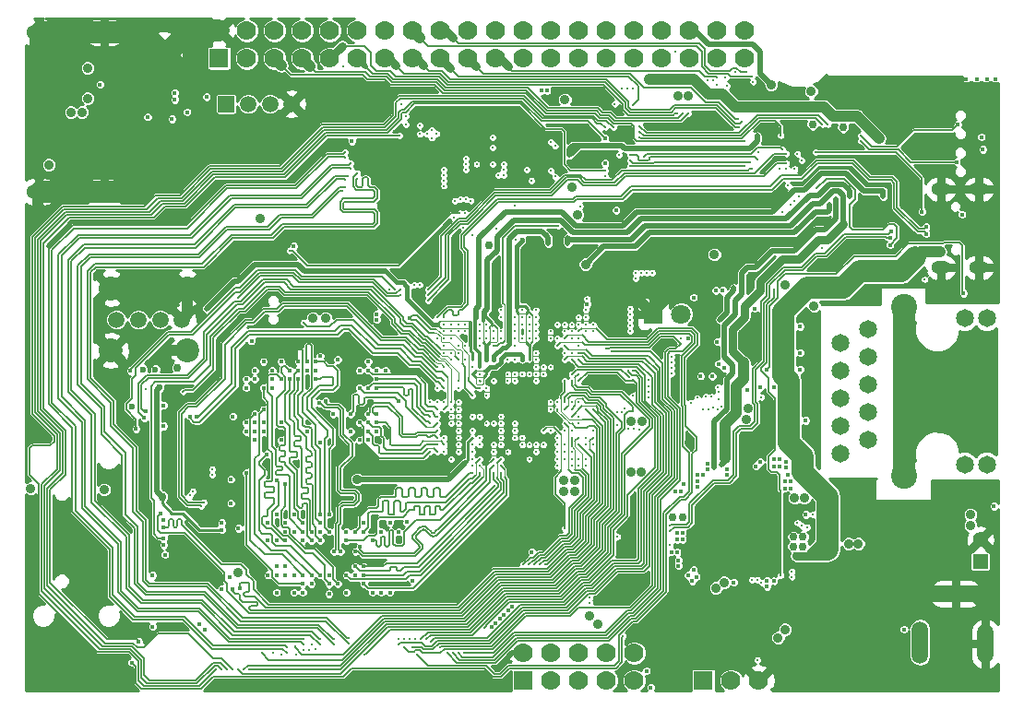
<source format=gbr>
%TF.GenerationSoftware,KiCad,Pcbnew,no-vcs-found-f3908bd~61~ubuntu16.04.1*%
%TF.CreationDate,2017-11-15T13:54:22+02:00*%
%TF.ProjectId,A64-OlinuXino_Rev_E,4136342D4F6C696E7558696E6F5F5265,D*%
%TF.SameCoordinates,Original*%
%TF.FileFunction,Copper,L3,Inr,Signal*%
%TF.FilePolarity,Positive*%
%FSLAX46Y46*%
G04 Gerber Fmt 4.6, Leading zero omitted, Abs format (unit mm)*
G04 Created by KiCad (PCBNEW no-vcs-found-f3908bd~61~ubuntu16.04.1) date Wed Nov 15 13:54:22 2017*
%MOMM*%
%LPD*%
G01*
G04 APERTURE LIST*
%TA.AperFunction,ViaPad*%
%ADD10C,2.400000*%
%TD*%
%TA.AperFunction,ViaPad*%
%ADD11C,1.650000*%
%TD*%
%TA.AperFunction,ViaPad*%
%ADD12O,1.800000X1.200000*%
%TD*%
%TA.AperFunction,ViaPad*%
%ADD13R,1.422400X1.422400*%
%TD*%
%TA.AperFunction,ViaPad*%
%ADD14O,2.300000X1.300000*%
%TD*%
%TA.AperFunction,ViaPad*%
%ADD15O,2.700000X1.300000*%
%TD*%
%TA.AperFunction,ViaPad*%
%ADD16R,0.400000X0.400000*%
%TD*%
%TA.AperFunction,ViaPad*%
%ADD17C,1.500000*%
%TD*%
%TA.AperFunction,ViaPad*%
%ADD18C,2.200000*%
%TD*%
%TA.AperFunction,ViaPad*%
%ADD19C,5.500000*%
%TD*%
%TA.AperFunction,ViaPad*%
%ADD20R,1.500000X1.500000*%
%TD*%
%TA.AperFunction,ViaPad*%
%ADD21C,1.778000*%
%TD*%
%TA.AperFunction,ViaPad*%
%ADD22R,1.778000X1.778000*%
%TD*%
%TA.AperFunction,ViaPad*%
%ADD23R,1.400000X1.400000*%
%TD*%
%TA.AperFunction,ViaPad*%
%ADD24C,1.400000*%
%TD*%
%TA.AperFunction,ViaPad*%
%ADD25R,1.800000X1.800000*%
%TD*%
%TA.AperFunction,ViaPad*%
%ADD26C,1.800000*%
%TD*%
%TA.AperFunction,ViaPad*%
%ADD27O,1.500000X3.900000*%
%TD*%
%TA.AperFunction,ViaPad*%
%ADD28O,1.500000X3.600000*%
%TD*%
%TA.AperFunction,ViaPad*%
%ADD29O,3.700000X1.500000*%
%TD*%
%TA.AperFunction,ViaPad*%
%ADD30C,0.750000*%
%TD*%
%TA.AperFunction,ViaPad*%
%ADD31C,0.900000*%
%TD*%
%TA.AperFunction,ViaPad*%
%ADD32C,0.450000*%
%TD*%
%TA.AperFunction,ViaPad*%
%ADD33C,0.327000*%
%TD*%
%TA.AperFunction,ViaPad*%
%ADD34C,0.406400*%
%TD*%
%TA.AperFunction,ViaPad*%
%ADD35C,0.600000*%
%TD*%
%TA.AperFunction,Conductor*%
%ADD36C,1.016000*%
%TD*%
%TA.AperFunction,Conductor*%
%ADD37C,0.254000*%
%TD*%
%TA.AperFunction,Conductor*%
%ADD38C,0.508000*%
%TD*%
%TA.AperFunction,Conductor*%
%ADD39C,2.032000*%
%TD*%
%TA.AperFunction,Conductor*%
%ADD40C,0.203200*%
%TD*%
%TA.AperFunction,Conductor*%
%ADD41C,0.106600*%
%TD*%
%TA.AperFunction,Conductor*%
%ADD42C,0.127000*%
%TD*%
%TA.AperFunction,Conductor*%
%ADD43C,1.524000*%
%TD*%
%TA.AperFunction,Conductor*%
%ADD44C,0.711200*%
%TD*%
%TA.AperFunction,Conductor*%
%ADD45C,0.406400*%
%TD*%
%TA.AperFunction,Conductor*%
%ADD46C,0.762000*%
%TD*%
%TA.AperFunction,Conductor*%
%ADD47C,0.304800*%
%TD*%
%TA.AperFunction,Conductor*%
%ADD48C,0.152400*%
%TD*%
G04 APERTURE END LIST*
D10*
%TO.N,Net-(C196-Pad2)*%
%TO.C,LAN1*%
X180975000Y-79883000D03*
X180975000Y-64389000D03*
D11*
%TO.N,/USB&HDMI\002CWiFi&BT\002CEthernet\002CLCD/PHYAD0*%
X188595000Y-78867000D03*
%TO.N,/USB&HDMI\002CWiFi&BT\002CEthernet\002CLCD/VDD33*%
X186563000Y-78867000D03*
%TO.N,/USB&HDMI\002CWiFi&BT\002CEthernet\002CLCD/PHYAD1*%
X188595000Y-65405000D03*
%TO.N,/USB&HDMI\002CWiFi&BT\002CEthernet\002CLCD/VDD33*%
X186563000Y-65405000D03*
%TO.N,/USB&HDMI\002CWiFi&BT\002CEthernet\002CLCD/MDI[3]-*%
X175133000Y-77851000D03*
%TO.N,/USB&HDMI\002CWiFi&BT\002CEthernet\002CLCD/MDI[3]+*%
X177673000Y-76581000D03*
%TO.N,/USB&HDMI\002CWiFi&BT\002CEthernet\002CLCD/MDI[2]-*%
X175133000Y-75311000D03*
%TO.N,/USB&HDMI\002CWiFi&BT\002CEthernet\002CLCD/MDI[2]+*%
X177673000Y-74041000D03*
%TO.N,Net-(C200-Pad2)*%
X175133000Y-72771000D03*
%TO.N,Net-(C199-Pad2)*%
X177673000Y-71501000D03*
%TO.N,/USB&HDMI\002CWiFi&BT\002CEthernet\002CLCD/MDI[1]-*%
X175133000Y-70231000D03*
%TO.N,/USB&HDMI\002CWiFi&BT\002CEthernet\002CLCD/MDI[1]+*%
X177673000Y-68961000D03*
%TO.N,/USB&HDMI\002CWiFi&BT\002CEthernet\002CLCD/MDI[0]-*%
X175133000Y-67691000D03*
%TO.N,/USB&HDMI\002CWiFi&BT\002CEthernet\002CLCD/MDI[0]+*%
X177673000Y-66421000D03*
%TD*%
D12*
%TO.N,GND*%
%TO.C,USB-OTG1*%
X187842000Y-53550000D03*
X184372000Y-53550000D03*
X184372000Y-60750000D03*
X187842000Y-60750000D03*
%TD*%
D13*
%TO.N,GND*%
%TO.C,U15*%
X166624000Y-67310000D03*
%TD*%
D14*
%TO.N,GND*%
%TO.C,HDMI1*%
X101547000Y-39182000D03*
X101547000Y-53782000D03*
D15*
X107597000Y-53782000D03*
X107597000Y-39182000D03*
%TD*%
D16*
%TO.N,GND*%
%TO.C,U14*%
X168062000Y-85445500D03*
X167362000Y-85445500D03*
X166662000Y-85445500D03*
X166662000Y-86145500D03*
X166662000Y-86845500D03*
X165062000Y-86845500D03*
X165062000Y-86145500D03*
X165062000Y-85445500D03*
X164362000Y-85445500D03*
X163662000Y-85445500D03*
X163662000Y-83845500D03*
X164362000Y-83845500D03*
X165062000Y-83845500D03*
X165062000Y-83145500D03*
X165062000Y-82445500D03*
X166662000Y-82445500D03*
X166662000Y-83145500D03*
X166662000Y-83845500D03*
X167362000Y-83845500D03*
X168062000Y-83845500D03*
D13*
X165862000Y-84645500D03*
%TD*%
D17*
%TO.N,GND*%
%TO.C,USB1*%
X114712000Y-65532000D03*
%TO.N,/USB&HDMI\002CWiFi&BT\002CEthernet\002CLCD/USB1-DP*%
X112712000Y-65532000D03*
%TO.N,/USB&HDMI\002CWiFi&BT\002CEthernet\002CLCD/USB1-DM*%
X110712000Y-65532000D03*
%TO.N,Net-(C74-Pad1)*%
X108712000Y-65532000D03*
D18*
%TO.N,GND*%
X108212000Y-68382000D03*
X108212000Y-62682000D03*
X115212000Y-68382000D03*
X115212000Y-62682000D03*
%TD*%
D19*
%TO.N,GND*%
%TO.C,Mounting_hole1*%
X172800000Y-96600000D03*
%TD*%
D20*
%TO.N,Net-(HSIC1-Pad1)*%
%TO.C,HSIC1*%
X118793000Y-45720000D03*
D17*
%TO.N,Net-(HSIC1-Pad2)*%
X120793000Y-45720000D03*
%TO.N,Net-(HSIC1-Pad3)*%
X122793000Y-45720000D03*
%TO.N,GND*%
X124793000Y-45720000D03*
%TD*%
D21*
%TO.N,VCC-PE*%
%TO.C,GPIO1*%
X166370000Y-38989000D03*
%TO.N,/Power Supply\002C Extensions and MiPi-DSI/PE17/GPIO_LED*%
X166370000Y-41529000D03*
%TO.N,/Power Supply\002C Extensions and MiPi-DSI/2.8V_AVDD-CSI*%
X163830000Y-38989000D03*
%TO.N,/Power Supply\002C Extensions and MiPi-DSI/PE16/POWERON*%
X163830000Y-41529000D03*
%TO.N,/Power Supply\002C Extensions and MiPi-DSI/1.8V_DVDD-CSI*%
X161290000Y-38989000D03*
%TO.N,/Power Supply\002C Extensions and MiPi-DSI/PE15*%
X161290000Y-41529000D03*
%TO.N,PL12*%
X158750000Y-38989000D03*
%TO.N,/Power Supply\002C Extensions and MiPi-DSI/PE14*%
X158750000Y-41529000D03*
%TO.N,PL11*%
X156210000Y-38989000D03*
%TO.N,/Power Supply\002C Extensions and MiPi-DSI/PE13*%
X156210000Y-41529000D03*
%TO.N,PL7*%
X146050000Y-38989000D03*
%TO.N,/Power Supply\002C Extensions and MiPi-DSI/PE9*%
X146050000Y-41529000D03*
%TO.N,PC7*%
X143510000Y-38989000D03*
%TO.N,/Power Supply\002C Extensions and MiPi-DSI/PE8*%
X143510000Y-41529000D03*
%TO.N,/Power Supply\002C Extensions and MiPi-DSI/PE10*%
X148590000Y-41529000D03*
%TO.N,PL8*%
X148590000Y-38989000D03*
%TO.N,PL9*%
X151130000Y-38989000D03*
%TO.N,/Power Supply\002C Extensions and MiPi-DSI/PE11*%
X151130000Y-41529000D03*
%TO.N,/Power Supply\002C Extensions and MiPi-DSI/PE12*%
X153670000Y-41529000D03*
%TO.N,PL10*%
X153670000Y-38989000D03*
%TO.N,/Power Supply\002C Extensions and MiPi-DSI/PB0*%
X128270000Y-38989000D03*
%TO.N,/Power Supply\002C Extensions and MiPi-DSI/PE2*%
X128270000Y-41529000D03*
%TO.N,/Power Supply\002C Extensions and MiPi-DSI/PE1*%
X125730000Y-41529000D03*
%TO.N,KEYADC*%
X125730000Y-38989000D03*
%TO.N,UBOOT*%
X123190000Y-38989000D03*
%TO.N,/Power Supply\002C Extensions and MiPi-DSI/PE0*%
X123190000Y-41529000D03*
D22*
%TO.N,+5V*%
X118110000Y-41529000D03*
D21*
%TO.N,GND*%
X118110000Y-38989000D03*
%TO.N,+3V3*%
X120650000Y-41529000D03*
%TO.N,AP-RESET#*%
X120650000Y-38989000D03*
%TO.N,/Power Supply\002C Extensions and MiPi-DSI/PE3*%
X130810000Y-41529000D03*
%TO.N,/Power Supply\002C Extensions and MiPi-DSI/PB1*%
X130810000Y-38989000D03*
%TO.N,/Power Supply\002C Extensions and MiPi-DSI/PE4*%
X133350000Y-41529000D03*
%TO.N,/Power Supply\002C Extensions and MiPi-DSI/PB2*%
X133350000Y-38989000D03*
%TO.N,/Power Supply\002C Extensions and MiPi-DSI/PE5*%
X135890000Y-41529000D03*
%TO.N,/Power Supply\002C Extensions and MiPi-DSI/PB3*%
X135890000Y-38989000D03*
%TO.N,/Power Supply\002C Extensions and MiPi-DSI/PE6*%
X138430000Y-41529000D03*
%TO.N,/Power Supply\002C Extensions and MiPi-DSI/PB4*%
X138430000Y-38989000D03*
%TO.N,/Power Supply\002C Extensions and MiPi-DSI/PE7*%
X140970000Y-41529000D03*
%TO.N,PC4*%
X140970000Y-38989000D03*
%TD*%
%TO.N,Net-(R79-Pad2)*%
%TO.C,UEXT1*%
X156210000Y-96139000D03*
%TO.N,Net-(RM14-Pad3.1)*%
X156210000Y-98679000D03*
%TO.N,Net-(RM14-Pad1.1)*%
X153670000Y-98679000D03*
%TO.N,Net-(RM14-Pad2.1)*%
X153670000Y-96139000D03*
%TO.N,TWI1-SDA*%
X151130000Y-96139000D03*
%TO.N,TWI1-SCK*%
X151130000Y-98679000D03*
D22*
%TO.N,+3V3*%
X146050000Y-98679000D03*
D21*
%TO.N,GND*%
X146050000Y-96139000D03*
%TO.N,UART3-TX*%
X148590000Y-98679000D03*
%TO.N,UART3-RX*%
X148590000Y-96139000D03*
%TD*%
D22*
%TO.N,Net-(DBG_UART1-Pad1)*%
%TO.C,DBG_UART1*%
X162560000Y-98679000D03*
D21*
%TO.N,Net-(D4-Pad1)*%
X165100000Y-98679000D03*
%TO.N,GND*%
X167640000Y-98679000D03*
%TD*%
D23*
%TO.N,VBAT*%
%TO.C,LIPO_BAT1*%
X187982860Y-87749380D03*
D24*
%TO.N,GND*%
X187980320Y-85737700D03*
%TD*%
D25*
%TO.N,GND*%
%TO.C,PHYRST1*%
X157988000Y-65024000D03*
D26*
%TO.N,Net-(C211-Pad2)*%
X160528000Y-65024000D03*
%TD*%
D27*
%TO.N,+5V_EXT*%
%TO.C,PWR1*%
X182441000Y-95174000D03*
D28*
%TO.N,GND*%
X188441000Y-95324000D03*
D29*
X185695000Y-90724000D03*
%TD*%
D30*
%TO.N,+5V_EXT*%
X170815000Y-85471000D03*
X171704000Y-85471000D03*
D31*
%TO.N,+5V*%
X170058510Y-62357000D03*
X157607000Y-43434000D03*
X178689000Y-48895000D03*
X105537000Y-46482000D03*
X104521000Y-46482000D03*
X121911591Y-56269409D03*
X106045000Y-45212000D03*
D32*
X116967000Y-45085000D03*
D31*
X152908000Y-93472000D03*
X152146000Y-92710000D03*
D32*
X143129000Y-93726000D03*
X143459200Y-93395800D03*
X116840000Y-93980000D03*
X116332000Y-93472000D03*
D33*
%TO.N,GND*%
X159752295Y-67641205D03*
D32*
X188976000Y-43815000D03*
X188087000Y-43815000D03*
X187198000Y-43815000D03*
X186182000Y-43815000D03*
X189357000Y-45339000D03*
X189357000Y-44704000D03*
X189357000Y-44069000D03*
X188595000Y-43434000D03*
X189357000Y-43434000D03*
X187706000Y-43434000D03*
X186690000Y-43434000D03*
X181356000Y-44069000D03*
X180848000Y-44577000D03*
X176276000Y-44577000D03*
X176911000Y-43434000D03*
X174625000Y-43434000D03*
X176276000Y-43434000D03*
X175387000Y-43434000D03*
X178181000Y-43434000D03*
X179430320Y-45545808D03*
D33*
X160250000Y-73050000D03*
X137850000Y-51250000D03*
X148900000Y-47650000D03*
X147900000Y-51250000D03*
X147900000Y-52250000D03*
X147200000Y-53250000D03*
X143250000Y-52250000D03*
X142750000Y-50250000D03*
X142250000Y-50750000D03*
X142750000Y-48800000D03*
X142750000Y-49750000D03*
X142250000Y-51250000D03*
X142250000Y-52250000D03*
X141750000Y-52250000D03*
D31*
X127635000Y-59944000D03*
X128524000Y-59944000D03*
X127635000Y-58928000D03*
D32*
X143637000Y-97536000D03*
D30*
X146558000Y-58674000D03*
D31*
X147447000Y-58674000D03*
D32*
X179451000Y-90678000D03*
D30*
X112903000Y-87884000D03*
D31*
X101092000Y-94361000D03*
X101092000Y-96774000D03*
X102235000Y-97917000D03*
X101092000Y-99060000D03*
X110490000Y-93853000D03*
X107188000Y-89662000D03*
X107188000Y-90551000D03*
D32*
X116459000Y-76962000D03*
X116459000Y-77470000D03*
X118364000Y-83566000D03*
X132080000Y-64262000D03*
X126200000Y-71000000D03*
X123000000Y-69400000D03*
X120600000Y-76600000D03*
X132200000Y-89800000D03*
X129000000Y-89000000D03*
X125800000Y-83400000D03*
X124200000Y-90600000D03*
X159385000Y-98171000D03*
X159385000Y-98679000D03*
D31*
X101092000Y-42672000D03*
X101092000Y-41021000D03*
X106299000Y-50038000D03*
X106299000Y-51943000D03*
X101092000Y-51562000D03*
X101092000Y-49784000D03*
X101092000Y-48006000D03*
X101092000Y-46101000D03*
X101092000Y-44323000D03*
D34*
X147875000Y-75075000D03*
D32*
X174752000Y-49657000D03*
X175260000Y-49657000D03*
X161290000Y-62484000D03*
D31*
X162306000Y-46741510D03*
X163322000Y-46741510D03*
D32*
X100838000Y-83185000D03*
D31*
X128143000Y-46863000D03*
X129921000Y-46863000D03*
X129032000Y-46863000D03*
X130810000Y-44577000D03*
X129921000Y-44577000D03*
D32*
X184912000Y-62484000D03*
D31*
X177927000Y-63500000D03*
X176911000Y-63500000D03*
D32*
X178689000Y-56261000D03*
X154813000Y-48895000D03*
X153543000Y-50165000D03*
D31*
X153670000Y-45339000D03*
X153797000Y-56007000D03*
X146500000Y-59600000D03*
X146500000Y-60600000D03*
X122555000Y-58928000D03*
D32*
X131064000Y-49149000D03*
X123825000Y-48514000D03*
D31*
X121793000Y-48260000D03*
X120142000Y-48260000D03*
X118364000Y-48260000D03*
D32*
X122809000Y-48514000D03*
X132600000Y-76600000D03*
X125222000Y-65659000D03*
X131800000Y-71000000D03*
D33*
X138125000Y-64675000D03*
D32*
X132600000Y-69400000D03*
D33*
X145925000Y-66625000D03*
D31*
X164211000Y-58420000D03*
X161290000Y-76835000D03*
D32*
X166878000Y-61341000D03*
X117602000Y-44196000D03*
X124714000Y-49403000D03*
X126365000Y-51054000D03*
X172085000Y-66167000D03*
D31*
X114681000Y-55880000D03*
X113538000Y-55880000D03*
X107188000Y-91440000D03*
X129794000Y-67183000D03*
D32*
X122200000Y-76600000D03*
X123800000Y-75800000D03*
X131000000Y-69400000D03*
X128200000Y-76800000D03*
X131000000Y-75800000D03*
D31*
X182626000Y-47371000D03*
D32*
X184023000Y-46355000D03*
X182499000Y-45974000D03*
X181229000Y-45974000D03*
X179959000Y-45974000D03*
X180594000Y-45339000D03*
X181864000Y-45339000D03*
X183134000Y-45339000D03*
X186436000Y-45593000D03*
X185039000Y-45593000D03*
X182499000Y-43815000D03*
X183769000Y-43815000D03*
X185039000Y-43815000D03*
X179324000Y-43434000D03*
D31*
X167132000Y-54737000D03*
X174503225Y-60584225D03*
D32*
X144272000Y-99314000D03*
D31*
X148971000Y-84836000D03*
X137922000Y-91053480D03*
X139446000Y-91053480D03*
X101092000Y-76327000D03*
X102362000Y-94361000D03*
X102362000Y-95504000D03*
X107569000Y-80010000D03*
X111379000Y-94234000D03*
X123571000Y-58928000D03*
D32*
X154305000Y-71628000D03*
D31*
X183642000Y-55118000D03*
X184658000Y-55118000D03*
D33*
X140725000Y-67275000D03*
X138775000Y-75075000D03*
X139425000Y-75725000D03*
X152425000Y-65325000D03*
X145925000Y-74425000D03*
D32*
X107188000Y-43307000D03*
X107188000Y-50800000D03*
X107188000Y-49276000D03*
X107188000Y-47752000D03*
X107188000Y-46228000D03*
X111506000Y-51816000D03*
X111506000Y-48895000D03*
X111506000Y-45974000D03*
X113792000Y-45974000D03*
X113792000Y-51816000D03*
X113792000Y-48895000D03*
D31*
X102108000Y-76327000D03*
D32*
X119200000Y-83100000D03*
X132200000Y-84200000D03*
X130600000Y-84200000D03*
D33*
X145275000Y-74425000D03*
X143325000Y-74425000D03*
D34*
X147225000Y-75075000D03*
X146575000Y-75075000D03*
X146575000Y-74425000D03*
X147225000Y-74425000D03*
X147875000Y-74425000D03*
X143325000Y-73775000D03*
X143975000Y-73775000D03*
X144625000Y-73775000D03*
X145275000Y-73775000D03*
X145925000Y-73775000D03*
X146575000Y-73775000D03*
X147225000Y-73775000D03*
X146575000Y-73125000D03*
X145925000Y-73125000D03*
X145275000Y-73125000D03*
X144625000Y-73125000D03*
X143975000Y-73125000D03*
X142675000Y-73125000D03*
X143325000Y-73125000D03*
X147875000Y-73775000D03*
D33*
X149175000Y-74425000D03*
X148525000Y-74425000D03*
D34*
X147875000Y-72475000D03*
X147225000Y-72475000D03*
X146575000Y-72475000D03*
X145925000Y-72475000D03*
X145275000Y-72475000D03*
X144625000Y-72475000D03*
D33*
X143325000Y-72475000D03*
D34*
X143975000Y-72475000D03*
X147875000Y-73125000D03*
X147225000Y-73125000D03*
D33*
X148525000Y-72475000D03*
X147875000Y-71825000D03*
X147225000Y-71825000D03*
X146575000Y-71825000D03*
X143975000Y-71175000D03*
X143325000Y-71825000D03*
X143975000Y-71825000D03*
X144625000Y-71825000D03*
X145275000Y-71825000D03*
X145925000Y-71175000D03*
X146575000Y-71175000D03*
X145925000Y-71825000D03*
X146575000Y-69875000D03*
X145925000Y-69875000D03*
X144625000Y-69875000D03*
X145275000Y-69875000D03*
D31*
X182753000Y-49657000D03*
X169672000Y-44577000D03*
X181610000Y-54991000D03*
X187325000Y-46101000D03*
X189103000Y-46101000D03*
D32*
X171831000Y-73025000D03*
X171831000Y-73533000D03*
X168021000Y-58166000D03*
D35*
X168021000Y-58801000D03*
D31*
X155829000Y-86741000D03*
X172085000Y-75819000D03*
X155829000Y-84709000D03*
X187452000Y-81026000D03*
X187452000Y-82169000D03*
D32*
X175514000Y-89027000D03*
X175514000Y-88265000D03*
X179832000Y-88900000D03*
X180340000Y-88900000D03*
D31*
X176784000Y-92202000D03*
X148971000Y-83820000D03*
D33*
X147225000Y-75725000D03*
X148525000Y-77025000D03*
X147225000Y-76375000D03*
X147875000Y-78325000D03*
D31*
X156083000Y-89408000D03*
X157099000Y-89408000D03*
X171831000Y-88265000D03*
D33*
X149175000Y-71175000D03*
D32*
X173990000Y-43434000D03*
X185674000Y-43434000D03*
X184404000Y-43434000D03*
X183134000Y-43434000D03*
X181864000Y-43434000D03*
X180594000Y-43434000D03*
D31*
X181737000Y-49657000D03*
D32*
X178689000Y-56769000D03*
D33*
X143975000Y-65975000D03*
X142675000Y-71175000D03*
X143325000Y-70525000D03*
X142025000Y-71175000D03*
X142025000Y-73775000D03*
D32*
X128200000Y-69200000D03*
X124600000Y-69400000D03*
X121400000Y-69400000D03*
X126200000Y-75000000D03*
X122428000Y-78613000D03*
X125222000Y-78613000D03*
X129400000Y-70200000D03*
X129800000Y-69200000D03*
X128600000Y-75000000D03*
X129000000Y-76800000D03*
X130200000Y-75000000D03*
X133400000Y-75800000D03*
X124200000Y-83400000D03*
X123400000Y-84200000D03*
X122600000Y-90600000D03*
X126600000Y-90600000D03*
X128200000Y-84200000D03*
D33*
X142025000Y-75725000D03*
X137475000Y-79625000D03*
X138775000Y-78325000D03*
X142025000Y-77675000D03*
X144625000Y-77025000D03*
X143975000Y-77675000D03*
X145275000Y-77675000D03*
X145275000Y-77025000D03*
D32*
X133000000Y-84200000D03*
X131400000Y-90600000D03*
X135400000Y-90600000D03*
X133000000Y-89800000D03*
X134600000Y-84200000D03*
X130600000Y-90600000D03*
X134600000Y-90600000D03*
X130600000Y-89800000D03*
X134600000Y-85800000D03*
X132200000Y-85000000D03*
D34*
X142675000Y-73775000D03*
D33*
X148525000Y-75075000D03*
D32*
X127254000Y-67437000D03*
X125349000Y-67437000D03*
X123444000Y-67437000D03*
X121885000Y-67437000D03*
D31*
%TO.N,+1.5V*%
X166657562Y-73660000D03*
D32*
X121100000Y-67500000D03*
X128200000Y-89000000D03*
X146812000Y-86868000D03*
X121400000Y-76600000D03*
X123800000Y-76600000D03*
X129000000Y-69200000D03*
D33*
X143975000Y-74425000D03*
D32*
X134600000Y-85000000D03*
X133800000Y-84200000D03*
X131400000Y-84200000D03*
D33*
X142675000Y-75075000D03*
X143325000Y-75075000D03*
X143975000Y-75725000D03*
X143975000Y-76375000D03*
X143975000Y-75075000D03*
X145275000Y-75075000D03*
X145275000Y-75725000D03*
D31*
X166497000Y-74676000D03*
D33*
X141375000Y-74425000D03*
X142025000Y-74425000D03*
D32*
X119200000Y-82400000D03*
X126200000Y-70200000D03*
X127000000Y-70200000D03*
X123800000Y-69400000D03*
X122200000Y-69400000D03*
X126200000Y-75800000D03*
X133400000Y-70200000D03*
X132600000Y-70200000D03*
X131000000Y-70200000D03*
X131800000Y-69400000D03*
X128600000Y-74200000D03*
X127400000Y-76800000D03*
X130200000Y-75800000D03*
X132600000Y-75800000D03*
X131000000Y-76600000D03*
X125000000Y-83400000D03*
X123400000Y-83400000D03*
X127400000Y-85000000D03*
X123400000Y-90600000D03*
X125000000Y-90600000D03*
X135900000Y-89500000D03*
X129800000Y-85000000D03*
X133000000Y-85000000D03*
X132200000Y-90600000D03*
X135354607Y-84148773D03*
X133800000Y-90600000D03*
X133000000Y-90600000D03*
X130600000Y-89000000D03*
X129800000Y-90600000D03*
X131800000Y-76600000D03*
%TO.N,/VREF0_DDR3*%
X119380000Y-74422000D03*
X119200000Y-80200000D03*
X119900000Y-84700000D03*
X123800000Y-75000000D03*
X126600000Y-89800000D03*
X127400000Y-68900000D03*
D31*
%TO.N,/S0SVREF*%
X130800000Y-80200000D03*
D33*
X141375000Y-76375000D03*
D32*
%TO.N,+3V3*%
X124968000Y-58801000D03*
D31*
X107569000Y-81153000D03*
X100838000Y-81026000D03*
D32*
X118364000Y-84201000D03*
X157734000Y-99314000D03*
D31*
X149860000Y-45333490D03*
X160274000Y-44958000D03*
X161163000Y-44952490D03*
D32*
X154559000Y-55499000D03*
X153543000Y-51181000D03*
D31*
X151003000Y-55880000D03*
D32*
X130302000Y-49149000D03*
D33*
X147875000Y-69875000D03*
D31*
X163576000Y-59563000D03*
D32*
X143891000Y-92964000D03*
X144221200Y-92633800D03*
X186309000Y-55880000D03*
D31*
X119888000Y-88773000D03*
D33*
X144625000Y-69225000D03*
X147875000Y-70525000D03*
D30*
X142875000Y-58674000D03*
D31*
X172466000Y-44577000D03*
D32*
X180975000Y-93980000D03*
D33*
X148525000Y-69875000D03*
X145275000Y-67925000D03*
X145275000Y-67275000D03*
D31*
X156839490Y-79502000D03*
X155956000Y-79502000D03*
D33*
%TO.N,Net-(C37-Pad2)*%
X140250000Y-54500000D03*
D32*
%TO.N,GNDA*%
X118364000Y-84836000D03*
D30*
X112903000Y-81788000D03*
D35*
X112649000Y-71755000D03*
D32*
X132588000Y-65024000D03*
X132588000Y-65532000D03*
D33*
X137475000Y-73125000D03*
D32*
%TO.N,/NAND Flash \002C eMMC\002C T-Card and Audio/MBIAS*%
X113030000Y-85598000D03*
D33*
X140075000Y-71175000D03*
D35*
%TO.N,+3.0VA*%
X110109000Y-73533000D03*
D31*
X127889000Y-65405000D03*
D32*
X160147000Y-86868000D03*
X159639000Y-86868000D03*
D33*
X145925000Y-69225000D03*
X141375000Y-70525000D03*
D30*
%TO.N,+1V8*%
X172593000Y-47625000D03*
D35*
X111125000Y-70104000D03*
D31*
X126746000Y-65405000D03*
D33*
X140075000Y-71825000D03*
D32*
X170053000Y-81026000D03*
X170561000Y-81026000D03*
D33*
%TO.N,Net-(C51-Pad1)*%
X138775000Y-73125000D03*
%TO.N,/NAND Flash \002C eMMC\002C T-Card and Audio/MICIN1P*%
X116713000Y-82296000D03*
X138125000Y-69875000D03*
%TO.N,Net-(C54-Pad2)*%
X141375000Y-72475000D03*
X142025000Y-71825000D03*
D32*
X135636000Y-65405000D03*
D33*
%TO.N,Net-(C55-Pad1)*%
X138125000Y-71825000D03*
D32*
%TO.N,Net-(C57-Pad2)*%
X119126000Y-89154000D03*
X113030000Y-86233000D03*
D33*
%TO.N,Net-(C59-Pad1)*%
X138125000Y-73125000D03*
%TO.N,/NAND Flash \002C eMMC\002C T-Card and Audio/MICIN1N*%
X116459000Y-82677000D03*
X138775000Y-69875000D03*
%TO.N,Net-(C61-Pad1)*%
X140075000Y-73125000D03*
%TO.N,Net-(C61-Pad2)*%
X140075000Y-73775000D03*
D31*
%TO.N,+5V_USBOTG*%
X184277000Y-59309000D03*
D30*
X171069000Y-87249000D03*
X171958000Y-87249000D03*
D31*
X183261000Y-59309000D03*
D33*
%TO.N,Net-(C68-Pad2)*%
X182880000Y-61849000D03*
%TO.N,/USB&HDMI\002CWiFi&BT\002CEthernet\002CLCD/USB0-VBUSDET*%
X156702219Y-75620325D03*
D32*
X179705000Y-58674000D03*
D33*
X172974000Y-53467000D03*
D31*
%TO.N,+3.3VD*%
X102489000Y-51308000D03*
D30*
X114300000Y-69977000D03*
D32*
X162052000Y-80899000D03*
X162052000Y-80391000D03*
D33*
X145275000Y-69225000D03*
D32*
%TO.N,+3.3VWiFiIO*%
X174752000Y-53721000D03*
X164211000Y-56896000D03*
X164719000Y-56896000D03*
X150114000Y-58547000D03*
X150114000Y-58039000D03*
D33*
X147225000Y-68575000D03*
D32*
X164211000Y-78867000D03*
X164592000Y-78486000D03*
%TO.N,VCC-PL*%
X176022000Y-54229000D03*
X176022000Y-53721000D03*
D33*
X142675000Y-69225000D03*
D32*
X160147000Y-85725000D03*
X160655000Y-85725000D03*
%TO.N,1.1V_CPUS*%
X144780000Y-55626000D03*
X179070000Y-53721000D03*
X179070000Y-54229000D03*
X169545000Y-78359000D03*
X169037000Y-78359000D03*
D33*
X142025000Y-69875000D03*
D31*
%TO.N,1.1V_CPUX*%
X150749000Y-80269520D03*
X149733000Y-81280000D03*
X149733000Y-80264000D03*
D33*
X149175000Y-77025000D03*
X149825000Y-77025000D03*
X148525000Y-75725000D03*
X149175000Y-76375000D03*
X150475000Y-77675000D03*
X149825000Y-77675000D03*
X149175000Y-77675000D03*
X151775000Y-78975000D03*
X151775000Y-78325000D03*
X150475000Y-78975000D03*
X151125000Y-78975000D03*
X151125000Y-78325000D03*
X150475000Y-78325000D03*
X149825000Y-78325000D03*
X149175000Y-78325000D03*
X149175000Y-78975000D03*
D31*
X150749000Y-81280000D03*
D32*
%TO.N,Net-(C125-Pad2)*%
X160782000Y-80645000D03*
%TO.N,IPS*%
X164719000Y-79756000D03*
X164719000Y-79248000D03*
D31*
X163703000Y-90170000D03*
D32*
X160528000Y-81280000D03*
X160020000Y-81280000D03*
D31*
X187071000Y-84455000D03*
X187071000Y-83439000D03*
D32*
X169545000Y-78994000D03*
X169037000Y-78994000D03*
X167386000Y-78994000D03*
X167767000Y-78613000D03*
X162941000Y-79248000D03*
X162941000Y-78740000D03*
D30*
X159766000Y-83693000D03*
X160655000Y-83693000D03*
D32*
X160274000Y-88138000D03*
X160274000Y-87630000D03*
D31*
X164465000Y-89662000D03*
D30*
X171704000Y-86360000D03*
X170815000Y-86360000D03*
D31*
X171831000Y-81915000D03*
X170942000Y-81915000D03*
%TO.N,Net-(C135-Pad1)*%
X175895000Y-86106000D03*
X176784000Y-86106000D03*
D32*
%TO.N,VBAT*%
X171958000Y-83439000D03*
D31*
%TO.N,Net-(C143-Pad2)*%
X169418000Y-94742000D03*
X170053000Y-93980000D03*
D32*
%TO.N,Net-(C149-Pad1)*%
X161925000Y-89154000D03*
X161544000Y-89535000D03*
D35*
%TO.N,3.0V_RTC*%
X112268000Y-70104000D03*
D32*
X116967000Y-64516000D03*
X168402000Y-90043000D03*
X168402000Y-89535000D03*
D33*
X141375000Y-69225000D03*
D31*
%TO.N,1.1V_SYS*%
X155961697Y-74872315D03*
X156915685Y-74871985D03*
D33*
X144625000Y-71175000D03*
X145275000Y-71175000D03*
X147225000Y-71175000D03*
X147225000Y-69875000D03*
X147225000Y-70525000D03*
X146575000Y-70525000D03*
X145925000Y-70525000D03*
X144625000Y-70525000D03*
X145275000Y-70525000D03*
X142675000Y-72475000D03*
X143325000Y-71175000D03*
X142675000Y-71825000D03*
%TO.N,AP-RESET#*%
X177038000Y-48641000D03*
D32*
X185928000Y-47625000D03*
D33*
X129540000Y-42291000D03*
X140075000Y-68575000D03*
X167894000Y-72644000D03*
X167005000Y-89408000D03*
D32*
%TO.N,/Power Supply\002C Extensions and MiPi-DSI/3.3V_MIPI*%
X144653000Y-92202000D03*
X144983200Y-91871800D03*
X162560000Y-79756000D03*
X162052000Y-79756000D03*
%TO.N,/Power Supply\002C Extensions and MiPi-DSI/2.8V_AVDD-CSI*%
X174752000Y-54483000D03*
X163576000Y-79121000D03*
X163576000Y-78613000D03*
X174752000Y-54991000D03*
D31*
%TO.N,VCC-PE*%
X151759490Y-60452000D03*
D32*
X174117000Y-55499000D03*
X174117000Y-54991000D03*
X160147000Y-85090000D03*
X160655000Y-85090000D03*
%TO.N,/Power Supply\002C Extensions and MiPi-DSI/1.8V_DVDD-CSI*%
X170053000Y-80391000D03*
X170561000Y-80391000D03*
D31*
X168783000Y-43942000D03*
D32*
%TO.N,Net-(C174-Pad2)*%
X170307000Y-79756000D03*
D33*
%TO.N,Net-(C177-Pad2)*%
X177038000Y-49149000D03*
D32*
X185801000Y-51054000D03*
D33*
X172085000Y-84582000D03*
D32*
%TO.N,1.2V_HSIC*%
X148208996Y-44513500D03*
X147701000Y-44513500D03*
X148336000Y-58039000D03*
X148336000Y-58547000D03*
D30*
X175387000Y-47879000D03*
D33*
X143325000Y-69225000D03*
D32*
X170180000Y-79121000D03*
X170180000Y-78613000D03*
%TO.N,Net-(C181-Pad2)*%
X169037000Y-89535000D03*
D33*
%TO.N,Net-(C183-Pad1)*%
X138125000Y-67275000D03*
X136525000Y-62357000D03*
%TO.N,Net-(C184-Pad1)*%
X136017000Y-62357000D03*
X138775000Y-67925000D03*
D32*
%TO.N,Net-(C188-Pad2)*%
X145923000Y-58166000D03*
D33*
X146575000Y-69225000D03*
%TO.N,Net-(C192-Pad2)*%
X141375000Y-69875000D03*
%TO.N,KEYADC*%
X133731000Y-62738000D03*
%TO.N,Net-(D4-Pad2)*%
X167513000Y-96774000D03*
D32*
X157353000Y-97790000D03*
D33*
X150475000Y-75725000D03*
%TO.N,Net-(DBG_UART1-Pad1)*%
X148525000Y-73125000D03*
D32*
%TO.N,Net-(FET1-Pad3)*%
X107188000Y-43942000D03*
%TO.N,/USB&HDMI\002CWiFi&BT\002CEthernet\002CLCD/HCEC*%
X113792000Y-47117000D03*
X111569500Y-46926500D03*
D33*
X140725000Y-66625000D03*
D31*
%TO.N,Net-(FUSE1-Pad2)*%
X106045000Y-42418000D03*
D33*
%TO.N,/Power Supply\002C Extensions and MiPi-DSI/PE16*%
X163830000Y-43942000D03*
X151775000Y-65975000D03*
%TO.N,/Power Supply\002C Extensions and MiPi-DSI/PE15*%
X157861000Y-61214000D03*
%TO.N,PL12*%
X140075000Y-65975000D03*
%TO.N,/Power Supply\002C Extensions and MiPi-DSI/PE14*%
X152425000Y-66625000D03*
%TO.N,PL11*%
X139425000Y-67275000D03*
%TO.N,/Power Supply\002C Extensions and MiPi-DSI/PE13*%
X150475000Y-65975000D03*
%TO.N,PL10*%
X139425000Y-65975000D03*
%TO.N,/Power Supply\002C Extensions and MiPi-DSI/PE12*%
X164719000Y-44069000D03*
X151775000Y-66625000D03*
%TO.N,PL9*%
X139425000Y-66625000D03*
%TO.N,/Power Supply\002C Extensions and MiPi-DSI/PE11*%
X156083000Y-44323000D03*
X149825000Y-65975000D03*
%TO.N,PL8*%
X138775000Y-65975000D03*
%TO.N,/Power Supply\002C Extensions and MiPi-DSI/PE10*%
X163449000Y-43561000D03*
X151775000Y-65325000D03*
%TO.N,PL7*%
X138775000Y-67275000D03*
%TO.N,/Power Supply\002C Extensions and MiPi-DSI/PE9*%
X150475000Y-68575000D03*
X164592000Y-43307000D03*
%TO.N,PC7*%
X151257000Y-55118000D03*
X147225000Y-67275000D03*
X155575000Y-44323000D03*
%TO.N,/Power Supply\002C Extensions and MiPi-DSI/PE8*%
X163830000Y-43307000D03*
X152425000Y-65975000D03*
%TO.N,/Power Supply\002C Extensions and MiPi-DSI/PE0*%
X166370000Y-49149000D03*
X151125000Y-67925000D03*
%TO.N,UBOOT*%
X140725000Y-69225000D03*
X119888000Y-63500000D03*
X134747000Y-63246000D03*
%TO.N,/Power Supply\002C Extensions and MiPi-DSI/PE1*%
X161163000Y-46609000D03*
X151775000Y-64675000D03*
%TO.N,/Power Supply\002C Extensions and MiPi-DSI/PE2*%
X160147000Y-46609000D03*
X151125000Y-65325000D03*
%TO.N,/Power Supply\002C Extensions and MiPi-DSI/PB0*%
X160020000Y-40894000D03*
X148525000Y-73775000D03*
%TO.N,/Power Supply\002C Extensions and MiPi-DSI/PE3*%
X160655000Y-46609000D03*
X151125000Y-65975000D03*
%TO.N,/Power Supply\002C Extensions and MiPi-DSI/PB1*%
X167132000Y-43688000D03*
X155702000Y-75565000D03*
%TO.N,/Power Supply\002C Extensions and MiPi-DSI/PE4*%
X151125000Y-67275000D03*
X165862000Y-47879000D03*
%TO.N,/Power Supply\002C Extensions and MiPi-DSI/PB2*%
X165481000Y-42799000D03*
X149175000Y-73125000D03*
%TO.N,/Power Supply\002C Extensions and MiPi-DSI/PE5*%
X166116000Y-47371000D03*
X149825000Y-68575000D03*
%TO.N,/Power Supply\002C Extensions and MiPi-DSI/PB3*%
X167005000Y-43180000D03*
X156210000Y-75565000D03*
%TO.N,/Power Supply\002C Extensions and MiPi-DSI/PE6*%
X156083000Y-45847000D03*
X149825000Y-66625000D03*
%TO.N,/Power Supply\002C Extensions and MiPi-DSI/PB4*%
X166497000Y-42799000D03*
X149825000Y-75725000D03*
%TO.N,/Power Supply\002C Extensions and MiPi-DSI/PE7*%
X165735000Y-47117000D03*
X150475000Y-67275000D03*
%TO.N,PC4*%
X155067000Y-44323000D03*
X154813000Y-50419000D03*
X147225000Y-66625000D03*
D32*
%TO.N,/USB&HDMI\002CWiFi&BT\002CEthernet\002CLCD/HSCL*%
X115189000Y-46482000D03*
D33*
X142025000Y-65975000D03*
D32*
%TO.N,/USB&HDMI\002CWiFi&BT\002CEthernet\002CLCD/HSDA*%
X114046000Y-45339000D03*
D33*
X140075000Y-66625000D03*
D32*
%TO.N,/NAND Flash \002C eMMC\002C T-Card and Audio/HPOUTR*%
X115443000Y-74422000D03*
D33*
X138775000Y-71825000D03*
%TO.N,/NAND Flash \002C eMMC\002C T-Card and Audio/HPOUTFB*%
X111379000Y-71882000D03*
X125857000Y-65786000D03*
X138775000Y-73775000D03*
D32*
%TO.N,/NAND Flash \002C eMMC\002C T-Card and Audio/HPOUTL*%
X116078000Y-74422000D03*
D33*
X138775000Y-71175000D03*
%TO.N,TWI0-SDA*%
X122051034Y-96134966D03*
X150475000Y-73775000D03*
%TO.N,TWI0-SCK*%
X149825000Y-73125000D03*
X120904000Y-97663000D03*
%TO.N,/USB&HDMI\002CWiFi&BT\002CEthernet\002CLCD/PH8/CTP-RST*%
X149825000Y-73775000D03*
X120396000Y-97663000D03*
%TO.N,/USB&HDMI\002CWiFi&BT\002CEthernet\002CLCD/PH7/CTP-INT*%
X123063000Y-96139000D03*
X148082000Y-88011000D03*
X152425000Y-76375000D03*
%TO.N,/USB&HDMI\002CWiFi&BT\002CEthernet\002CLCD/GMDC/LCD-PWM*%
X119888000Y-97663000D03*
X156069387Y-73918444D03*
X150475000Y-71175000D03*
%TO.N,/USB&HDMI\002CWiFi&BT\002CEthernet\002CLCD/GMDIO/LCD_PWR*%
X123825000Y-96266000D03*
X155086476Y-74038283D03*
D32*
X163703000Y-62865000D03*
D33*
%TO.N,PH11*%
X151125000Y-77025000D03*
X147574000Y-88011000D03*
X125222000Y-96266000D03*
%TO.N,PH10*%
X125095000Y-95504000D03*
X150475000Y-74425000D03*
%TO.N,/USB&HDMI\002CWiFi&BT\002CEthernet\002CLCD/GTXCK/LCD_DE*%
X163007688Y-73751079D03*
X156130310Y-72532070D03*
X125857000Y-95885000D03*
%TO.N,/USB&HDMI\002CWiFi&BT\002CEthernet\002CLCD/GTXD0/LCD_CLK*%
X162573997Y-73751610D03*
X157559690Y-72150000D03*
X126365000Y-95885000D03*
%TO.N,/USB&HDMI\002CWiFi&BT\002CEthernet\002CLCD/GTXCTL/LCD_HSYNC*%
X161416992Y-73152000D03*
X127000000Y-95758000D03*
%TO.N,/USB&HDMI\002CWiFi&BT\002CEthernet\002CLCD/LCD_D7*%
X156116310Y-70263532D03*
%TO.N,/USB&HDMI\002CWiFi&BT\002CEthernet\002CLCD/GRXCK/LCD_D18*%
X154178000Y-68453000D03*
X140589000Y-96139000D03*
%TO.N,/USB&HDMI\002CWiFi&BT\002CEthernet\002CLCD/GRXCTL/LCD_D19*%
X140081000Y-96139000D03*
X160500000Y-67732619D03*
%TO.N,/USB&HDMI\002CWiFi&BT\002CEthernet\002CLCD/LCD_D20*%
X155684799Y-70220091D03*
%TO.N,/USB&HDMI\002CWiFi&BT\002CEthernet\002CLCD/GTXD3/LCD_D21*%
X157559690Y-71110000D03*
X136144000Y-94869000D03*
X164200000Y-73500000D03*
%TO.N,/USB&HDMI\002CWiFi&BT\002CEthernet\002CLCD/GTXD2/LCD_D22*%
X157559690Y-71628000D03*
X163866310Y-73802818D03*
X135636000Y-94869000D03*
%TO.N,/USB&HDMI\002CWiFi&BT\002CEthernet\002CLCD/GTXD1/LCD_D23*%
X157559690Y-72700000D03*
X135128000Y-94869000D03*
X163434372Y-73625292D03*
%TO.N,/USB&HDMI\002CWiFi&BT\002CEthernet\002CLCD/GRXD3/LCD_D12*%
X135128000Y-95631000D03*
X157600000Y-68950000D03*
%TO.N,/USB&HDMI\002CWiFi&BT\002CEthernet\002CLCD/GRXD2/LCD_D13*%
X136652000Y-94869000D03*
X156116310Y-71037874D03*
%TO.N,/USB&HDMI\002CWiFi&BT\002CEthernet\002CLCD/GRXD1/LCD_D14*%
X135890000Y-95631000D03*
X157543498Y-69913500D03*
%TO.N,/USB&HDMI\002CWiFi&BT\002CEthernet\002CLCD/GRXD0/LCD_D15*%
X137541000Y-95123000D03*
X157038205Y-70482295D03*
%TO.N,/NAND Flash \002C eMMC\002C T-Card and Audio/SDC0-DET#*%
X154652918Y-74049039D03*
%TO.N,/USB&HDMI\002CWiFi&BT\002CEthernet\002CLCD/EPHY-RST#*%
X155718783Y-70829779D03*
%TO.N,/USB&HDMI\002CWiFi&BT\002CEthernet\002CLCD/GCLKIN/LCD_VSYNC*%
X126619000Y-95377000D03*
X155373564Y-73713215D03*
D32*
%TO.N,/USB&HDMI\002CWiFi&BT\002CEthernet\002CLCD/VDD33*%
X162320190Y-70714810D03*
X163385500Y-70739000D03*
%TO.N,Net-(R105-Pad2)*%
X161143558Y-67290558D03*
%TO.N,Net-(R111-Pad2)*%
X189230000Y-82677000D03*
D33*
%TO.N,Net-(RM15-Pad1.1)*%
X159650000Y-70490000D03*
%TO.N,Net-(RM15-Pad4.1)*%
X159650000Y-68950000D03*
%TO.N,Net-(RM15-Pad2.1)*%
X159650000Y-69950000D03*
%TO.N,Net-(RM15-Pad3.1)*%
X159650000Y-69450000D03*
%TO.N,Net-(L9-Pad2)*%
X162795195Y-72582622D03*
%TO.N,Net-(R72-Pad2)*%
X161982044Y-72716829D03*
%TO.N,/USB&HDMI\002CWiFi&BT\002CEthernet\002CLCD/LCD_D7*%
X142494000Y-93853000D03*
%TO.N,/USB&HDMI\002CWiFi&BT\002CEthernet\002CLCD/LCD_D6*%
X149175000Y-67925000D03*
X139573000Y-96139000D03*
%TO.N,/USB&HDMI\002CWiFi&BT\002CEthernet\002CLCD/LCD_D5*%
X151125000Y-70525000D03*
X131495800Y-96342200D03*
%TO.N,/USB&HDMI\002CWiFi&BT\002CEthernet\002CLCD/LCD_D4*%
X149825000Y-67275000D03*
X139065000Y-96139000D03*
%TO.N,/USB&HDMI\002CWiFi&BT\002CEthernet\002CLCD/LCD_D3*%
X151125000Y-68575000D03*
X138430000Y-95631000D03*
%TO.N,/USB&HDMI\002CWiFi&BT\002CEthernet\002CLCD/LCD_D2*%
X151125000Y-66625000D03*
X136271000Y-96266000D03*
%TO.N,/USB&HDMI\002CWiFi&BT\002CEthernet\002CLCD/GRXCTL/LCD_D19*%
X153670000Y-68199000D03*
%TO.N,/USB&HDMI\002CWiFi&BT\002CEthernet\002CLCD/LCD_D20*%
X137160000Y-94869000D03*
%TO.N,/USB&HDMI\002CWiFi&BT\002CEthernet\002CLCD/LCD_D10*%
X150475000Y-73125000D03*
X154686000Y-85471000D03*
X134620000Y-94869000D03*
%TO.N,/USB&HDMI\002CWiFi&BT\002CEthernet\002CLCD/LCD_D11*%
X151125000Y-69225000D03*
X134620000Y-95377000D03*
%TO.N,/USB&HDMI\002CWiFi&BT\002CEthernet\002CLCD/GRXD3/LCD_D12*%
X149825000Y-67925000D03*
%TO.N,/USB&HDMI\002CWiFi&BT\002CEthernet\002CLCD/GRXD2/LCD_D13*%
X151125000Y-71175000D03*
%TO.N,/USB&HDMI\002CWiFi&BT\002CEthernet\002CLCD/GRXD1/LCD_D14*%
X149825000Y-69225000D03*
%TO.N,/USB&HDMI\002CWiFi&BT\002CEthernet\002CLCD/GRXD0/LCD_D15*%
X150475000Y-69225000D03*
D32*
%TO.N,/NAND Flash \002C eMMC\002C T-Card and Audio/SDC0-D2*%
X112776000Y-83312000D03*
D33*
X152425000Y-73775000D03*
D32*
%TO.N,/NAND Flash \002C eMMC\002C T-Card and Audio/SDC0-D3*%
X113030000Y-83947000D03*
D33*
X151775000Y-76375000D03*
%TO.N,/NAND Flash \002C eMMC\002C T-Card and Audio/SDC0-CMD*%
X149175000Y-73775000D03*
D32*
X113030000Y-84582000D03*
%TO.N,Net-(MICRO_SD1-Pad5)*%
X113157000Y-87122000D03*
D33*
X154686000Y-75184000D03*
D32*
%TO.N,/NAND Flash \002C eMMC\002C T-Card and Audio/SDC0-D0*%
X120015000Y-90170000D03*
D33*
X149825000Y-71175000D03*
D32*
%TO.N,/NAND Flash \002C eMMC\002C T-Card and Audio/SDC0-D1*%
X119380000Y-90297000D03*
D33*
X151775000Y-73775000D03*
D32*
%TO.N,/NAND Flash \002C eMMC\002C T-Card and Audio/SDC0-DET#*%
X118364000Y-90297000D03*
D33*
%TO.N,/Power Supply\002C Extensions and MiPi-DSI/MIPI-DSI-RST*%
X147066000Y-88011000D03*
X151125000Y-76375000D03*
%TO.N,/Power Supply\002C Extensions and MiPi-DSI/MIPI-DSI-BKL*%
X146050000Y-88011000D03*
X149825000Y-75075000D03*
%TO.N,/Power Supply\002C Extensions and MiPi-DSI/DSI-D0N*%
X147225000Y-64675000D03*
X124333000Y-95631000D03*
X129667000Y-50673000D03*
%TO.N,/Power Supply\002C Extensions and MiPi-DSI/MIPI-DSI-EN*%
X146558000Y-88011000D03*
X150475000Y-76375000D03*
%TO.N,/Power Supply\002C Extensions and MiPi-DSI/DSI-D0P*%
X124333000Y-96139000D03*
X147225000Y-65325000D03*
X129667000Y-50165000D03*
%TO.N,/Power Supply\002C Extensions and MiPi-DSI/DSI-CKN*%
X129992889Y-94811792D03*
X145925000Y-65325000D03*
X130810000Y-52578000D03*
%TO.N,/Power Supply\002C Extensions and MiPi-DSI/DSI-D1N*%
X125857000Y-94869000D03*
X146575000Y-65975000D03*
X130175000Y-51689000D03*
%TO.N,/Power Supply\002C Extensions and MiPi-DSI/DSI-CKP*%
X129988170Y-95317170D03*
X145925000Y-64675000D03*
X130810000Y-52070000D03*
%TO.N,/Power Supply\002C Extensions and MiPi-DSI/DSI-D1P*%
X125857000Y-95377000D03*
X146575000Y-65325000D03*
X130175000Y-51181000D03*
%TO.N,/Power Supply\002C Extensions and MiPi-DSI/DSI-D3N*%
X128651000Y-94869000D03*
X129413000Y-53721000D03*
X143975000Y-65325000D03*
%TO.N,/Power Supply\002C Extensions and MiPi-DSI/DSI-D2N*%
X145275000Y-65975000D03*
X127381000Y-94869000D03*
X129667000Y-52705000D03*
%TO.N,/Power Supply\002C Extensions and MiPi-DSI/DSI-D3P*%
X128651000Y-95377000D03*
X129667000Y-53340000D03*
X143975000Y-64675000D03*
%TO.N,/Power Supply\002C Extensions and MiPi-DSI/DSI-D2P*%
X145275000Y-65325000D03*
X127381000Y-95377000D03*
X129921000Y-52324000D03*
%TO.N,Net-(NAND_E1-Pad2)*%
X153543000Y-52324000D03*
D32*
%TO.N,Net-(PWRON1-Pad1)*%
X188214000Y-49911000D03*
%TO.N,/S0SRST*%
X120600000Y-71000000D03*
D33*
X139425000Y-73775000D03*
D32*
X122600000Y-84200000D03*
D33*
%TO.N,Net-(R3-Pad2)*%
X141375000Y-78975000D03*
%TO.N,Net-(R4-Pad2)*%
X141375000Y-78325000D03*
D32*
%TO.N,Net-(R9-Pad1)*%
X128200000Y-90700000D03*
%TO.N,Net-(R13-Pad1)*%
X125800000Y-90600000D03*
D33*
%TO.N,/NAND Flash \002C eMMC\002C T-Card and Audio/NAND0-RB0/SDC2-CMD*%
X148950000Y-49600000D03*
X148950000Y-52400000D03*
X144250000Y-51750000D03*
X143573500Y-57213500D03*
X143325000Y-67275000D03*
D32*
%TO.N,/USB&HDMI\002CWiFi&BT\002CEthernet\002CLCD/USB0-ID*%
X182626000Y-55626000D03*
D33*
X151125000Y-75075000D03*
X172847000Y-50165000D03*
%TO.N,USB0-DRV*%
X169037000Y-62738000D03*
X169672000Y-89027000D03*
%TO.N,Net-(R41-Pad2)*%
X173431200Y-58978800D03*
%TO.N,USB1-DRV*%
X140219203Y-55771506D03*
X124587000Y-59182000D03*
D32*
%TO.N,/USB&HDMI\002CWiFi&BT\002CEthernet\002CLCD/HHPD*%
X114046000Y-44704000D03*
D33*
X140725000Y-65975000D03*
%TO.N,Net-(R54-Pad1)*%
X169545000Y-51689000D03*
%TO.N,/USB&HDMI\002CWiFi&BT\002CEthernet\002CLCD/WL-SDIO-CLK*%
X149175000Y-65975000D03*
X155829000Y-50927000D03*
X166877994Y-51054000D03*
%TO.N,Net-(R60-Pad1)*%
X169799000Y-55626000D03*
%TO.N,AP-CK32KO*%
X137287000Y-62738000D03*
X167005000Y-51689000D03*
%TO.N,/USB&HDMI\002CWiFi&BT\002CEthernet\002CLCD/EPHY-RST#*%
X150475000Y-70525000D03*
%TO.N,TWI1-SCK*%
X152425000Y-77025000D03*
%TO.N,UART3-RX*%
X152425000Y-75725000D03*
%TO.N,TWI1-SDA*%
X151125000Y-74425000D03*
%TO.N,Net-(R83-Pad1)*%
X159512000Y-86233000D03*
%TO.N,/Power Supply\002C Extensions and MiPi-DSI/DC5SET*%
X171196000Y-84201000D03*
%TO.N,AP-NMI#*%
X134700000Y-48650000D03*
D32*
X110744000Y-95123000D03*
D33*
X170688000Y-89154000D03*
X171577000Y-84455000D03*
X142025000Y-67925000D03*
%TO.N,Net-(R86-Pad1)*%
X159512000Y-84455000D03*
D32*
X179832000Y-57404000D03*
%TO.N,Net-(R87-Pad1)*%
X179705000Y-58039000D03*
D33*
X159512000Y-84963000D03*
D32*
%TO.N,PMU-SCK*%
X110490000Y-75565000D03*
D33*
X134747000Y-62738000D03*
X139425000Y-68575000D03*
X152146000Y-91567000D03*
X167513000Y-89408000D03*
D32*
%TO.N,Net-(R89-Pad1)*%
X188087000Y-48768000D03*
%TO.N,PMU-SDA*%
X109982000Y-70231000D03*
D33*
X134239000Y-62738000D03*
X138775000Y-68575000D03*
D32*
X110109000Y-97028000D03*
D33*
X167894000Y-89662000D03*
X155194000Y-94615000D03*
%TO.N,Net-(R96-Pad1)*%
X142025000Y-70525000D03*
%TO.N,Net-(R97-Pad1)*%
X151125000Y-73125000D03*
%TO.N,/NAND Flash \002C eMMC\002C T-Card and Audio/NAND0-DQ0/SDC2-D0*%
X134874000Y-45720000D03*
X138750000Y-52750000D03*
X145275000Y-66625000D03*
%TO.N,/NAND Flash \002C eMMC\002C T-Card and Audio/NAND0-DQ1/SDC2-D1*%
X135255000Y-46863000D03*
X138750000Y-52250000D03*
X143975000Y-67275000D03*
%TO.N,/NAND Flash \002C eMMC\002C T-Card and Audio/NAND0-DQ2/SDC2-D2*%
X138731546Y-51750000D03*
X135250000Y-47600000D03*
X143325000Y-66625000D03*
%TO.N,/NAND Flash \002C eMMC\002C T-Card and Audio/NAND0-DQ3/SDC2-D3*%
X139750000Y-54610000D03*
X139670102Y-56188164D03*
X136550000Y-47700000D03*
X142675000Y-66625000D03*
%TO.N,/NAND Flash \002C eMMC\002C T-Card and Audio/NAND0-DQ4/SDC2-D4*%
X136548644Y-48503753D03*
X138750000Y-53250000D03*
X145925000Y-67275000D03*
%TO.N,/NAND Flash \002C eMMC\002C T-Card and Audio/NAND0-DQ5/SDC2-D5*%
X140750000Y-54500000D03*
X140717942Y-55769190D03*
X137233690Y-48492241D03*
X143975000Y-66625000D03*
%TO.N,/NAND Flash \002C eMMC\002C T-Card and Audio/NAND0-DQ6/SDC2-D6*%
X141224000Y-54609978D03*
X140525500Y-57062072D03*
X137650000Y-48850000D03*
X140750000Y-51750000D03*
X142675000Y-65975000D03*
%TO.N,/NAND Flash \002C eMMC\002C T-Card and Audio/NAND0-DQ7/SDC2-D7*%
X138092241Y-48483690D03*
X140750000Y-50750000D03*
X145925000Y-65975000D03*
%TO.N,/NAND Flash \002C eMMC\002C T-Card and Audio/NAND0-RE/SDC2-CLK*%
X141351000Y-57785004D03*
X148550000Y-49250000D03*
X148550000Y-51850000D03*
X142025000Y-66625000D03*
%TO.N,/NAND Flash \002C eMMC\002C T-Card and Audio/NAND0-DQS/SDC2-RST*%
X137650000Y-48149990D03*
X143750000Y-52250000D03*
X145334358Y-58212358D03*
%TO.N,/NAND Flash \002C eMMC\002C T-Card and Audio/HP-DET*%
X114808000Y-72136000D03*
X139425000Y-73125000D03*
%TO.N,/USB&HDMI\002CWiFi&BT\002CEthernet\002CLCD/WL-SDIO-D3*%
X167640000Y-50165000D03*
X157353000Y-61214000D03*
%TO.N,/USB&HDMI\002CWiFi&BT\002CEthernet\002CLCD/WL-SDIO-D0*%
X155829000Y-51435000D03*
X166370004Y-51435000D03*
X148525000Y-67275000D03*
%TO.N,/USB&HDMI\002CWiFi&BT\002CEthernet\002CLCD/WL-SDIO-D2*%
X169799000Y-49911000D03*
X157099000Y-50546000D03*
X150475000Y-66625000D03*
%TO.N,/USB&HDMI\002CWiFi&BT\002CEthernet\002CLCD/WL-SDIO-D1*%
X170180000Y-51689000D03*
X156845000Y-61214000D03*
%TO.N,/USB&HDMI\002CWiFi&BT\002CEthernet\002CLCD/WL-SDIO-CMD*%
X155829000Y-50419000D03*
X167513000Y-50800000D03*
X148525000Y-66625000D03*
%TO.N,/USB&HDMI\002CWiFi&BT\002CEthernet\002CLCD/BT-UART-RX*%
X171577000Y-50927000D03*
X155829000Y-66040000D03*
%TO.N,/USB&HDMI\002CWiFi&BT\002CEthernet\002CLCD/WL-PMU-EN*%
X137287000Y-63246000D03*
X170180000Y-50292000D03*
%TO.N,/USB&HDMI\002CWiFi&BT\002CEthernet\002CLCD/BT-RST-N*%
X170180000Y-51181000D03*
X137287000Y-63754000D03*
%TO.N,SPI0_MISO*%
X117856000Y-97663000D03*
X154305000Y-47879000D03*
X149232132Y-56924958D03*
X143325000Y-67925000D03*
%TO.N,SPI0_CLK*%
X118872000Y-97663000D03*
D32*
X153543000Y-48895000D03*
D33*
X146575000Y-66625000D03*
%TO.N,SPI0_MOSI*%
X153543000Y-47879000D03*
X118364000Y-97663000D03*
X147225000Y-65975000D03*
%TO.N,SPI0_CS*%
X119380000Y-97663000D03*
X154432000Y-45720000D03*
X153543000Y-51816000D03*
X146575000Y-67275000D03*
%TO.N,Net-(T1-Pad3)*%
X170688000Y-88646000D03*
X172593000Y-83439000D03*
%TO.N,/USB&HDMI\002CWiFi&BT\002CEthernet\002CLCD/BT-UART-TX*%
X170942000Y-51689000D03*
X156337000Y-61214000D03*
%TO.N,/USB&HDMI\002CWiFi&BT\002CEthernet\002CLCD/BT-PCM-DOUT*%
X170307000Y-53213000D03*
X156337000Y-61722000D03*
%TO.N,/USB&HDMI\002CWiFi&BT\002CEthernet\002CLCD/AP-WAKE-BT*%
X156718000Y-47752000D03*
X138775000Y-66625000D03*
X173990000Y-47625000D03*
%TO.N,/USB&HDMI\002CWiFi&BT\002CEthernet\002CLCD/BT-PCM-DIN*%
X170942000Y-54610000D03*
X155829000Y-65024000D03*
%TO.N,/USB&HDMI\002CWiFi&BT\002CEthernet\002CLCD/BT-PCM-SYNC*%
X171323000Y-54229000D03*
X155829000Y-64516000D03*
%TO.N,/USB&HDMI\002CWiFi&BT\002CEthernet\002CLCD/WL-WAKE-AP*%
X156718000Y-48768000D03*
X140725000Y-67925000D03*
X169672000Y-48641000D03*
%TO.N,/USB&HDMI\002CWiFi&BT\002CEthernet\002CLCD/BT-WAKE-AP*%
X173482000Y-47625000D03*
X156718000Y-48260000D03*
X140075000Y-67925000D03*
D32*
%TO.N,/S0SDQ1*%
X130600000Y-85000000D03*
D33*
X141375000Y-79625000D03*
%TO.N,/S0SDQ5*%
X142025000Y-79625000D03*
D32*
X129800000Y-85800000D03*
D33*
%TO.N,/S0SDQ3*%
X143325000Y-79625000D03*
D32*
X130600000Y-88200000D03*
%TO.N,/S0SDQ6*%
X129800000Y-89000000D03*
D33*
X143975000Y-79625000D03*
D32*
%TO.N,/S0SDQM2*%
X134620000Y-73025000D03*
X130200000Y-74200000D03*
%TO.N,/S0SDQ4*%
X132200000Y-85800000D03*
D33*
X142025000Y-78975000D03*
D32*
%TO.N,/S0SDQM0*%
X131400000Y-88200000D03*
D33*
X143383000Y-80772000D03*
D32*
%TO.N,/S0SDQ7*%
X131400000Y-89800000D03*
D33*
X143975000Y-78975000D03*
D32*
%TO.N,/S0SA8*%
X120600000Y-75800000D03*
D33*
X139425000Y-78325000D03*
D32*
X122600000Y-89000000D03*
%TO.N,/S0SA6*%
X121400000Y-75800000D03*
D33*
X141375000Y-77675000D03*
D32*
X123400000Y-89000000D03*
%TO.N,/S0SDQ2*%
X131400000Y-85000000D03*
D33*
X142025000Y-78325000D03*
D32*
%TO.N,/S0SCKE0*%
X123400000Y-80300000D03*
D33*
X143325000Y-77675000D03*
D32*
X128200000Y-89800000D03*
%TO.N,/S0SDQ0*%
X131400000Y-89000000D03*
D33*
X143975000Y-78325000D03*
D32*
%TO.N,/S0SBA1*%
X120600000Y-79600000D03*
D33*
X147225000Y-77675000D03*
D32*
X125800000Y-89800000D03*
D33*
%TO.N,/S0SDQ26*%
X137475000Y-77675000D03*
D32*
X131000000Y-75000000D03*
D33*
%TO.N,/S0SDQ25*%
X138125000Y-77675000D03*
D32*
X131800000Y-75800000D03*
%TO.N,/S0SA9*%
X121400000Y-71000000D03*
X123400000Y-85800000D03*
D33*
X138775000Y-77675000D03*
D32*
%TO.N,/S0SA7*%
X121400000Y-70200000D03*
X124200000Y-84200000D03*
D33*
X140075000Y-77675000D03*
D32*
%TO.N,/S0SA5*%
X123000000Y-71000000D03*
X124200000Y-85000000D03*
D33*
X141375000Y-77025000D03*
D32*
%TO.N,/S0SA14*%
X120600000Y-75000000D03*
D33*
X143325000Y-77025000D03*
D32*
X123400000Y-88200000D03*
%TO.N,/S0SA10*%
X122500000Y-77900000D03*
X127400000Y-89000000D03*
D33*
X144625000Y-77675000D03*
D32*
%TO.N,/S0SA1*%
X122200000Y-75000000D03*
X125000000Y-89000000D03*
D33*
X146575000Y-78325000D03*
D32*
%TO.N,/S0SA15*%
X122200000Y-73800000D03*
X126600000Y-89000000D03*
D33*
X147225000Y-77025000D03*
D32*
%TO.N,/S0SA11*%
X121400000Y-75000000D03*
D33*
X147875000Y-77025000D03*
D32*
X124200000Y-88200000D03*
%TO.N,/S0SDQ27*%
X131800000Y-75000000D03*
D33*
X138125000Y-77025000D03*
D32*
%TO.N,/S0SDQ24*%
X132600000Y-75000000D03*
D33*
X138775000Y-77025000D03*
D32*
%TO.N,/S0SODT0*%
X126200000Y-69400000D03*
X127400000Y-83400000D03*
D33*
X140075000Y-77025000D03*
D32*
%TO.N,/S0SCS0*%
X125400000Y-70200000D03*
X126600000Y-85000000D03*
D33*
X140075000Y-76375000D03*
D32*
%TO.N,/S0SCS1*%
X125400000Y-69400000D03*
X127400000Y-84200000D03*
D33*
X142025000Y-77025000D03*
D32*
%TO.N,/S0SA12*%
X121400000Y-74200000D03*
X125800000Y-89000000D03*
D33*
X143975000Y-77025000D03*
D32*
%TO.N,/S0SA2*%
X122200000Y-71800000D03*
D33*
X145925000Y-77025000D03*
D32*
X124200000Y-85800000D03*
%TO.N,/S0SA0*%
X123000000Y-71800000D03*
D33*
X145925000Y-76375000D03*
D32*
X125800000Y-85800000D03*
D33*
%TO.N,UART3-TX*%
X151775000Y-77025000D03*
D32*
%TO.N,/S0SBA2*%
X123800000Y-71000000D03*
D33*
X138775000Y-76375000D03*
D32*
X125800000Y-85000000D03*
%TO.N,/S0SCKE1*%
X124200000Y-80600000D03*
D33*
X142025000Y-76375000D03*
D32*
X129000000Y-89800000D03*
D33*
%TO.N,/S0SA3*%
X145275000Y-76375000D03*
D32*
X123000000Y-70200000D03*
X125000000Y-85000000D03*
%TO.N,/S0SA4*%
X122200000Y-75800000D03*
X124200000Y-89000000D03*
D33*
X146575000Y-77025000D03*
%TO.N,VDDFB-CPUX*%
X152146000Y-91059000D03*
X149860000Y-84709000D03*
D32*
X165354000Y-89662000D03*
D33*
X147875000Y-75725000D03*
D32*
%TO.N,/S0SDQ28*%
X132600000Y-71800000D03*
D33*
X137475000Y-75075000D03*
%TO.N,/S0SDQM3*%
X138125000Y-75075000D03*
D32*
X131000000Y-71800000D03*
%TO.N,/S0SODT1*%
X127000000Y-69400000D03*
X128200000Y-83400000D03*
D33*
X140075000Y-75725000D03*
D32*
%TO.N,/S0SRAS*%
X127000000Y-71000000D03*
D33*
X141375000Y-75725000D03*
D32*
X128200000Y-85000000D03*
%TO.N,/S0SDQ29*%
X131800000Y-71800000D03*
D33*
X137475000Y-74425000D03*
D32*
%TO.N,/S0SDQ30*%
X132600000Y-71000000D03*
D33*
X138125000Y-74425000D03*
D32*
%TO.N,/S0SWE*%
X124600000Y-71000000D03*
D33*
X139425000Y-74425000D03*
D32*
X126600000Y-85800000D03*
%TO.N,/S0SBA0*%
X124600000Y-70200000D03*
D33*
X139425000Y-75075000D03*
D32*
X125800000Y-84200000D03*
%TO.N,/S0SA13*%
X120600000Y-71800000D03*
X122600000Y-85800000D03*
D33*
X140075000Y-75075000D03*
%TO.N,/S0SDQ31*%
X138125000Y-73775000D03*
D32*
X131800000Y-70200000D03*
%TO.N,/S0SCAS*%
X125400000Y-71000000D03*
D33*
X140075000Y-74425000D03*
D32*
X127400000Y-85800000D03*
D33*
%TO.N,/USB&HDMI\002CWiFi&BT\002CEthernet\002CLCD/BT-UART-CTS*%
X155829000Y-66548000D03*
X171196000Y-50292000D03*
%TO.N,/USB&HDMI\002CWiFi&BT\002CEthernet\002CLCD/BT-PCM-CLK*%
X170561000Y-54991000D03*
X155829000Y-65532000D03*
%TO.N,Net-(HSIC1-Pad2)*%
X142675000Y-67275000D03*
%TO.N,Net-(HSIC1-Pad3)*%
X142025000Y-67275000D03*
D32*
%TO.N,/S0SDQS0_N*%
X130644024Y-86835010D03*
D33*
X143325000Y-78975000D03*
D32*
%TO.N,/S0SDQS0_P*%
X131052024Y-86427010D03*
D33*
X143325000Y-78325000D03*
D32*
%TO.N,/S0SCK_N*%
X127300000Y-73200000D03*
X128676400Y-86842600D03*
%TO.N,/S0SCK_P*%
X127889000Y-73025000D03*
X129260600Y-86842600D03*
D33*
%TO.N,/S0SDQS3_N*%
X138125000Y-76375000D03*
D32*
X132600000Y-74200000D03*
%TO.N,/S0SDQS3_P*%
X131800000Y-74200000D03*
D33*
X138125000Y-75725000D03*
D32*
%TO.N,Net-(3.3V/VCC-PE:2.8V1-Pad2)*%
X151892000Y-64135000D03*
D33*
X149175000Y-67275000D03*
D31*
%TO.N,Net-(C196-Pad2)*%
X181610000Y-69215000D03*
X184785000Y-69215000D03*
X187325000Y-69215000D03*
X188595000Y-70485000D03*
X185420000Y-70485000D03*
X182245000Y-70485000D03*
X180975000Y-71755000D03*
X184150000Y-71755000D03*
X187325000Y-71755000D03*
X188595000Y-73025000D03*
X185420000Y-73025000D03*
X182245000Y-73025000D03*
X180975000Y-74295000D03*
X184150000Y-74295000D03*
X187325000Y-74295000D03*
X188595000Y-75565000D03*
X185420000Y-75565000D03*
X182245000Y-75565000D03*
D33*
%TO.N,Net-(R100-Pad2)*%
X160532851Y-67293560D03*
D32*
%TO.N,/USB&HDMI\002CWiFi&BT\002CEthernet\002CLCD/VDD33*%
X167767000Y-71755000D03*
X164084000Y-65532000D03*
X165354000Y-62611000D03*
D31*
X172720000Y-64262000D03*
D32*
X171450000Y-70104000D03*
%TO.N,Net-(C204-Pad2)*%
X166624000Y-72009000D03*
X169037000Y-71755000D03*
X164465000Y-69977000D03*
X163957000Y-69596000D03*
X163830000Y-67564000D03*
X161671000Y-63500000D03*
%TO.N,Net-(C207-Pad2)*%
X167259000Y-64516000D03*
X171450000Y-68580000D03*
X171450000Y-66167000D03*
%TO.N,Net-(R111-Pad2)*%
X171958000Y-74803000D03*
%TO.N,Net-(R113-Pad2)*%
X186436000Y-63119000D03*
X168402000Y-70104000D03*
%TO.N,Net-(R119-Pad1)*%
X164338000Y-62865000D03*
%TO.N,VCC-PC*%
X150250000Y-49900000D03*
X150250000Y-50450000D03*
D33*
X146350000Y-51750000D03*
X146800000Y-52750000D03*
X144250000Y-52250000D03*
X140750000Y-51250000D03*
D32*
X167513000Y-49149000D03*
X167513000Y-48641000D03*
D31*
X150495000Y-53340000D03*
D33*
X147225000Y-69225000D03*
%TO.N,Net-(C42-Pad1)*%
X143250000Y-49750000D03*
X143250000Y-48800000D03*
X141750000Y-51250000D03*
%TO.N,/NAND Flash \002C eMMC\002C T-Card and Audio/LINEINL*%
X117475000Y-79756000D03*
X115443000Y-81661000D03*
%TO.N,/NAND Flash \002C eMMC\002C T-Card and Audio/LINEINR*%
X117475000Y-79248000D03*
X115697000Y-81280000D03*
D32*
%TO.N,USB0-D_P*%
X183007000Y-57023000D03*
D33*
X138125000Y-65325000D03*
D32*
%TO.N,USB0-D_N*%
X183007000Y-57658000D03*
D33*
X138775000Y-65325000D03*
D32*
%TO.N,Net-(C58-Pad1)*%
X112014000Y-89027000D03*
X112014000Y-93726000D03*
%TO.N,/NAND Flash \002C eMMC\002C T-Card and Audio/LINEOUTR*%
X111379000Y-73914000D03*
D33*
X139425000Y-69225000D03*
D32*
%TO.N,Net-(C86-Pad2)*%
X113030000Y-73406000D03*
%TO.N,/NAND Flash \002C eMMC\002C T-Card and Audio/LINEOUTL*%
X111252000Y-74549000D03*
D33*
X140075000Y-69225000D03*
D32*
%TO.N,Net-(C87-Pad2)*%
X113030000Y-75311000D03*
%TO.N,Net-(C151-Pad1)*%
X161163000Y-89027000D03*
X161671000Y-88519000D03*
D33*
%TO.N,/Power Supply\002C Extensions and MiPi-DSI/PE17/GPIO_LED*%
X151892000Y-63627000D03*
X162941000Y-43561000D03*
%TO.N,Net-(R66-Pad1)*%
X145224500Y-55101818D03*
X143250000Y-51250000D03*
%TO.N,Net-(R68-Pad1)*%
X144250000Y-51250000D03*
%TO.N,Net-(RM1-Pad1.1)*%
X163323356Y-72609266D03*
%TO.N,Net-(RM1-Pad2.1)*%
X163937843Y-72815934D03*
%TO.N,Net-(RM1-Pad3.1)*%
X163937311Y-72148563D03*
%TO.N,Net-(RM1-Pad4.1)*%
X163922530Y-71715123D03*
%TD*%
D36*
%TO.N,+5V*%
X173609000Y-45974000D02*
X165481000Y-45974000D01*
X161671000Y-43434000D02*
X157607000Y-43434000D01*
X164338000Y-44831000D02*
X163068000Y-44831000D01*
X163068000Y-44831000D02*
X161671000Y-43434000D01*
X174498000Y-46863000D02*
X173609000Y-45974000D01*
X176657000Y-46863000D02*
X174498000Y-46863000D01*
X178689000Y-48895000D02*
X176657000Y-46863000D01*
X165481000Y-45974000D02*
X164338000Y-44831000D01*
D37*
%TO.N,GND*%
X139600000Y-58350000D02*
X139600000Y-62330000D01*
X139600000Y-62330000D02*
X138125000Y-63805000D01*
X138125000Y-63805000D02*
X138125000Y-64675000D01*
D38*
X146050000Y-96139000D02*
X145034000Y-96139000D01*
X145034000Y-96139000D02*
X143637000Y-97536000D01*
D36*
X146500000Y-60600000D02*
X146500000Y-61664000D01*
X155321000Y-62357000D02*
X147193000Y-62357000D01*
X155321000Y-62357000D02*
X157988000Y-65024000D01*
X146500000Y-61664000D02*
X147193000Y-62357000D01*
X115212000Y-68382000D02*
X113609000Y-68382000D01*
X113609000Y-68382000D02*
X113030000Y-68961000D01*
D39*
X113030000Y-41402000D02*
X115443000Y-38989000D01*
X115443000Y-38989000D02*
X118110000Y-38989000D01*
X112649000Y-41783000D02*
X110871000Y-41783000D01*
X110871000Y-41783000D02*
X109855000Y-42799000D01*
X113157000Y-41275000D02*
X113030000Y-41402000D01*
X113030000Y-41402000D02*
X112649000Y-41783000D01*
X112649000Y-41783000D02*
X112522000Y-41910000D01*
X112522000Y-41910000D02*
X112522000Y-44577000D01*
X112903000Y-41021000D02*
X113157000Y-41275000D01*
X113157000Y-41275000D02*
X115697000Y-43815000D01*
X107597000Y-39182000D02*
X111064000Y-39182000D01*
X111064000Y-39182000D02*
X112903000Y-41021000D01*
D36*
X122555000Y-58928000D02*
X123571000Y-58928000D01*
X119634000Y-59690000D02*
X120015000Y-59309000D01*
X120015000Y-59309000D02*
X122174000Y-59309000D01*
X122174000Y-59309000D02*
X122555000Y-58928000D01*
D39*
X115212000Y-62682000D02*
X116642000Y-62682000D01*
X116642000Y-62682000D02*
X119634000Y-59690000D01*
D36*
X114712000Y-65532000D02*
X115212000Y-65032000D01*
X115212000Y-65032000D02*
X115212000Y-62682000D01*
D39*
X108212000Y-62682000D02*
X115212000Y-62682000D01*
D36*
X108212000Y-68382000D02*
X107188000Y-67358000D01*
X107188000Y-67358000D02*
X107188000Y-63706000D01*
X107188000Y-63706000D02*
X108212000Y-62682000D01*
D37*
X111760000Y-86741000D02*
X112903000Y-87884000D01*
D40*
X128524000Y-64643000D02*
X128905000Y-65024000D01*
X128905000Y-65024000D02*
X129286000Y-65024000D01*
X132588000Y-66192400D02*
X133248400Y-66192400D01*
X133248400Y-66192400D02*
X133350000Y-66294000D01*
X132080000Y-64262000D02*
X132080000Y-65684400D01*
X132080000Y-65684400D02*
X132588000Y-66192400D01*
X132588000Y-66192400D02*
X132588000Y-66192400D01*
D37*
X115443000Y-83312000D02*
X115951000Y-83312000D01*
X113919000Y-81788000D02*
X115443000Y-83312000D01*
X113919000Y-81153000D02*
X113919000Y-81788000D01*
X111760000Y-83566000D02*
X111760000Y-86741000D01*
D38*
X111125000Y-77089000D02*
X111125000Y-82931000D01*
D37*
X111125000Y-82931000D02*
X111760000Y-83566000D01*
D36*
X108212000Y-68382000D02*
X109093000Y-69263000D01*
D38*
X109093000Y-69263000D02*
X109093000Y-75057000D01*
X109093000Y-75057000D02*
X111125000Y-77089000D01*
D37*
X121400000Y-69400000D02*
X120015000Y-70785000D01*
X120015000Y-70785000D02*
X120015000Y-72644000D01*
X132080000Y-64262000D02*
X131445000Y-63627000D01*
X123444000Y-63119000D02*
X122682000Y-63119000D01*
X131445000Y-63627000D02*
X123952000Y-63627000D01*
X123952000Y-63627000D02*
X123444000Y-63119000D01*
X122682000Y-63119000D02*
X120650000Y-65151000D01*
X120650000Y-65151000D02*
X120269000Y-65151000D01*
X115824000Y-72644000D02*
X115189000Y-72644000D01*
X120269000Y-65151000D02*
X117983000Y-67437000D01*
X117983000Y-67437000D02*
X117983000Y-70485000D01*
X117983000Y-70485000D02*
X115824000Y-72644000D01*
X115189000Y-72644000D02*
X113919000Y-73914000D01*
X113919000Y-73914000D02*
X113919000Y-81153000D01*
D41*
X148850000Y-73450000D02*
X148200000Y-73450000D01*
D42*
X148525000Y-74425000D02*
X148850000Y-74100000D01*
D41*
X148850000Y-74100000D02*
X148850000Y-73450000D01*
X148850000Y-73450000D02*
X148850000Y-72800000D01*
X143325000Y-71825000D02*
X143000000Y-72150000D01*
X143000000Y-72150000D02*
X142350000Y-72150000D01*
X139750000Y-73450000D02*
X140400000Y-73450000D01*
X139750000Y-74100000D02*
X139750000Y-73450000D01*
X139750000Y-73450000D02*
X139750000Y-72800000D01*
D43*
X188849000Y-91948000D02*
X188745000Y-92052000D01*
X187625000Y-90724000D02*
X188849000Y-91948000D01*
X184045000Y-90724000D02*
X187625000Y-90724000D01*
X184545000Y-90724000D02*
X183434000Y-90724000D01*
D41*
X139750000Y-77350000D02*
X140400000Y-77350000D01*
X139750000Y-76700000D02*
X139750000Y-77350000D01*
X139750000Y-74750000D02*
X138775000Y-74750000D01*
X147550000Y-77350000D02*
X146900000Y-77350000D01*
X145600000Y-76050000D02*
X143000000Y-76050000D01*
D37*
X143975000Y-77675000D02*
X144625000Y-77025000D01*
X143975000Y-77675000D02*
X144625000Y-78325000D01*
X143650000Y-78000000D02*
X143975000Y-77675000D01*
D44*
X148525000Y-77025000D02*
X148525000Y-79300000D01*
X147225000Y-76375000D02*
X148525000Y-76375000D01*
X148525000Y-76375000D02*
X148525000Y-77025000D01*
D41*
X148200000Y-70200000D02*
X148200000Y-69550000D01*
X147550000Y-70200000D02*
X147550000Y-69550000D01*
D36*
X157988000Y-64770000D02*
X159385000Y-63373000D01*
X157988000Y-65024000D02*
X157988000Y-64770000D01*
D41*
X150150000Y-66300000D02*
X150150000Y-65000000D01*
X147875000Y-68900000D02*
X148850000Y-68900000D01*
X148850000Y-68900000D02*
X148850000Y-65325000D01*
X147875000Y-66950000D02*
X149500000Y-66950000D01*
X149500000Y-66950000D02*
X149500000Y-65000000D01*
X147875000Y-66300000D02*
X150150000Y-66300000D01*
X150150000Y-66300000D02*
X150800000Y-66300000D01*
X150800000Y-66300000D02*
X150800000Y-65000000D01*
X151450000Y-65650000D02*
X147875000Y-65650000D01*
X147875000Y-65650000D02*
X148200000Y-65650000D01*
X148200000Y-65650000D02*
X147875000Y-65650000D01*
D39*
X101747000Y-39182000D02*
X101747000Y-42057000D01*
X101747000Y-42057000D02*
X102108000Y-42418000D01*
X107847000Y-39182000D02*
X101747000Y-39182000D01*
X107847000Y-53782000D02*
X101747000Y-53782000D01*
X107847000Y-53782000D02*
X108778000Y-53782000D01*
X108778000Y-53782000D02*
X109728000Y-52832000D01*
D38*
X114681000Y-55880000D02*
X115062000Y-55880000D01*
X115062000Y-55880000D02*
X117983000Y-52959000D01*
D37*
X137033000Y-61849000D02*
X135890000Y-61849000D01*
D40*
X136652000Y-62788800D02*
X137033000Y-62407800D01*
D37*
X137033000Y-62407800D02*
X137033000Y-61849000D01*
X136652000Y-64008000D02*
X136652000Y-62788800D01*
X137319000Y-64675000D02*
X136652000Y-64008000D01*
X138125000Y-64675000D02*
X137319000Y-64675000D01*
D44*
X147875000Y-68900000D02*
X147875000Y-66950000D01*
X147875000Y-66950000D02*
X147875000Y-66300000D01*
X147875000Y-66300000D02*
X147875000Y-65650000D01*
X147875000Y-65650000D02*
X147875000Y-64025000D01*
D37*
X122555000Y-48260000D02*
X122584001Y-48289001D01*
X121793000Y-48260000D02*
X122555000Y-48260000D01*
X122584001Y-48289001D02*
X122809000Y-48514000D01*
D40*
X125222000Y-65659000D02*
X126238000Y-64643000D01*
X126238000Y-64643000D02*
X128524000Y-64643000D01*
D37*
X137414000Y-71247000D02*
X137414000Y-72009000D01*
X134424000Y-69400000D02*
X135255000Y-70231000D01*
X135255000Y-70231000D02*
X136398000Y-70231000D01*
X136398000Y-70231000D02*
X137414000Y-71247000D01*
X132600000Y-69400000D02*
X134424000Y-69400000D01*
X137414000Y-72009000D02*
X137541000Y-72136000D01*
D41*
X146900000Y-69550000D02*
X147550000Y-69550000D01*
X147550000Y-69550000D02*
X148200000Y-69550000D01*
X148200000Y-69550000D02*
X149175000Y-69550000D01*
D37*
X101092000Y-76327000D02*
X101092000Y-75817604D01*
X101092000Y-75817604D02*
X100585396Y-75311000D01*
X100585396Y-75311000D02*
X100585396Y-56640604D01*
X100585396Y-56640604D02*
X101047000Y-56179000D01*
X101047000Y-56179000D02*
X101047000Y-53782000D01*
D41*
X152425000Y-65325000D02*
X152100000Y-65650000D01*
X152100000Y-65650000D02*
X151450000Y-65650000D01*
X151450000Y-65000000D02*
X152100000Y-65000000D01*
X151450000Y-65000000D02*
X151450000Y-65650000D01*
X146900000Y-68900000D02*
X146900000Y-68250000D01*
X146900000Y-68250000D02*
X147550000Y-68250000D01*
X147550000Y-70850000D02*
X147550000Y-70200000D01*
X143975000Y-71175000D02*
X144300000Y-70850000D01*
X144300000Y-70850000D02*
X147550000Y-70850000D01*
X147550000Y-70850000D02*
X148200000Y-70850000D01*
X142025000Y-77675000D02*
X142350000Y-78000000D01*
X142350000Y-78000000D02*
X143650000Y-78000000D01*
X142025000Y-73775000D02*
X141700000Y-73775000D01*
X141700000Y-73775000D02*
X141700000Y-74750000D01*
X143325000Y-74425000D02*
X143000000Y-74425000D01*
X143000000Y-74425000D02*
X143000000Y-76050000D01*
D37*
X140400000Y-76700000D02*
X140538200Y-76838200D01*
X140538200Y-76838200D02*
X140538200Y-77901800D01*
X140538200Y-77901800D02*
X139547600Y-78892400D01*
D41*
X147550000Y-76700000D02*
X143650000Y-76700000D01*
D38*
X144272000Y-99314000D02*
X143764000Y-99314000D01*
D39*
X163957000Y-84899500D02*
X163957000Y-82787176D01*
X163957000Y-82787176D02*
X164188930Y-82555246D01*
X165862000Y-84645500D02*
X165862000Y-82207112D01*
X165862000Y-82207112D02*
X165851860Y-82196972D01*
X167894000Y-84963000D02*
X167894000Y-82345757D01*
X167894000Y-82345757D02*
X167631626Y-82083383D01*
X167894000Y-84963000D02*
X167894000Y-87376000D01*
X168211500Y-84645500D02*
X167894000Y-84963000D01*
X163957000Y-84899500D02*
X163957000Y-87249000D01*
X164211000Y-84645500D02*
X163131500Y-84645500D01*
X165862000Y-84645500D02*
X164211000Y-84645500D01*
X164211000Y-84645500D02*
X163957000Y-84899500D01*
X165862000Y-84645500D02*
X166052500Y-84645500D01*
X165862000Y-84645500D02*
X168211500Y-84645500D01*
X165862000Y-84645500D02*
X165862000Y-88011000D01*
D41*
X146250000Y-70200000D02*
X146250000Y-71175000D01*
X145600000Y-70200000D02*
X145600000Y-71500000D01*
X146900000Y-70200000D02*
X146250000Y-70200000D01*
X146250000Y-70200000D02*
X145600000Y-70200000D01*
X145600000Y-70200000D02*
X144950000Y-70200000D01*
X144950000Y-70200000D02*
X144950000Y-71500000D01*
X146900000Y-70200000D02*
X147550000Y-70200000D01*
X147550000Y-70200000D02*
X148200000Y-70200000D01*
X148200000Y-70200000D02*
X148850000Y-70200000D01*
X146575000Y-71175000D02*
X146900000Y-70850000D01*
X146900000Y-70850000D02*
X146900000Y-70200000D01*
X146900000Y-70200000D02*
X146900000Y-69550000D01*
X146900000Y-69550000D02*
X146900000Y-68900000D01*
X146900000Y-68900000D02*
X147875000Y-68900000D01*
X140400000Y-74750000D02*
X139750000Y-74750000D01*
X139750000Y-74100000D02*
X140400000Y-74100000D01*
X140400000Y-74100000D02*
X140400000Y-74750000D01*
X140400000Y-74750000D02*
X140400000Y-75400000D01*
X139750000Y-75400000D02*
X139750000Y-74750000D01*
X139750000Y-74750000D02*
X139750000Y-74100000D01*
X138775000Y-74100000D02*
X138775000Y-74750000D01*
X138775000Y-74750000D02*
X138775000Y-75075000D01*
X139750000Y-74100000D02*
X138775000Y-74100000D01*
X140400000Y-76050000D02*
X140400000Y-75400000D01*
X139750000Y-75400000D02*
X140400000Y-75400000D01*
X139750000Y-75400000D02*
X139425000Y-75725000D01*
X139750000Y-76050000D02*
X139750000Y-76700000D01*
X139425000Y-75725000D02*
X139750000Y-76050000D01*
X140400000Y-76050000D02*
X139750000Y-76050000D01*
X140400000Y-76700000D02*
X140400000Y-76050000D01*
X139750000Y-76700000D02*
X140400000Y-76700000D01*
X145600000Y-74750000D02*
X143650000Y-74750000D01*
X143650000Y-75400000D02*
X145600000Y-75400000D01*
X143650000Y-77350000D02*
X143000000Y-77350000D01*
X147225000Y-76375000D02*
X147550000Y-76700000D01*
X147550000Y-76700000D02*
X147550000Y-77350000D01*
X147550000Y-77350000D02*
X147550000Y-78000000D01*
X147225000Y-76375000D02*
X146900000Y-76700000D01*
X146900000Y-76700000D02*
X146900000Y-77350000D01*
X146900000Y-77350000D02*
X146900000Y-78000000D01*
X146575000Y-75075000D02*
X146250000Y-75400000D01*
X146250000Y-75400000D02*
X146250000Y-78000000D01*
X145275000Y-77025000D02*
X145600000Y-76700000D01*
X145600000Y-76700000D02*
X145600000Y-76050000D01*
X145600000Y-76050000D02*
X145600000Y-75400000D01*
X145600000Y-75400000D02*
X145600000Y-74750000D01*
X145600000Y-74750000D02*
X145925000Y-74425000D01*
X145275000Y-77025000D02*
X144950000Y-76700000D01*
X144950000Y-74750000D02*
X145275000Y-74425000D01*
X144950000Y-76700000D02*
X144950000Y-74750000D01*
X144625000Y-77025000D02*
X144300000Y-76700000D01*
X144300000Y-74100000D02*
X144625000Y-73775000D01*
X144300000Y-76700000D02*
X144300000Y-74100000D01*
X143975000Y-77675000D02*
X143975000Y-77675000D01*
D37*
X143975000Y-77675000D02*
X143650000Y-77350000D01*
D41*
X143650000Y-77350000D02*
X143650000Y-76700000D01*
X143650000Y-74750000D02*
X143325000Y-74425000D01*
X143650000Y-76050000D02*
X143650000Y-75400000D01*
X143650000Y-75400000D02*
X143650000Y-74750000D01*
X143650000Y-76700000D02*
X143650000Y-76050000D01*
D37*
%TO.N,/S0SVREF*%
X141375000Y-76375000D02*
X140970000Y-76780000D01*
X140957499Y-76792501D02*
X140970000Y-76780000D01*
X140957499Y-78417501D02*
X140957499Y-76792501D01*
X140725000Y-78650000D02*
X140957499Y-78417501D01*
D38*
X133650000Y-80200000D02*
X130800000Y-80200000D01*
X133646000Y-80204000D02*
X133650000Y-80200000D01*
X139171000Y-80204000D02*
X133646000Y-80204000D01*
X140725000Y-78650000D02*
X139171000Y-80204000D01*
%TO.N,GNDA*%
X112903000Y-81788000D02*
X112395000Y-81280000D01*
X112395000Y-81280000D02*
X112395000Y-72009000D01*
X112395000Y-72009000D02*
X112522000Y-71882000D01*
X112522000Y-71882000D02*
X112649000Y-71755000D01*
D37*
X112903000Y-81788000D02*
X112903000Y-82423000D01*
X116332000Y-84836000D02*
X118364000Y-84836000D01*
X112903000Y-82423000D02*
X113792000Y-83312000D01*
X113792000Y-83312000D02*
X114808000Y-83312000D01*
X114808000Y-83312000D02*
X116332000Y-84836000D01*
D42*
%TO.N,/NAND Flash \002C eMMC\002C T-Card and Audio/MBIAS*%
X112268000Y-71247000D02*
X111887000Y-71628000D01*
X111887000Y-71628000D02*
X111887000Y-81915000D01*
X111887000Y-81915000D02*
X112141000Y-82169000D01*
X112141000Y-82169000D02*
X112141000Y-85217000D01*
X112141000Y-85217000D02*
X112522000Y-85598000D01*
X112522000Y-85598000D02*
X113030000Y-85598000D01*
X115824000Y-71247000D02*
X117348000Y-69723000D01*
X117348000Y-67056000D02*
X119888000Y-64516000D01*
X136779000Y-67691000D02*
X137026800Y-67691000D01*
X112268000Y-71247000D02*
X115824000Y-71247000D01*
X117348000Y-69723000D02*
X117348000Y-67056000D01*
X119888000Y-64516000D02*
X120396000Y-64516000D01*
X122428000Y-62484000D02*
X123698000Y-62484000D01*
X120396000Y-64516000D02*
X122428000Y-62484000D01*
X131826000Y-62992000D02*
X134239000Y-65405000D01*
X134239000Y-65786000D02*
X135001000Y-66548000D01*
X123698000Y-62484000D02*
X124206000Y-62992000D01*
X124206000Y-62992000D02*
X131826000Y-62992000D01*
X137026800Y-67691000D02*
X138303000Y-68967200D01*
X134239000Y-65405000D02*
X134239000Y-65786000D01*
X135001000Y-66548000D02*
X135636000Y-66548000D01*
X135636000Y-66548000D02*
X136779000Y-67691000D01*
D41*
X138450800Y-69115000D02*
X138303000Y-68967200D01*
X138303000Y-68967200D02*
X138303000Y-68967200D01*
X138830000Y-69115000D02*
X138450800Y-69115000D01*
X140075000Y-71175000D02*
X140075000Y-70360000D01*
X140075000Y-70360000D02*
X138830000Y-69115000D01*
D45*
%TO.N,+3.0VA*%
X143325000Y-69875000D02*
X143523000Y-69875000D01*
X143523000Y-69875000D02*
X143975000Y-69423000D01*
X145925000Y-69225000D02*
X145925000Y-68900000D01*
X145925000Y-68900000D02*
X145727000Y-68702000D01*
X145727000Y-68702000D02*
X144398000Y-68702000D01*
X144398000Y-68702000D02*
X143975000Y-69125000D01*
X143975000Y-69125000D02*
X143975000Y-69423000D01*
X142675000Y-70200000D02*
X143000000Y-69875000D01*
X143000000Y-69875000D02*
X143325000Y-69875000D01*
D37*
X142675000Y-70200000D02*
X142350000Y-70200000D01*
X142675000Y-70200000D02*
X142675000Y-70525000D01*
X142350000Y-70850000D02*
X142675000Y-70525000D01*
D41*
X142350000Y-70850000D02*
X142350000Y-71375000D01*
X142350000Y-71375000D02*
X142225000Y-71500000D01*
X141700000Y-71375000D02*
X141825000Y-71500000D01*
X141825000Y-71500000D02*
X142225000Y-71500000D01*
X141700000Y-70850000D02*
X142350000Y-70850000D01*
X141700000Y-70850000D02*
X141700000Y-71375000D01*
D37*
X141700000Y-70200000D02*
X141375000Y-70525000D01*
X141375000Y-70525000D02*
X141700000Y-70850000D01*
D41*
X141700000Y-70200000D02*
X142350000Y-70200000D01*
D42*
%TO.N,/NAND Flash \002C eMMC\002C T-Card and Audio/MICIN1P*%
X135178800Y-67437000D02*
X136321800Y-68580000D01*
X116713000Y-82296000D02*
X115316000Y-82296000D01*
X115316000Y-82296000D02*
X114706400Y-81686400D01*
X114706400Y-81686400D02*
X114706400Y-74168000D01*
X114706400Y-74168000D02*
X115316000Y-73558400D01*
X115316000Y-73558400D02*
X116078000Y-73558400D01*
X124079000Y-64287400D02*
X129819400Y-64287400D01*
X122301000Y-64795400D02*
X123571000Y-64795400D01*
X120650000Y-65811400D02*
X121285000Y-65811400D01*
X116078000Y-73558400D02*
X118643400Y-70993000D01*
X132969000Y-67437000D02*
X135178800Y-67437000D01*
X118643400Y-70993000D02*
X118643400Y-67818000D01*
X118643400Y-67818000D02*
X120650000Y-65811400D01*
X121285000Y-65811400D02*
X122301000Y-64795400D01*
X123571000Y-64795400D02*
X124079000Y-64287400D01*
X129819400Y-64287400D02*
X132969000Y-67437000D01*
X136321800Y-68580000D02*
X136779000Y-68580000D01*
X136779000Y-68580000D02*
X138074000Y-69875000D01*
X138074000Y-69875000D02*
X138125000Y-69875000D01*
D41*
%TO.N,Net-(C54-Pad2)*%
X140400000Y-69550000D02*
X140400000Y-68425000D01*
X139270000Y-67600000D02*
X138575000Y-67600000D01*
X140400000Y-68425000D02*
X140225000Y-68250000D01*
X139920000Y-68250000D02*
X139270000Y-67600000D01*
X140225000Y-68250000D02*
X139920000Y-68250000D01*
X138575000Y-67600000D02*
X138450000Y-67475000D01*
X138450000Y-67475000D02*
X138450000Y-67120000D01*
X138450000Y-67120000D02*
X138088000Y-66758000D01*
X138088000Y-66758000D02*
X137922000Y-66758000D01*
D42*
X135763000Y-65532000D02*
X135636000Y-65405000D01*
X137922000Y-66758000D02*
X137414000Y-66758000D01*
X135763000Y-65532000D02*
X136188000Y-65532000D01*
X136188000Y-65532000D02*
X137414000Y-66758000D01*
X138073000Y-66408000D02*
X137528000Y-66408000D01*
X137528000Y-66408000D02*
X136298000Y-65178000D01*
D41*
X139750000Y-66950000D02*
X138615000Y-66950000D01*
X138615000Y-66950000D02*
X138073000Y-66408000D01*
D42*
X135863000Y-65178000D02*
X135636000Y-65405000D01*
X136298000Y-65178000D02*
X135863000Y-65178000D01*
X141375000Y-72475000D02*
X140725000Y-71825000D01*
X140725000Y-69875000D02*
X140400000Y-69550000D01*
X140725000Y-71825000D02*
X140725000Y-69875000D01*
D41*
X140400000Y-68100000D02*
X140400000Y-67600000D01*
X140400000Y-68100000D02*
X141050000Y-68750000D01*
X141050000Y-68750000D02*
X141050000Y-68900000D01*
X141050000Y-70850000D02*
X141050000Y-68900000D01*
D42*
X142025000Y-71825000D02*
X141700000Y-71825000D01*
X141700000Y-71825000D02*
X141050000Y-71175000D01*
X141050000Y-71175000D02*
X141050000Y-70850000D01*
D41*
X140400000Y-67600000D02*
X139750000Y-66950000D01*
D42*
X135636000Y-65405000D02*
X135636000Y-65405000D01*
%TO.N,/NAND Flash \002C eMMC\002C T-Card and Audio/MICIN1N*%
X116459000Y-82677000D02*
X116357400Y-82575400D01*
X116357400Y-82575400D02*
X115214400Y-82575400D01*
X118364000Y-67691000D02*
X120523000Y-65532000D01*
X115189000Y-73279000D02*
X115951000Y-73279000D01*
X115214400Y-82575400D02*
X114427000Y-81788000D01*
X114427000Y-81788000D02*
X114427000Y-74041000D01*
X114427000Y-74041000D02*
X115189000Y-73279000D01*
X123444000Y-64516000D02*
X123952000Y-64008000D01*
X118364000Y-70866000D02*
X118364000Y-67691000D01*
X122174000Y-64516000D02*
X123444000Y-64516000D01*
X115951000Y-73279000D02*
X118364000Y-70866000D01*
X135305800Y-67157600D02*
X136448800Y-68300600D01*
X133096000Y-67157600D02*
X135305800Y-67157600D01*
X120523000Y-65532000D02*
X121158000Y-65532000D01*
X121158000Y-65532000D02*
X122174000Y-64516000D01*
X123952000Y-64008000D02*
X129946400Y-64008000D01*
X129946400Y-64008000D02*
X133096000Y-67157600D01*
X136448800Y-68300600D02*
X136880600Y-68300600D01*
X136880600Y-68300600D02*
X137922000Y-69342000D01*
D41*
X138775000Y-69875000D02*
X138446000Y-69546000D01*
X138126000Y-69546000D02*
X137922000Y-69342000D01*
X138446000Y-69546000D02*
X138126000Y-69546000D01*
D36*
%TO.N,+5V_USBOTG*%
X181991000Y-59817000D02*
X182499000Y-59309000D01*
X182499000Y-59309000D02*
X183261000Y-59309000D01*
D39*
X169926000Y-70612000D02*
X170434000Y-71120000D01*
X171704000Y-79502000D02*
X173990000Y-81788000D01*
X171704000Y-78105000D02*
X171704000Y-79502000D01*
X170434000Y-76835000D02*
X171704000Y-78105000D01*
X173990000Y-85344000D02*
X173990000Y-81788000D01*
X181991000Y-59817000D02*
X181991000Y-59817000D01*
X181991000Y-59817000D02*
X180721000Y-61087000D01*
X180721000Y-61087000D02*
X176911000Y-61087000D01*
X176911000Y-61087000D02*
X175387000Y-62611000D01*
X175387000Y-62611000D02*
X172085000Y-62611000D01*
X172085000Y-62611000D02*
X169926000Y-64770000D01*
X169926000Y-70612000D02*
X169926000Y-64770000D01*
X170434000Y-71120000D02*
X170434000Y-76835000D01*
D36*
X184277000Y-59309000D02*
X183261000Y-59309000D01*
D46*
X172339000Y-87249000D02*
X172339000Y-86995000D01*
X172339000Y-86995000D02*
X173990000Y-85344000D01*
X173990000Y-86614000D02*
X173990000Y-87249000D01*
X173990000Y-87249000D02*
X172339000Y-87249000D01*
X172339000Y-87249000D02*
X172593000Y-87249000D01*
X171069000Y-87249000D02*
X171958000Y-87249000D01*
X171958000Y-87249000D02*
X172593000Y-87249000D01*
D39*
X173990000Y-85344000D02*
X173990000Y-86614000D01*
X173990000Y-86614000D02*
X173990000Y-86614000D01*
D42*
%TO.N,/USB&HDMI\002CWiFi&BT\002CEthernet\002CLCD/USB0-VBUSDET*%
X179705000Y-58674000D02*
X180340000Y-58039000D01*
X180340000Y-58039000D02*
X180340000Y-57023000D01*
X180340000Y-57023000D02*
X180086000Y-56769000D01*
X176022000Y-57023000D02*
X176022000Y-54991000D01*
X176530000Y-54483000D02*
X176530000Y-53594000D01*
X180086000Y-56769000D02*
X179578000Y-56769000D01*
X175514000Y-52578000D02*
X173863000Y-52578000D01*
X179578000Y-56769000D02*
X179070000Y-57277000D01*
X176276000Y-57277000D02*
X176022000Y-57023000D01*
X179070000Y-57277000D02*
X176276000Y-57277000D01*
X176022000Y-54991000D02*
X176530000Y-54483000D01*
X176530000Y-53594000D02*
X175514000Y-52578000D01*
X173863000Y-52578000D02*
X172974000Y-53467000D01*
D36*
%TO.N,+3.3VWiFiIO*%
X166243000Y-70993000D02*
X165592871Y-71643129D01*
X165592871Y-71643129D02*
X165592871Y-74111432D01*
X166243000Y-69469000D02*
X166243000Y-70993000D01*
X164592000Y-75112303D02*
X164592000Y-78232000D01*
X165592871Y-74111432D02*
X164592000Y-75112303D01*
D38*
X173863000Y-58166000D02*
X173990000Y-58166000D01*
D46*
X173990000Y-58166000D02*
X175387000Y-56769000D01*
D38*
X175387000Y-54102000D02*
X175006000Y-53721000D01*
X175387000Y-56769000D02*
X175387000Y-54102000D01*
X175006000Y-53721000D02*
X174752000Y-53721000D01*
D46*
X166243000Y-69469000D02*
X165227000Y-68453000D01*
X165227000Y-68453000D02*
X165227000Y-66421000D01*
X165227000Y-66421000D02*
X166370000Y-65278000D01*
X166370000Y-65278000D02*
X166370000Y-64262000D01*
X166370000Y-64262000D02*
X167767000Y-62865000D01*
X167767000Y-62865000D02*
X167767000Y-61976000D01*
X167767000Y-61976000D02*
X169799000Y-59944000D01*
X169799000Y-59944000D02*
X171323000Y-59944000D01*
X171323000Y-59944000D02*
X173101000Y-58166000D01*
X173101000Y-58166000D02*
X173863000Y-58166000D01*
D38*
X164719000Y-56896000D02*
X170561000Y-56896000D01*
X170561000Y-56896000D02*
X172593000Y-54864000D01*
X172593000Y-54864000D02*
X173304200Y-54864000D01*
X173304200Y-54864000D02*
X174447200Y-53721000D01*
X174447200Y-53721000D02*
X174752000Y-53721000D01*
X152400000Y-58166000D02*
X150241000Y-58166000D01*
X150241000Y-58166000D02*
X150114000Y-58039000D01*
X150114000Y-58547000D02*
X150114000Y-58039000D01*
X152400000Y-58166000D02*
X155956000Y-58166000D01*
X155956000Y-58166000D02*
X157226000Y-56896000D01*
X157226000Y-56896000D02*
X164211000Y-56896000D01*
X164211000Y-56896000D02*
X164719000Y-56896000D01*
X164592000Y-78486000D02*
X164592000Y-78232000D01*
X164211000Y-78867000D02*
X164592000Y-78486000D01*
%TO.N,VCC-PL*%
X143637000Y-57968607D02*
X145204830Y-56400777D01*
X150603971Y-57531000D02*
X155575000Y-57531000D01*
X142748000Y-60071000D02*
X143637000Y-59182000D01*
X156845000Y-56261000D02*
X170180000Y-56261000D01*
X172339000Y-54102000D02*
X173126400Y-54102000D01*
X143637000Y-59182000D02*
X143637000Y-57968607D01*
X170180000Y-56261000D02*
X172339000Y-54102000D01*
X142748000Y-64516000D02*
X142748000Y-60071000D01*
X155575000Y-57531000D02*
X156845000Y-56261000D01*
X142494000Y-65325000D02*
X142494000Y-64770000D01*
X173126400Y-54102000D02*
X174142400Y-53086000D01*
X149473748Y-56400777D02*
X150603971Y-57531000D01*
X175387000Y-53086000D02*
X175797001Y-53496001D01*
X174142400Y-53086000D02*
X175387000Y-53086000D01*
X145204830Y-56400777D02*
X149473748Y-56400777D01*
X142494000Y-64770000D02*
X142748000Y-64516000D01*
X175797001Y-53496001D02*
X176022000Y-53721000D01*
D42*
X143000000Y-66300000D02*
X143000000Y-66169000D01*
X143000000Y-66169000D02*
X143129000Y-66040000D01*
X143650000Y-66294000D02*
X143396000Y-66040000D01*
X143396000Y-66040000D02*
X143129000Y-66040000D01*
D37*
X142494000Y-65325000D02*
X142675000Y-65325000D01*
X142675000Y-65325000D02*
X143129000Y-65779000D01*
X143129000Y-65779000D02*
X143129000Y-66040000D01*
X142494000Y-65325000D02*
X142350000Y-65325000D01*
D38*
X176022000Y-53721000D02*
X176022000Y-54229000D01*
D41*
X143000000Y-67600000D02*
X143525000Y-67600000D01*
X143525000Y-67600000D02*
X143650000Y-67475000D01*
X143650000Y-67475000D02*
X143650000Y-66294000D01*
X143650000Y-66294000D02*
X143650000Y-66300000D01*
D47*
X142350000Y-65650000D02*
X142350000Y-65325000D01*
D41*
X142350000Y-67600000D02*
X142350000Y-65650000D01*
D37*
X142675000Y-67925000D02*
X142350000Y-67600000D01*
D41*
X143000000Y-67600000D02*
X143000000Y-66300000D01*
D37*
X142675000Y-67925000D02*
X143000000Y-67600000D01*
D45*
X142675000Y-68575000D02*
X142675000Y-69225000D01*
X142675000Y-68575000D02*
X142675000Y-67925000D01*
D38*
%TO.N,1.1V_CPUS*%
X170942000Y-53594000D02*
X171831000Y-53594000D01*
X150848267Y-56896000D02*
X155194000Y-56896000D01*
X175641000Y-52070000D02*
X177292000Y-53721000D01*
X168910000Y-55626000D02*
X170942000Y-53594000D01*
X173355000Y-52070000D02*
X175641000Y-52070000D01*
X155194000Y-56896000D02*
X156464000Y-55626000D01*
X144780000Y-55626000D02*
X149578267Y-55626000D01*
X156464000Y-55626000D02*
X168910000Y-55626000D01*
X171831000Y-53594000D02*
X173355000Y-52070000D01*
X178751802Y-53721000D02*
X179070000Y-53721000D01*
X177292000Y-53721000D02*
X178751802Y-53721000D01*
X149578267Y-55626000D02*
X150848267Y-56896000D01*
X141986000Y-58025211D02*
X144385211Y-55626000D01*
X141732000Y-65405000D02*
X141732000Y-64516000D01*
X144461802Y-55626000D02*
X144780000Y-55626000D01*
X144385211Y-55626000D02*
X144461802Y-55626000D01*
X141986000Y-64262000D02*
X141986000Y-58025211D01*
X141732000Y-64516000D02*
X141986000Y-64262000D01*
D47*
X142025000Y-69875000D02*
X142025000Y-68600000D01*
X142025000Y-68600000D02*
X141592300Y-68167300D01*
X141592300Y-68167300D02*
X141592300Y-65544700D01*
X141592300Y-65544700D02*
X141732000Y-65405000D01*
D38*
X179070000Y-53721000D02*
X179070000Y-54229000D01*
%TO.N,3.0V_RTC*%
X119507000Y-61976000D02*
X116967000Y-64516000D01*
X121412000Y-60452000D02*
X119888000Y-61976000D01*
X119888000Y-61976000D02*
X119507000Y-61976000D01*
D45*
X133385000Y-61087000D02*
X134393000Y-62095000D01*
X134393000Y-62095000D02*
X134993000Y-62095000D01*
X134993000Y-62095000D02*
X135382000Y-62484000D01*
X135382000Y-62484000D02*
X135382000Y-63627000D01*
X135382000Y-63627000D02*
X137730000Y-65975000D01*
X137730000Y-65975000D02*
X138125000Y-65975000D01*
D38*
X133385000Y-61087000D02*
X125984000Y-61087000D01*
X125984000Y-61087000D02*
X125349000Y-60452000D01*
X125349000Y-60452000D02*
X121412000Y-60452000D01*
D40*
X138450000Y-66300000D02*
X138125000Y-65975000D01*
D41*
X140400000Y-65650000D02*
X138450000Y-65650000D01*
D40*
X138450000Y-65650000D02*
X138125000Y-65975000D01*
D41*
X141161900Y-65825400D02*
X140986500Y-65650000D01*
X140986500Y-65650000D02*
X140400000Y-65650000D01*
X141161900Y-66300000D02*
X140400000Y-66300000D01*
X138450000Y-66300000D02*
X140400000Y-66300000D01*
D37*
X141375000Y-69225000D02*
X141375000Y-68575000D01*
X141375000Y-68575000D02*
X141161900Y-68361900D01*
X141161900Y-68361900D02*
X141161900Y-67925000D01*
D47*
X141161900Y-67925000D02*
X141161900Y-66950000D01*
X141161900Y-66950000D02*
X141161900Y-66300000D01*
X141161900Y-66300000D02*
X141161900Y-65825400D01*
D42*
%TO.N,AP-RESET#*%
X177038000Y-48641000D02*
X178054000Y-49657000D01*
X178054000Y-49657000D02*
X180340000Y-49657000D01*
X180340000Y-49657000D02*
X181864000Y-48133000D01*
X181864000Y-48133000D02*
X185420000Y-48133000D01*
X185420000Y-48133000D02*
X185928000Y-47625000D01*
D38*
%TO.N,/Power Supply\002C Extensions and MiPi-DSI/2.8V_AVDD-CSI*%
X165227000Y-69723000D02*
X165227000Y-70485000D01*
X174752000Y-54991000D02*
X174752000Y-56251962D01*
X173726962Y-57277000D02*
X172847000Y-57277000D01*
X168910000Y-59182000D02*
X167386000Y-60706000D01*
X164465000Y-66040000D02*
X164465000Y-68961000D01*
X164724181Y-70987819D02*
X164724181Y-73751608D01*
X165481000Y-63804800D02*
X165481000Y-65024000D01*
X166116000Y-61214000D02*
X166116000Y-63169800D01*
X172847000Y-57277000D02*
X170942000Y-59182000D01*
X166624000Y-60706000D02*
X166116000Y-61214000D01*
X165481000Y-65024000D02*
X164465000Y-66040000D01*
X167386000Y-60706000D02*
X166624000Y-60706000D01*
X165227000Y-70485000D02*
X164724181Y-70987819D01*
X164465000Y-68961000D02*
X165227000Y-69723000D01*
X163576000Y-78294802D02*
X163576000Y-78613000D01*
X163576000Y-74899789D02*
X163576000Y-78294802D01*
X164724181Y-73751608D02*
X163576000Y-74899789D01*
X166116000Y-63169800D02*
X165481000Y-63804800D01*
X174752000Y-56251962D02*
X173726962Y-57277000D01*
X170942000Y-59182000D02*
X168910000Y-59182000D01*
X174752000Y-54991000D02*
X174752000Y-54483000D01*
X163576000Y-79121000D02*
X163576000Y-78613000D01*
%TO.N,VCC-PE*%
X174117000Y-55499000D02*
X173990000Y-55626000D01*
X173990000Y-55626000D02*
X172847000Y-55626000D01*
X172847000Y-55626000D02*
X170942000Y-57531000D01*
X170942000Y-57531000D02*
X157607000Y-57531000D01*
X157607000Y-57531000D02*
X156337000Y-58801000D01*
X156337000Y-58801000D02*
X153416000Y-58801000D01*
X153416000Y-58801000D02*
X151765000Y-60452000D01*
X151765000Y-60452000D02*
X151759490Y-60452000D01*
X174117000Y-55499000D02*
X174117000Y-54991000D01*
%TO.N,/Power Supply\002C Extensions and MiPi-DSI/1.8V_DVDD-CSI*%
X161290000Y-38989000D02*
X161798000Y-38989000D01*
X163068000Y-40259000D02*
X167132000Y-40259000D01*
X161798000Y-38989000D02*
X163068000Y-40259000D01*
X167132000Y-40259000D02*
X167767000Y-40894000D01*
X167767000Y-40894000D02*
X167767000Y-42926000D01*
X167767000Y-42926000D02*
X168783000Y-43942000D01*
D42*
%TO.N,Net-(C177-Pad2)*%
X185801000Y-51054000D02*
X181610000Y-51054000D01*
X181610000Y-51054000D02*
X180467000Y-49911000D01*
X177800000Y-49911000D02*
X177038000Y-49149000D01*
X180467000Y-49911000D02*
X177800000Y-49911000D01*
D38*
%TO.N,1.2V_HSIC*%
X148111001Y-57814001D02*
X148336000Y-58039000D01*
X147701000Y-57404000D02*
X148111001Y-57814001D01*
X144725000Y-58080399D02*
X145401399Y-57404000D01*
X145401399Y-57404000D02*
X147701000Y-57404000D01*
X144725000Y-67564000D02*
X144725000Y-58080399D01*
X148336000Y-58547000D02*
X148336000Y-58039000D01*
D45*
X144725000Y-67564000D02*
X144725000Y-67746000D01*
X144725000Y-67746000D02*
X144399000Y-68072000D01*
X144399000Y-68072000D02*
X144153000Y-68072000D01*
X144153000Y-68072000D02*
X143325000Y-68900000D01*
D38*
X144725000Y-67500000D02*
X144725000Y-67564000D01*
D45*
X143325000Y-69225000D02*
X143325000Y-68900000D01*
%TO.N,Net-(C188-Pad2)*%
X145415000Y-58832321D02*
X145923000Y-58324321D01*
X145923000Y-58324321D02*
X145923000Y-58166000D01*
X145415000Y-64262000D02*
X145415000Y-58832321D01*
D37*
X146431000Y-64516000D02*
X146177000Y-64262000D01*
X146177000Y-64262000D02*
X145415000Y-64262000D01*
X145600000Y-65000000D02*
X145415000Y-64815000D01*
X145415000Y-64815000D02*
X145415000Y-64389000D01*
D42*
X146400000Y-64850000D02*
X146625000Y-64850000D01*
D41*
X146900000Y-65650000D02*
X146900000Y-65125000D01*
D42*
X146625000Y-64850000D02*
X146900000Y-65125000D01*
D37*
X146250000Y-65000000D02*
X146400000Y-64850000D01*
X146400000Y-64850000D02*
X146431000Y-64819000D01*
X146431000Y-64819000D02*
X146431000Y-64516000D01*
D45*
X145415000Y-64262000D02*
X145415000Y-64389000D01*
D42*
X146575000Y-67925000D02*
X146900000Y-67600000D01*
D41*
X146900000Y-67600000D02*
X146900000Y-65650000D01*
X146250000Y-65650000D02*
X146250000Y-67600000D01*
X146250000Y-65000000D02*
X145600000Y-65000000D01*
X145600000Y-65000000D02*
X145600000Y-65650000D01*
X146250000Y-67600000D02*
X145700000Y-67600000D01*
X145600000Y-67500000D02*
X145600000Y-65650000D01*
X145700000Y-67600000D02*
X145600000Y-67500000D01*
D37*
X146250000Y-67600000D02*
X146575000Y-67925000D01*
X146575000Y-68575000D02*
X146575000Y-67925000D01*
X146575000Y-69225000D02*
X146575000Y-68575000D01*
D41*
X146250000Y-65000000D02*
X146250000Y-65650000D01*
D42*
%TO.N,/Power Supply\002C Extensions and MiPi-DSI/PE8*%
X163830000Y-43307000D02*
X163703020Y-43180020D01*
X163703020Y-43180020D02*
X162687020Y-43180020D01*
X162687020Y-43180020D02*
X162179000Y-42672000D01*
X162179000Y-42672000D02*
X145034000Y-42672000D01*
X145034000Y-42672000D02*
X144653000Y-42291000D01*
D46*
X143891000Y-41529000D02*
X144653000Y-42291000D01*
X143510000Y-41529000D02*
X143891000Y-41529000D01*
D42*
%TO.N,/Power Supply\002C Extensions and MiPi-DSI/PE0*%
X138684000Y-44704000D02*
X146240500Y-44704000D01*
X148104882Y-46568382D02*
X152613382Y-46568382D01*
X152613382Y-46568382D02*
X153035000Y-46990000D01*
X131318000Y-43053000D02*
X131699000Y-43434000D01*
X156210000Y-47752000D02*
X156210000Y-48895000D01*
X124714000Y-43053000D02*
X131318000Y-43053000D01*
X131699000Y-43434000D02*
X133350000Y-43434000D01*
X156464000Y-49149000D02*
X166138777Y-49149000D01*
X123825000Y-42164000D02*
X124714000Y-43053000D01*
X146240500Y-44704000D02*
X148104882Y-46568382D01*
X155956000Y-47498000D02*
X156210000Y-47752000D01*
X156210000Y-48895000D02*
X156464000Y-49149000D01*
X153797000Y-46990000D02*
X154305000Y-47498000D01*
X133350000Y-43434000D02*
X133858000Y-43942000D01*
X133858000Y-43942000D02*
X137922000Y-43942000D01*
X154305000Y-47498000D02*
X155956000Y-47498000D01*
X153035000Y-46990000D02*
X153797000Y-46990000D01*
X137922000Y-43942000D02*
X138684000Y-44704000D01*
X166138777Y-49149000D02*
X166370000Y-49149000D01*
D36*
X123825000Y-42164000D02*
X123190000Y-41529000D01*
D42*
%TO.N,UBOOT*%
X119888000Y-63500000D02*
X119888000Y-63500000D01*
X121920000Y-61468000D02*
X119888000Y-63500000D01*
X124841000Y-61468000D02*
X121920000Y-61468000D01*
X125476009Y-62103009D02*
X124841000Y-61468000D01*
X132207000Y-62103000D02*
X132206991Y-62103009D01*
X132206991Y-62103009D02*
X125476009Y-62103009D01*
X134747000Y-63246000D02*
X134620000Y-63373000D01*
X134620000Y-63373000D02*
X133477000Y-63373000D01*
X133477000Y-63373000D02*
X132207000Y-62103000D01*
%TO.N,/Power Supply\002C Extensions and MiPi-DSI/PE1*%
X133985000Y-43688000D02*
X138049000Y-43688000D01*
X127000000Y-42799000D02*
X131572000Y-42799000D01*
X131953000Y-43180000D02*
X133477000Y-43180000D01*
X152760691Y-46334691D02*
X153162000Y-46736000D01*
X160999501Y-46772499D02*
X161163000Y-46609000D01*
X146316988Y-44450000D02*
X148201679Y-46334691D01*
X153162000Y-46736000D02*
X153924000Y-46736000D01*
X133477000Y-43180000D02*
X133985000Y-43688000D01*
X153924000Y-46736000D02*
X154432000Y-47244000D01*
X148201679Y-46334691D02*
X152760691Y-46334691D01*
X138811000Y-44450000D02*
X146316988Y-44450000D01*
X154432000Y-47244000D02*
X160528000Y-47244000D01*
X131572000Y-42799000D02*
X131953000Y-43180000D01*
X160528000Y-47244000D02*
X160999501Y-46772499D01*
X126492000Y-42291000D02*
X127000000Y-42799000D01*
X138049000Y-43688000D02*
X138811000Y-44450000D01*
D36*
X125730000Y-41529000D02*
X126492000Y-42291000D01*
X126492000Y-42291000D02*
X126365000Y-42164000D01*
D42*
%TO.N,/Power Supply\002C Extensions and MiPi-DSI/PE2*%
X155702000Y-46736000D02*
X155194000Y-46228000D01*
X155194000Y-45720000D02*
X153416000Y-43942000D01*
X138303000Y-43180000D02*
X134366000Y-43180000D01*
X132080000Y-42164000D02*
X132080000Y-41021000D01*
X139065000Y-43942000D02*
X138303000Y-43180000D01*
X133858000Y-42672000D02*
X132588000Y-42672000D01*
X134366000Y-43180000D02*
X133858000Y-42672000D01*
X132588000Y-42672000D02*
X132080000Y-42164000D01*
X131445000Y-40386000D02*
X129413000Y-40386000D01*
X153416000Y-43942000D02*
X139065000Y-43942000D01*
X159788777Y-46736000D02*
X155702000Y-46736000D01*
X159915777Y-46609000D02*
X159788777Y-46736000D01*
X132080000Y-41021000D02*
X131445000Y-40386000D01*
X155194000Y-46228000D02*
X155194000Y-45720000D01*
X160147000Y-46609000D02*
X159915777Y-46609000D01*
D46*
X128270000Y-41529000D02*
X129413000Y-40386000D01*
D42*
%TO.N,/Power Supply\002C Extensions and MiPi-DSI/PE3*%
X132207000Y-42926000D02*
X133604000Y-42926000D01*
X154559000Y-46990000D02*
X160274000Y-46990000D01*
X148336000Y-46101000D02*
X152908000Y-46101000D01*
X160274000Y-46990000D02*
X160491501Y-46772499D01*
X152908000Y-46101000D02*
X153289000Y-46482000D01*
X133604000Y-42926000D02*
X134112000Y-43434000D01*
X138176000Y-43434000D02*
X138938000Y-44196000D01*
X131572000Y-42291000D02*
X132207000Y-42926000D01*
X138938000Y-44196000D02*
X146431000Y-44196000D01*
X160491501Y-46772499D02*
X160655000Y-46609000D01*
X154051000Y-46482000D02*
X154559000Y-46990000D01*
X134112000Y-43434000D02*
X138176000Y-43434000D01*
X146431000Y-44196000D02*
X148336000Y-46101000D01*
X153289000Y-46482000D02*
X154051000Y-46482000D01*
D38*
X130810000Y-41529000D02*
X131572000Y-42291000D01*
D42*
%TO.N,/Power Supply\002C Extensions and MiPi-DSI/PE4*%
X135128000Y-42926000D02*
X134366000Y-42164000D01*
X139192000Y-43688000D02*
X138430000Y-42926000D01*
X155829000Y-46482000D02*
X155448000Y-46101000D01*
X138430000Y-42926000D02*
X135128000Y-42926000D01*
X153543000Y-43688000D02*
X139192000Y-43688000D01*
X155448000Y-46101000D02*
X155448000Y-45593000D01*
X160020000Y-46101000D02*
X159639000Y-46482000D01*
X159639000Y-46482000D02*
X155829000Y-46482000D01*
X155448000Y-45593000D02*
X153543000Y-43688000D01*
X165862000Y-47879000D02*
X165481000Y-47879000D01*
X165481000Y-47879000D02*
X163703000Y-46101000D01*
X163703000Y-46101000D02*
X160020000Y-46101000D01*
D46*
X133350000Y-41529000D02*
X133731000Y-41529000D01*
X133731000Y-41529000D02*
X134366000Y-42164000D01*
D42*
%TO.N,/Power Supply\002C Extensions and MiPi-DSI/PE5*%
X165517499Y-47534499D02*
X163830000Y-45847000D01*
X159893000Y-45847000D02*
X159512000Y-46228000D01*
X163830000Y-45847000D02*
X159893000Y-45847000D01*
X137414000Y-42672000D02*
X136906000Y-42164000D01*
X155702000Y-45466000D02*
X153670000Y-43434000D01*
X155702000Y-45974000D02*
X155702000Y-45466000D01*
X155956000Y-46228000D02*
X155702000Y-45974000D01*
X139319000Y-43434000D02*
X138557000Y-42672000D01*
X159512000Y-46228000D02*
X155956000Y-46228000D01*
X153670000Y-43434000D02*
X139319000Y-43434000D01*
X165952501Y-47534499D02*
X165517499Y-47534499D01*
X138557000Y-42672000D02*
X137414000Y-42672000D01*
X166116000Y-47371000D02*
X165952501Y-47534499D01*
D46*
X135890000Y-41529000D02*
X136271000Y-41529000D01*
X136271000Y-41529000D02*
X136906000Y-42164000D01*
D42*
%TO.N,/Power Supply\002C Extensions and MiPi-DSI/PB3*%
X165100000Y-43180000D02*
X167005000Y-43180000D01*
X164846000Y-42926000D02*
X165100000Y-43180000D01*
X164846000Y-42926000D02*
X163068000Y-42926000D01*
X163068009Y-42926009D02*
X163068000Y-42926000D01*
X163068000Y-42926000D02*
X162433000Y-42291000D01*
X162433000Y-42291000D02*
X162433000Y-40894000D01*
X137287000Y-40386000D02*
X136525000Y-39624000D01*
X162433000Y-40894000D02*
X161925000Y-40386000D01*
X161925000Y-40386000D02*
X137287000Y-40386000D01*
D36*
X135890000Y-38989000D02*
X136525000Y-39624000D01*
D42*
%TO.N,/Power Supply\002C Extensions and MiPi-DSI/PE6*%
X156591000Y-44069000D02*
X155702000Y-43180000D01*
X140081000Y-43180000D02*
X139827000Y-42926000D01*
X156083000Y-45847000D02*
X156591000Y-45339000D01*
X155702000Y-43180000D02*
X140081000Y-43180000D01*
X139827000Y-42926000D02*
X139319000Y-42418000D01*
X156591000Y-45339000D02*
X156591000Y-44069000D01*
D46*
X138430000Y-41529000D02*
X139319000Y-42418000D01*
%TO.N,/Power Supply\002C Extensions and MiPi-DSI/PB4*%
X138938000Y-38989000D02*
X139573000Y-39624000D01*
D42*
X140081000Y-40132000D02*
X139573000Y-39624000D01*
X162179000Y-40132000D02*
X140081000Y-40132000D01*
X162687000Y-40640000D02*
X162179000Y-40132000D01*
X162687000Y-42164000D02*
X162687000Y-40640000D01*
X163195000Y-42672000D02*
X162687000Y-42164000D01*
X164973000Y-42672000D02*
X163195000Y-42672000D01*
X165989000Y-42799000D02*
X166497000Y-42799000D01*
X165608000Y-42418000D02*
X165989000Y-42799000D01*
X165227000Y-42418000D02*
X165608000Y-42418000D01*
X164973000Y-42672000D02*
X165227000Y-42418000D01*
D46*
X138430000Y-38989000D02*
X138938000Y-38989000D01*
D42*
%TO.N,/Power Supply\002C Extensions and MiPi-DSI/PE7*%
X165735000Y-47117000D02*
X165503777Y-47117000D01*
X157099000Y-44196000D02*
X155829000Y-42926000D01*
X165503777Y-47117000D02*
X163979777Y-45593000D01*
X163979777Y-45593000D02*
X162814000Y-45593000D01*
X162814000Y-45593000D02*
X161417000Y-44196000D01*
X155829000Y-42926000D02*
X142367000Y-42926000D01*
X161417000Y-44196000D02*
X157099000Y-44196000D01*
X142367000Y-42926000D02*
X141732000Y-42291000D01*
D46*
X141732000Y-42291000D02*
X140970000Y-41529000D01*
D40*
%TO.N,/NAND Flash \002C eMMC\002C T-Card and Audio/HPOUTR*%
X116332000Y-74930000D02*
X115824000Y-74930000D01*
X115824000Y-74930000D02*
X115443000Y-74549000D01*
X115443000Y-74549000D02*
X115443000Y-74422000D01*
X138775000Y-71825000D02*
X138197000Y-71247000D01*
X138049000Y-71247000D02*
X136525000Y-69723000D01*
X130048000Y-66421000D02*
X129540000Y-66421000D01*
X138197000Y-71247000D02*
X138049000Y-71247000D01*
X136525000Y-69723000D02*
X135636000Y-69723000D01*
X119634000Y-71628000D02*
X116332000Y-74930000D01*
X135636000Y-69723000D02*
X134493000Y-68580000D01*
X134493000Y-68580000D02*
X132207000Y-68580000D01*
X132207000Y-68580000D02*
X130048000Y-66421000D01*
X129540000Y-66421000D02*
X129032000Y-66929000D01*
X129032000Y-66929000D02*
X120904000Y-66929000D01*
X120904000Y-66929000D02*
X119634000Y-68199000D01*
X119634000Y-68199000D02*
X119634000Y-71628000D01*
D42*
%TO.N,/NAND Flash \002C eMMC\002C T-Card and Audio/HPOUTFB*%
X139100000Y-70850000D02*
X138577000Y-70327000D01*
X136144000Y-68961000D02*
X135001000Y-67818000D01*
X138577000Y-70327000D02*
X138054000Y-70327000D01*
X130429000Y-65532000D02*
X128905000Y-65532000D01*
X138054000Y-70327000D02*
X136688000Y-68961000D01*
X126238000Y-66167000D02*
X125857000Y-65786000D01*
X136688000Y-68961000D02*
X136144000Y-68961000D01*
X135001000Y-67818000D02*
X132715000Y-67818000D01*
X132715000Y-67818000D02*
X130429000Y-65532000D01*
X128905000Y-65532000D02*
X128270000Y-66167000D01*
X128270000Y-66167000D02*
X126238000Y-66167000D01*
D41*
X139100000Y-73450000D02*
X139100000Y-70850000D01*
D42*
X138775000Y-73775000D02*
X139100000Y-73450000D01*
D40*
%TO.N,/NAND Flash \002C eMMC\002C T-Card and Audio/HPOUTL*%
X119253000Y-71374000D02*
X116205000Y-74422000D01*
X116205000Y-74422000D02*
X116078000Y-74422000D01*
X132461000Y-68199000D02*
X130302000Y-66040000D01*
X119253000Y-68072000D02*
X119253000Y-71374000D01*
X128778000Y-66548000D02*
X120777000Y-66548000D01*
X129286000Y-66040000D02*
X128778000Y-66548000D01*
X134747000Y-68199000D02*
X132461000Y-68199000D01*
X135890000Y-69342000D02*
X134747000Y-68199000D01*
X136652000Y-69342000D02*
X135890000Y-69342000D01*
X120777000Y-66548000D02*
X119253000Y-68072000D01*
X130302000Y-66040000D02*
X129286000Y-66040000D01*
X138176000Y-70866000D02*
X136652000Y-69342000D01*
X138466000Y-70866000D02*
X138176000Y-70866000D01*
X138775000Y-71175000D02*
X138466000Y-70866000D01*
D42*
%TO.N,TWI0-SDA*%
X154051000Y-77978000D02*
X154051000Y-74676000D01*
X122051034Y-96134966D02*
X122690068Y-96774000D01*
X150622000Y-87884000D02*
X151257000Y-87884000D01*
X122690068Y-96774000D02*
X129413000Y-96774000D01*
X129413000Y-96774000D02*
X133223000Y-92964000D01*
X133223000Y-92964000D02*
X140589000Y-92964000D01*
X140589000Y-92964000D02*
X143891000Y-89662000D01*
X154050970Y-77978030D02*
X154051000Y-77978000D01*
X143891000Y-89662000D02*
X148844000Y-89662000D01*
X148844000Y-89662000D02*
X150622000Y-87884000D01*
X151257000Y-87884000D02*
X152781000Y-86360000D01*
X152781000Y-84074000D02*
X154050970Y-82804030D01*
X152781000Y-86360000D02*
X152781000Y-84074000D01*
X154051000Y-74676000D02*
X153162000Y-73787000D01*
X154050970Y-82804030D02*
X154050970Y-77978030D01*
X153162000Y-73787000D02*
X153162000Y-73533000D01*
X153162000Y-73533000D02*
X152781000Y-73152000D01*
X152781000Y-73152000D02*
X151802000Y-73152000D01*
X151802000Y-73152000D02*
X151450000Y-72800000D01*
X150475000Y-73775000D02*
X150800000Y-73450000D01*
D41*
X150800000Y-73450000D02*
X150800000Y-72925000D01*
X150800000Y-72925000D02*
X150925000Y-72800000D01*
X150925000Y-72800000D02*
X151450000Y-72800000D01*
D42*
%TO.N,TWI0-SCK*%
X154558990Y-83058010D02*
X154558990Y-78232000D01*
X153670000Y-73559970D02*
X153670000Y-73279000D01*
X154559020Y-75945980D02*
X155067000Y-75438000D01*
X151765000Y-72263000D02*
X150241000Y-72263000D01*
X153035000Y-72644000D02*
X152146000Y-72644000D01*
X149098000Y-90170000D02*
X150876000Y-88392000D01*
X152146000Y-72644000D02*
X151765000Y-72263000D01*
X153289000Y-86614000D02*
X153289000Y-84328000D01*
X129286000Y-97663000D02*
X133477000Y-93472000D01*
X153670000Y-73279000D02*
X153035000Y-72644000D01*
X154559020Y-78232000D02*
X154559020Y-75945980D01*
X144145000Y-90170000D02*
X149098000Y-90170000D01*
X150876000Y-88392000D02*
X151511000Y-88392000D01*
X133477000Y-93472000D02*
X140843000Y-93472000D01*
X140843000Y-93472000D02*
X144145000Y-90170000D01*
X155067000Y-74956970D02*
X153670000Y-73559970D01*
X153289000Y-84328000D02*
X154558990Y-83058010D01*
X155067000Y-75438000D02*
X155067000Y-74956970D01*
X120904000Y-97663000D02*
X129286000Y-97663000D01*
X154558990Y-78232000D02*
X154559020Y-78232000D01*
X151511000Y-88392000D02*
X153289000Y-86614000D01*
X149825000Y-72679000D02*
X150241000Y-72263000D01*
X150241000Y-72263000D02*
X150241010Y-72262990D01*
X149825000Y-73125000D02*
X149825000Y-72679000D01*
%TO.N,/USB&HDMI\002CWiFi&BT\002CEthernet\002CLCD/PH8/CTP-RST*%
X154305000Y-82931000D02*
X154305000Y-74549000D01*
X150749000Y-88138000D02*
X148971000Y-89916000D01*
X154304980Y-82931020D02*
X154305000Y-82931000D01*
X154305000Y-82931000D02*
X153035000Y-84201000D01*
X153035000Y-84201000D02*
X153035000Y-86487000D01*
X153035000Y-86487000D02*
X151384000Y-88138000D01*
X151384000Y-88138000D02*
X150749000Y-88138000D01*
X120777000Y-97282000D02*
X120396000Y-97663000D01*
X148971000Y-89916000D02*
X144018000Y-89916000D01*
X144018000Y-89916000D02*
X140716000Y-93218000D01*
X140716000Y-93218000D02*
X133350000Y-93218000D01*
X133350000Y-93218000D02*
X129286000Y-97282000D01*
X129286000Y-97282000D02*
X120777000Y-97282000D01*
X150150000Y-72800000D02*
X150433000Y-72517000D01*
X150433000Y-72517000D02*
X151638000Y-72517000D01*
X151638000Y-72517000D02*
X152019000Y-72898000D01*
X152019000Y-72898000D02*
X152908000Y-72898000D01*
X152908000Y-72898000D02*
X153416000Y-73406000D01*
X153416000Y-73406000D02*
X153416000Y-73660000D01*
X153416000Y-73660000D02*
X154305000Y-74549000D01*
D41*
X150150000Y-73450000D02*
X150150000Y-73125000D01*
D42*
X149825000Y-73775000D02*
X150150000Y-73450000D01*
D41*
X150150000Y-73125000D02*
X150150000Y-72800000D01*
D42*
%TO.N,/USB&HDMI\002CWiFi&BT\002CEthernet\002CLCD/PH7/CTP-INT*%
X152100000Y-77395000D02*
X152526910Y-77821910D01*
X151257000Y-83312000D02*
X151257000Y-85598000D01*
X152526910Y-77821910D02*
X152526910Y-82042090D01*
X152526910Y-82042090D02*
X151257000Y-83312000D01*
X151257000Y-85598000D02*
X150495000Y-86360000D01*
X150495000Y-86360000D02*
X149860000Y-86360000D01*
X149860000Y-86360000D02*
X148209000Y-88011000D01*
X148209000Y-88011000D02*
X148082000Y-88011000D01*
D41*
X152100000Y-76700000D02*
X152100000Y-77395000D01*
D42*
X152425000Y-76375000D02*
X152100000Y-76700000D01*
%TO.N,/USB&HDMI\002CWiFi&BT\002CEthernet\002CLCD/GMDC/LCD-PWM*%
X155697556Y-73918444D02*
X156069387Y-73918444D01*
X153543000Y-86741000D02*
X153543000Y-84455000D01*
X151638000Y-88646000D02*
X153543000Y-86741000D01*
X155321000Y-74295000D02*
X155697556Y-73918444D01*
X140970000Y-93726000D02*
X144272000Y-90424000D01*
X119888000Y-97663000D02*
X120269000Y-98044000D01*
X151003000Y-88646000D02*
X151638000Y-88646000D01*
X120269000Y-98044000D02*
X129286000Y-98044000D01*
X144272000Y-90424000D02*
X149225000Y-90424000D01*
X129286000Y-98044000D02*
X133604000Y-93726000D01*
X154813000Y-83185000D02*
X154813000Y-76073000D01*
X149225000Y-90424000D02*
X151003000Y-88646000D01*
X133604000Y-93726000D02*
X140970000Y-93726000D01*
X154813000Y-76073000D02*
X155321000Y-75565000D01*
X153543000Y-84455000D02*
X154813000Y-83185000D01*
X155321000Y-75565000D02*
X155321000Y-74295000D01*
X151892000Y-72009000D02*
X152273000Y-72390000D01*
X150876000Y-72009000D02*
X151892000Y-72009000D01*
X150475000Y-71608000D02*
X150876000Y-72009000D01*
X154940000Y-72390000D02*
X156069387Y-73519387D01*
X150475000Y-71175000D02*
X150475000Y-71608000D01*
X152273000Y-72390000D02*
X154940000Y-72390000D01*
X156069387Y-73519387D02*
X156069387Y-73918444D01*
%TO.N,PH11*%
X151125000Y-77025000D02*
X152272900Y-78172900D01*
X147955000Y-87630000D02*
X147574000Y-88011000D01*
X149733000Y-86106000D02*
X148209000Y-87630000D01*
X150368000Y-86106000D02*
X149733000Y-86106000D01*
X148209000Y-87630000D02*
X147955000Y-87630000D01*
X151003000Y-85471000D02*
X150368000Y-86106000D01*
X151003000Y-83185000D02*
X151003000Y-85471000D01*
X152272900Y-81915100D02*
X151003000Y-83185000D01*
X152272900Y-78172900D02*
X152272900Y-81915100D01*
%TO.N,PH10*%
X152908000Y-73660000D02*
X152908000Y-73914000D01*
X152698000Y-73450000D02*
X152908000Y-73660000D01*
X152908000Y-73914000D02*
X153797000Y-74803000D01*
X153797000Y-77872776D02*
X153796960Y-77872816D01*
X143764000Y-89408000D02*
X140462000Y-92710000D01*
X150495000Y-87630000D02*
X148717000Y-89408000D01*
X153797000Y-74803000D02*
X153797000Y-77872776D01*
X152527000Y-83947000D02*
X152527000Y-86233000D01*
X153796960Y-77872816D02*
X153796960Y-82677040D01*
X153796960Y-82677040D02*
X152527000Y-83947000D01*
X152527000Y-86233000D02*
X151130000Y-87630000D01*
X151130000Y-87630000D02*
X150495000Y-87630000D01*
X148717000Y-89408000D02*
X143764000Y-89408000D01*
X140462000Y-92710000D02*
X133096000Y-92710000D01*
X129540000Y-96266000D02*
X125730000Y-96266000D01*
X133096000Y-92710000D02*
X129540000Y-96266000D01*
X125095000Y-95631000D02*
X125095000Y-95504000D01*
X125730000Y-96266000D02*
X125095000Y-95631000D01*
D41*
X152425000Y-73450000D02*
X152698000Y-73450000D01*
X152425000Y-73450000D02*
X151450000Y-73450000D01*
D42*
X150475000Y-74425000D02*
X151450000Y-73450000D01*
%TO.N,/USB&HDMI\002CWiFi&BT\002CEthernet\002CLCD/LCD_D7*%
X151511000Y-89662000D02*
X152146000Y-89662000D01*
X149733000Y-91440000D02*
X151511000Y-89662000D01*
X142494000Y-93853000D02*
X142657499Y-93689501D01*
X142657499Y-93689501D02*
X142657499Y-93562501D01*
X142657499Y-93562501D02*
X144780000Y-91440000D01*
X144780000Y-91440000D02*
X149733000Y-91440000D01*
X152146000Y-89662000D02*
X154178000Y-87630000D01*
X154178000Y-87630000D02*
X156464000Y-87630000D01*
X156464000Y-87630000D02*
X156591000Y-87503000D01*
X156591000Y-87503000D02*
X156591000Y-81026000D01*
X156591000Y-81026000D02*
X158369000Y-79248000D01*
X158369000Y-79248000D02*
X158369000Y-74456753D01*
X158369000Y-74456753D02*
X156972000Y-73059753D01*
X156972000Y-73059753D02*
X156972000Y-70887999D01*
X156972000Y-70887999D02*
X156347533Y-70263532D01*
X156347533Y-70263532D02*
X156116310Y-70263532D01*
%TO.N,/USB&HDMI\002CWiFi&BT\002CEthernet\002CLCD/LCD_D6*%
X157530512Y-67818000D02*
X151668000Y-67818000D01*
X153796999Y-94742001D02*
X155829000Y-92710000D01*
X145415001Y-94742001D02*
X153796999Y-94742001D01*
X140208000Y-96774000D02*
X143383000Y-96774000D01*
X159512000Y-68453000D02*
X160655000Y-68453000D01*
X160401000Y-73718072D02*
X159295517Y-72612589D01*
X151668000Y-67818000D02*
X151450000Y-67600000D01*
X159295517Y-72612589D02*
X159295517Y-68669483D01*
X159295517Y-68669483D02*
X159512000Y-68453000D01*
X161290000Y-66802000D02*
X158546512Y-66802000D01*
X158546512Y-66802000D02*
X157530512Y-67818000D01*
X158623022Y-82041997D02*
X160401000Y-80264019D01*
X161544000Y-67056000D02*
X161290000Y-66802000D01*
X160655000Y-68453000D02*
X161544000Y-67564000D01*
X143383000Y-96774000D02*
X145415001Y-94742001D01*
X160401000Y-80264019D02*
X160401000Y-73718072D01*
X158623022Y-90296978D02*
X158623022Y-82041997D01*
X161544000Y-67564000D02*
X161544000Y-67056000D01*
X155829000Y-92710000D02*
X156210000Y-92710000D01*
X139573000Y-96139000D02*
X140208000Y-96774000D01*
X156210000Y-92710000D02*
X158623022Y-90296978D01*
%TO.N,/USB&HDMI\002CWiFi&BT\002CEthernet\002CLCD/LCD_D5*%
X155067000Y-83312000D02*
X153797000Y-84582000D01*
X151765000Y-88900000D02*
X151130000Y-88900000D01*
X157607000Y-74686217D02*
X157607000Y-75311000D01*
X157607000Y-75311000D02*
X155067000Y-77851000D01*
X153797000Y-84582000D02*
X153797000Y-86868000D01*
X155056783Y-72136000D02*
X157607000Y-74686217D01*
X150800000Y-71500000D02*
X151055000Y-71755000D01*
X155067000Y-77851000D02*
X155067000Y-83312000D01*
X131659299Y-96178701D02*
X131495800Y-96342200D01*
X151055000Y-71755000D02*
X152019000Y-71755000D01*
X152019000Y-71755000D02*
X152400000Y-72136000D01*
X152400000Y-72136000D02*
X155056783Y-72136000D01*
X153797000Y-86868000D02*
X151765000Y-88900000D01*
X151130000Y-88900000D02*
X149352000Y-90678000D01*
X149352000Y-90678000D02*
X144399000Y-90678000D01*
X144399000Y-90678000D02*
X141097000Y-93980000D01*
X141097000Y-93980000D02*
X133858000Y-93980000D01*
X133858000Y-93980000D02*
X131659299Y-96178701D01*
%TO.N,/USB&HDMI\002CWiFi&BT\002CEthernet\002CLCD/LCD_D4*%
X145541989Y-94996011D02*
X153923989Y-94996011D01*
X139065000Y-96139000D02*
X139954011Y-97028011D01*
X158877033Y-83290191D02*
X160379224Y-81788000D01*
X161290000Y-77774512D02*
X160655000Y-77139512D01*
X155956000Y-92964000D02*
X156337000Y-92964000D01*
X160583681Y-68905319D02*
X161798000Y-67691000D01*
X160655000Y-73545988D02*
X160583681Y-73474669D01*
X139954011Y-97028011D02*
X143509989Y-97028011D01*
X153923989Y-94996011D02*
X155956000Y-92964000D01*
X158877033Y-90423967D02*
X158877033Y-83290191D01*
X160655000Y-77139512D02*
X160655000Y-73545988D01*
X161798000Y-67691000D02*
X161798000Y-66954400D01*
X143509989Y-97028011D02*
X145541989Y-94996011D01*
X156337000Y-92964000D02*
X158877033Y-90423967D01*
X161290000Y-81280000D02*
X161290000Y-77774512D01*
X160379224Y-81788000D02*
X160782000Y-81788000D01*
X160583681Y-73474669D02*
X160583681Y-68905319D01*
X160782000Y-81788000D02*
X161290000Y-81280000D01*
X161798000Y-66954400D02*
X161391600Y-66548000D01*
X157454035Y-67563989D02*
X158470024Y-66548000D01*
X152063989Y-67563989D02*
X157454035Y-67563989D01*
X151450000Y-66950000D02*
X152063989Y-67563989D01*
X158470024Y-66548000D02*
X161391600Y-66548000D01*
%TO.N,/USB&HDMI\002CWiFi&BT\002CEthernet\002CLCD/LCD_D3*%
X152654000Y-90678000D02*
X154686000Y-88646000D01*
X159385000Y-74024024D02*
X158360753Y-72999777D01*
X157237976Y-69087976D02*
X152150976Y-69087976D01*
X154686000Y-88646000D02*
X157099000Y-88646000D01*
X151356223Y-68575000D02*
X151125000Y-68575000D01*
X151638000Y-68575000D02*
X151356223Y-68575000D01*
X152150976Y-69087976D02*
X151638000Y-68575000D01*
X159385000Y-79756000D02*
X159385000Y-74024024D01*
X157607000Y-81534000D02*
X159385000Y-79756000D01*
X157607000Y-88138000D02*
X157607000Y-81534000D01*
X157099000Y-88646000D02*
X157607000Y-88138000D01*
X152019000Y-90678000D02*
X152654000Y-90678000D01*
X150241000Y-92456000D02*
X152019000Y-90678000D01*
X158360753Y-70210753D02*
X157237976Y-69087976D01*
X146177000Y-92456000D02*
X150241000Y-92456000D01*
X158360753Y-72999777D02*
X158360753Y-70210753D01*
%TO.N,/USB&HDMI\002CWiFi&BT\002CEthernet\002CLCD/LCD_D2*%
X160817372Y-73356965D02*
X160817372Y-69052628D01*
X160909000Y-75311000D02*
X160909000Y-73448593D01*
X161544011Y-77850989D02*
X161925000Y-77470000D01*
X160484448Y-82042000D02*
X160909000Y-82042000D01*
X161925000Y-76327000D02*
X160909000Y-75311000D01*
X159131044Y-83395404D02*
X160484448Y-82042000D01*
X153759978Y-67309978D02*
X152750000Y-66300000D01*
X161925000Y-77470000D02*
X161925000Y-76327000D01*
X159131044Y-90529181D02*
X159131044Y-83395404D01*
X156442225Y-93218000D02*
X159131044Y-90529181D01*
X143891022Y-98044000D02*
X144653000Y-97282022D01*
X154813000Y-96901000D02*
X154813000Y-94488000D01*
X160909000Y-73448593D02*
X160817372Y-73356965D01*
X160909000Y-82042000D02*
X161544011Y-81406989D01*
X136271000Y-96266000D02*
X137287000Y-97282000D01*
X143383000Y-98044000D02*
X143891022Y-98044000D01*
X156083000Y-93218000D02*
X156442225Y-93218000D01*
X142621000Y-97282000D02*
X143383000Y-98044000D01*
X137287000Y-97282000D02*
X142621000Y-97282000D01*
X144653000Y-97282022D02*
X154431978Y-97282022D01*
X154813000Y-94488000D02*
X156083000Y-93218000D01*
X161544011Y-81406989D02*
X161544011Y-77850989D01*
X154431978Y-97282022D02*
X154813000Y-96901000D01*
X160817372Y-69052628D02*
X162052000Y-67818000D01*
X162052000Y-67818000D02*
X162052000Y-66823775D01*
X162052000Y-66823775D02*
X161522214Y-66293989D01*
X158393547Y-66293989D02*
X157377558Y-67309978D01*
X161522214Y-66293989D02*
X158393547Y-66293989D01*
X157377558Y-67309978D02*
X153759978Y-67309978D01*
%TO.N,/USB&HDMI\002CWiFi&BT\002CEthernet\002CLCD/GRXCK/LCD_D18*%
X157703000Y-68453000D02*
X154409223Y-68453000D01*
X154409223Y-68453000D02*
X154178000Y-68453000D01*
X158828135Y-69578135D02*
X157703000Y-68453000D01*
X155575000Y-92202000D02*
X155956000Y-92202000D01*
X155956000Y-92202000D02*
X158115000Y-90043000D01*
X140589000Y-96139000D02*
X143299552Y-96139000D01*
X159893000Y-73871048D02*
X158828135Y-72806183D01*
X158115000Y-90043000D02*
X158115000Y-81788000D01*
X153543020Y-94233980D02*
X155575000Y-92202000D01*
X158115000Y-81788000D02*
X159893000Y-80010000D01*
X159893000Y-80010000D02*
X159893000Y-73871048D01*
X143299552Y-96139000D02*
X145204572Y-94233980D01*
X158828135Y-72806183D02*
X158828135Y-69578135D01*
X145204572Y-94233980D02*
X153543020Y-94233980D01*
%TO.N,/USB&HDMI\002CWiFi&BT\002CEthernet\002CLCD/GRXCTL/LCD_D19*%
X160033619Y-68199000D02*
X160500000Y-67732619D01*
X155702000Y-92456000D02*
X156082980Y-92456000D01*
X160147000Y-80137009D02*
X160147000Y-73794560D01*
X140462000Y-96520000D02*
X143256000Y-96520000D01*
X153670010Y-94487990D02*
X155702000Y-92456000D01*
X145288010Y-94487990D02*
X153670010Y-94487990D01*
X140081000Y-96139000D02*
X140462000Y-96520000D01*
X143256000Y-96520000D02*
X145288010Y-94487990D01*
X159061826Y-68522174D02*
X159385000Y-68199000D01*
X158369011Y-81914998D02*
X160147000Y-80137009D01*
X159061826Y-72709386D02*
X159061826Y-68522174D01*
X158369011Y-90169969D02*
X158369011Y-81914998D01*
X159385000Y-68199000D02*
X160033619Y-68199000D01*
X160147000Y-73794560D02*
X159061826Y-72709386D01*
X156082980Y-92456000D02*
X158369011Y-90169969D01*
X154028223Y-68072000D02*
X157607000Y-68072000D01*
X159823381Y-67056000D02*
X158623000Y-67056000D01*
X158623000Y-67056000D02*
X157607000Y-68072000D01*
X160500000Y-67732619D02*
X159823381Y-67056000D01*
X153670000Y-68199000D02*
X153901223Y-68199000D01*
X153901223Y-68199000D02*
X154028223Y-68072000D01*
%TO.N,/USB&HDMI\002CWiFi&BT\002CEthernet\002CLCD/LCD_D20*%
X155575000Y-83566000D02*
X155575000Y-81682776D01*
X158115000Y-79142776D02*
X158115000Y-74533241D01*
X154305000Y-84836000D02*
X155575000Y-83566000D01*
X154305000Y-87122000D02*
X154305000Y-84836000D01*
X151384000Y-89408000D02*
X152019000Y-89408000D01*
X144653000Y-91186000D02*
X149606000Y-91186000D01*
X152019000Y-89408000D02*
X154305000Y-87122000D01*
X149606000Y-91186000D02*
X151384000Y-89408000D01*
X137541000Y-94488000D02*
X141351000Y-94488000D01*
X137160000Y-94869000D02*
X137541000Y-94488000D01*
X156718000Y-70991838D02*
X156409853Y-70683691D01*
X141351000Y-94488000D02*
X144653000Y-91186000D01*
X155575000Y-81682776D02*
X158115000Y-79142776D01*
X158115000Y-74533241D02*
X156718000Y-73136241D01*
X156718000Y-73136241D02*
X156718000Y-70991838D01*
X156409853Y-70683691D02*
X156044604Y-70683691D01*
X155684799Y-70323886D02*
X155684799Y-70220091D01*
X156044604Y-70683691D02*
X155684799Y-70323886D01*
%TO.N,/USB&HDMI\002CWiFi&BT\002CEthernet\002CLCD/LCD_D11*%
X145922982Y-91948018D02*
X149986982Y-91948018D01*
X158877000Y-74303777D02*
X157893371Y-73320148D01*
X137033000Y-95504000D02*
X137668000Y-95504000D01*
X156641502Y-69595990D02*
X151495990Y-69595990D01*
X134620000Y-95377000D02*
X134783499Y-95213501D01*
X134783499Y-95213501D02*
X136742501Y-95213501D01*
X136742501Y-95213501D02*
X137033000Y-95504000D01*
X137668000Y-95504000D02*
X138176000Y-94996000D01*
X149986982Y-91948018D02*
X151765000Y-90170000D01*
X151765000Y-90170000D02*
X152400000Y-90170000D01*
X157099000Y-87884000D02*
X157099000Y-81280000D01*
X156845000Y-88138000D02*
X157099000Y-87884000D01*
X151495990Y-69595990D02*
X151288499Y-69388499D01*
X154432000Y-88138000D02*
X156845000Y-88138000D01*
X151288499Y-69388499D02*
X151125000Y-69225000D01*
X157893371Y-70847859D02*
X156641502Y-69595990D01*
X157893371Y-73320148D02*
X157893371Y-70847859D01*
X158877000Y-79502000D02*
X158877000Y-74303777D01*
X157099000Y-81280000D02*
X158877000Y-79502000D01*
X152400000Y-90170000D02*
X154432000Y-88138000D01*
X142875000Y-94996000D02*
X145922982Y-91948018D01*
X138176000Y-94996000D02*
X142875000Y-94996000D01*
%TO.N,/USB&HDMI\002CWiFi&BT\002CEthernet\002CLCD/GRXD3/LCD_D12*%
X158594444Y-69944444D02*
X157763499Y-69113499D01*
X157763499Y-69113499D02*
X157600000Y-68950000D01*
X135509000Y-96012000D02*
X136017000Y-96012000D01*
X135128000Y-95631000D02*
X135509000Y-96012000D01*
X136017000Y-96012000D02*
X136144000Y-95885000D01*
X146304000Y-92710000D02*
X150368000Y-92710000D01*
X158594444Y-72902980D02*
X158594444Y-69944444D01*
X155829000Y-91948000D02*
X157861000Y-89916000D01*
X136779000Y-96139000D02*
X138430000Y-96139000D01*
X138430000Y-96139000D02*
X138811000Y-95758000D01*
X157861000Y-89916000D02*
X157861000Y-81661000D01*
X138811000Y-95758000D02*
X143256000Y-95758000D01*
X136144000Y-95885000D02*
X136525000Y-95885000D01*
X143256000Y-95758000D02*
X146304000Y-92710000D01*
X159639000Y-79883000D02*
X159639000Y-73947536D01*
X159639000Y-73947536D02*
X158594444Y-72902980D01*
X151130000Y-91948000D02*
X155829000Y-91948000D01*
X157861000Y-81661000D02*
X159639000Y-79883000D01*
X150368000Y-92710000D02*
X151130000Y-91948000D01*
X136525000Y-95885000D02*
X136779000Y-96139000D01*
X151765000Y-68250000D02*
X152349000Y-68834000D01*
X157484000Y-68834000D02*
X157600000Y-68950000D01*
X152349000Y-68834000D02*
X157484000Y-68834000D01*
%TO.N,/USB&HDMI\002CWiFi&BT\002CEthernet\002CLCD/GRXD2/LCD_D13*%
X156464000Y-71385564D02*
X156116310Y-71037874D01*
X157861000Y-74609729D02*
X156464000Y-73212729D01*
X157861000Y-75438000D02*
X157861000Y-74609729D01*
X155321000Y-77978000D02*
X157861000Y-75438000D01*
X155321000Y-83439000D02*
X155321000Y-77978000D01*
X154051000Y-84709000D02*
X155321000Y-83439000D01*
X156464000Y-73212729D02*
X156464000Y-71385564D01*
X151892000Y-89154000D02*
X151257000Y-89154000D01*
X154051000Y-84708990D02*
X154051000Y-84709000D01*
X137287000Y-94234000D02*
X136652000Y-94869000D01*
X141224000Y-94234000D02*
X137287000Y-94234000D01*
X149479000Y-90932000D02*
X144526000Y-90932000D01*
X154051000Y-86995000D02*
X151892000Y-89154000D01*
X154051000Y-84709000D02*
X154051000Y-86995000D01*
X151257000Y-89154000D02*
X149479000Y-90932000D01*
X144526000Y-90932000D02*
X141224000Y-94234000D01*
X154631000Y-70358000D02*
X151942000Y-70358000D01*
X151942000Y-70358000D02*
X151125000Y-71175000D01*
X155448000Y-71175000D02*
X155979184Y-71175000D01*
X155448000Y-71175000D02*
X154631000Y-70358000D01*
X155979184Y-71175000D02*
X156116310Y-71037874D01*
%TO.N,/USB&HDMI\002CWiFi&BT\002CEthernet\002CLCD/GRXD1/LCD_D14*%
X158127062Y-70497064D02*
X157706997Y-70076999D01*
X157706997Y-70076999D02*
X157543498Y-69913500D01*
X159131000Y-74100512D02*
X158127062Y-73096574D01*
X146049972Y-92202028D02*
X150113972Y-92202028D01*
X150113972Y-92202028D02*
X151892000Y-90424000D01*
X156972000Y-88392000D02*
X157353000Y-88011000D01*
X157353000Y-81407000D02*
X159131000Y-79629000D01*
X159131000Y-79629000D02*
X159131000Y-74100512D01*
X138303000Y-95250000D02*
X143002000Y-95250000D01*
X143002000Y-95250000D02*
X146049972Y-92202028D01*
X137758501Y-95794499D02*
X138303000Y-95250000D01*
X152527000Y-90424000D02*
X154559000Y-88392000D01*
X136906000Y-95794499D02*
X137758501Y-95794499D01*
X151892000Y-90424000D02*
X152527000Y-90424000D01*
X158127062Y-73096574D02*
X158127062Y-70497064D01*
X154559000Y-88392000D02*
X156972000Y-88392000D01*
X135890000Y-95631000D02*
X136742501Y-95631000D01*
X136742501Y-95631000D02*
X136906000Y-95794499D01*
X157353000Y-88011000D02*
X157353000Y-81407000D01*
X151892000Y-69342000D02*
X156971998Y-69342000D01*
X156971998Y-69342000D02*
X157379999Y-69750001D01*
X157379999Y-69750001D02*
X157543498Y-69913500D01*
X151450000Y-68900000D02*
X151892000Y-69342000D01*
%TO.N,/USB&HDMI\002CWiFi&BT\002CEthernet\002CLCD/GRXD0/LCD_D15*%
X157226000Y-70670090D02*
X157038205Y-70482295D01*
X156591000Y-87884000D02*
X156845000Y-87630000D01*
X145796009Y-91694009D02*
X149859991Y-91694009D01*
X137541000Y-95123000D02*
X137922000Y-94742000D01*
X149859991Y-91694009D02*
X151638000Y-89916000D01*
X145796000Y-91694000D02*
X145796009Y-91694009D01*
X151638000Y-89916000D02*
X152273000Y-89916000D01*
X156845000Y-87630000D02*
X156845000Y-81153000D01*
X137922000Y-94742000D02*
X142748000Y-94742000D01*
X157226000Y-72983265D02*
X157226000Y-70670090D01*
X142748000Y-94742000D02*
X145796000Y-91694000D01*
X158623000Y-74380265D02*
X157226000Y-72983265D01*
X158623000Y-79375000D02*
X158623000Y-74380265D01*
X154305000Y-87884000D02*
X156591000Y-87884000D01*
X156845000Y-81153000D02*
X158623000Y-79375000D01*
X152273000Y-89916000D02*
X154305000Y-87884000D01*
X156405910Y-69850000D02*
X156874706Y-70318796D01*
X150475000Y-69225000D02*
X151100000Y-69850000D01*
X151100000Y-69850000D02*
X156405910Y-69850000D01*
X156874706Y-70318796D02*
X157038205Y-70482295D01*
%TO.N,/USB&HDMI\002CWiFi&BT\002CEthernet\002CLCD/EPHY-RST#*%
X150896000Y-70104000D02*
X154993004Y-70104000D01*
X155555284Y-70666280D02*
X155718783Y-70829779D01*
X150475000Y-70525000D02*
X150896000Y-70104000D01*
X154993004Y-70104000D02*
X155555284Y-70666280D01*
%TO.N,Net-(R86-Pad1)*%
X171577000Y-60706000D02*
X172847000Y-59436000D01*
X168402000Y-63373000D02*
X168402000Y-62230000D01*
X169926000Y-60706000D02*
X171577000Y-60706000D01*
X173736000Y-59436000D02*
X175514000Y-57658000D01*
X167894000Y-63881000D02*
X168402000Y-63373000D01*
X167277743Y-73362312D02*
X167081200Y-73165769D01*
X167081200Y-70027800D02*
X167894000Y-69215000D01*
X179578000Y-57658000D02*
X179832000Y-57404000D01*
X167277743Y-74911257D02*
X167277743Y-73362312D01*
X166878000Y-75311000D02*
X167277743Y-74911257D01*
X167894000Y-69215000D02*
X167894000Y-63881000D01*
X164846000Y-80264000D02*
X165354000Y-79756000D01*
X161289989Y-84074011D02*
X161289989Y-82423011D01*
X163449000Y-80264000D02*
X164846000Y-80264000D01*
X159512000Y-84455000D02*
X159639000Y-84328000D01*
X161036000Y-84328000D02*
X161289989Y-84074011D01*
X172847000Y-59436000D02*
X173736000Y-59436000D01*
X168402000Y-62230000D02*
X169926000Y-60706000D01*
X159639000Y-84328000D02*
X161036000Y-84328000D01*
X161289989Y-82423011D02*
X163449000Y-80264000D01*
X167081200Y-73165769D02*
X167081200Y-70027800D01*
X165354000Y-79756000D02*
X165354000Y-75819000D01*
X165862000Y-75311000D02*
X166878000Y-75311000D01*
X165354000Y-75819000D02*
X165862000Y-75311000D01*
X175514000Y-57658000D02*
X179578000Y-57658000D01*
%TO.N,Net-(R87-Pad1)*%
X167511434Y-75057000D02*
X167511434Y-73265515D01*
X165989000Y-75565000D02*
X167003434Y-75565000D01*
X167003434Y-75565000D02*
X167511434Y-75057000D01*
X165608000Y-75946000D02*
X165989000Y-75565000D01*
X164973000Y-80518000D02*
X165608000Y-79883000D01*
X165608000Y-79883000D02*
X165608000Y-75946000D01*
X167335200Y-73089281D02*
X167335200Y-70154800D01*
X167511434Y-73265515D02*
X167335200Y-73089281D01*
X175641000Y-57912000D02*
X179259802Y-57912000D01*
X179259802Y-57912000D02*
X179386802Y-58039000D01*
X163576000Y-80518000D02*
X164973000Y-80518000D01*
X168656000Y-63500000D02*
X168656000Y-62357000D01*
X161544000Y-82550000D02*
X163576000Y-80518000D01*
X170053000Y-60960000D02*
X171704000Y-60960000D01*
X159512000Y-84963000D02*
X159893000Y-84582000D01*
X161163000Y-84582000D02*
X161544000Y-84201000D01*
X159893000Y-84582000D02*
X161163000Y-84582000D01*
X171704000Y-60960000D02*
X172974000Y-59690000D01*
X161544000Y-84201000D02*
X161544000Y-82550000D01*
X167335200Y-70154800D02*
X168148000Y-69342000D01*
X173863000Y-59690000D02*
X175641000Y-57912000D01*
X168148000Y-69342000D02*
X168148000Y-64008000D01*
X168148000Y-64008000D02*
X168656000Y-63500000D01*
X172974000Y-59690000D02*
X173863000Y-59690000D01*
X168656000Y-62357000D02*
X170053000Y-60960000D01*
X179386802Y-58039000D02*
X179705000Y-58039000D01*
%TO.N,/USB&HDMI\002CWiFi&BT\002CEthernet\002CLCD/LCD_D6*%
X149175000Y-67925000D02*
X149500000Y-67600000D01*
D41*
X149500000Y-67600000D02*
X151450000Y-67600000D01*
%TO.N,/USB&HDMI\002CWiFi&BT\002CEthernet\002CLCD/LCD_D5*%
X150800000Y-70850000D02*
X150800000Y-71500000D01*
D42*
X151125000Y-70525000D02*
X150800000Y-70850000D01*
%TO.N,/USB&HDMI\002CWiFi&BT\002CEthernet\002CLCD/LCD_D4*%
X161391600Y-66548000D02*
X161395225Y-66548000D01*
D41*
X150150000Y-66950000D02*
X151450000Y-66950000D01*
D42*
X149825000Y-67275000D02*
X150150000Y-66950000D01*
%TO.N,/USB&HDMI\002CWiFi&BT\002CEthernet\002CLCD/LCD_D3*%
X144399000Y-94234000D02*
X146177000Y-92456000D01*
X146177000Y-92456000D02*
X146176962Y-92456038D01*
X142240000Y-95504000D02*
X143129000Y-95504000D01*
X138557000Y-95504000D02*
X142240000Y-95504000D01*
X138430000Y-95631000D02*
X138557000Y-95504000D01*
X143129000Y-95504000D02*
X144399000Y-94234000D01*
%TO.N,/USB&HDMI\002CWiFi&BT\002CEthernet\002CLCD/LCD_D2*%
X144653000Y-97282022D02*
X144653000Y-97282022D01*
D41*
X151450000Y-66300000D02*
X152750000Y-66300000D01*
D42*
X151125000Y-66625000D02*
X151450000Y-66300000D01*
%TO.N,/USB&HDMI\002CWiFi&BT\002CEthernet\002CLCD/GRXD3/LCD_D12*%
X149825000Y-67925000D02*
X150150000Y-68250000D01*
D41*
X150150000Y-68250000D02*
X151765000Y-68250000D01*
X151765000Y-68250000D02*
X151775000Y-68250000D01*
D42*
%TO.N,/USB&HDMI\002CWiFi&BT\002CEthernet\002CLCD/GRXD1/LCD_D14*%
X149825000Y-69225000D02*
X150150000Y-68900000D01*
D41*
X150150000Y-68900000D02*
X151450000Y-68900000D01*
D42*
%TO.N,/NAND Flash \002C eMMC\002C T-Card and Audio/SDC0-D2*%
X112522000Y-83566000D02*
X112522000Y-84836000D01*
X112776000Y-83312000D02*
X112522000Y-83566000D01*
X152273000Y-86106000D02*
X152272991Y-86105991D01*
X143637000Y-89154000D02*
X148590000Y-89154000D01*
X118618000Y-89535000D02*
X118872000Y-89789000D01*
X151003000Y-87376000D02*
X152273000Y-86106000D01*
X112776000Y-85090000D02*
X114935000Y-85090000D01*
X112522000Y-84836000D02*
X112776000Y-85090000D01*
X114935000Y-85090000D02*
X118618000Y-88773000D01*
X118618000Y-88773000D02*
X118618000Y-89535000D01*
X153543000Y-74930000D02*
X152425000Y-73812000D01*
X118872000Y-90424000D02*
X120904000Y-92456000D01*
X118872000Y-89789000D02*
X118872000Y-90424000D01*
X120904000Y-92456000D02*
X140335000Y-92456000D01*
X140335000Y-92456000D02*
X143637000Y-89154000D01*
X148590000Y-89154000D02*
X150368000Y-87376000D01*
X150368000Y-87376000D02*
X151003000Y-87376000D01*
X152272991Y-86105991D02*
X152272991Y-83820009D01*
X152425000Y-73812000D02*
X152425000Y-73775000D01*
X152272991Y-83820009D02*
X153542950Y-82550050D01*
X153542950Y-82550050D02*
X153542950Y-77724050D01*
X153542950Y-77724050D02*
X153543000Y-77724000D01*
X153543000Y-77724000D02*
X153543000Y-74930000D01*
%TO.N,/NAND Flash \002C eMMC\002C T-Card and Audio/SDC0-CMD*%
X121285000Y-90297000D02*
X121285000Y-89535000D01*
X120650000Y-88519000D02*
X120142000Y-88011000D01*
X121285000Y-89535000D02*
X120650000Y-88900000D01*
X120650000Y-88900000D02*
X120650000Y-88519000D01*
X114681000Y-83947000D02*
X114554000Y-83820000D01*
X150495000Y-75057000D02*
X150876000Y-75438000D01*
X150876000Y-75438000D02*
X151892000Y-75438000D01*
X151892000Y-75438000D02*
X152019000Y-75311000D01*
X152780920Y-82169080D02*
X151511000Y-83439000D01*
X152019000Y-75311000D02*
X152527000Y-75311000D01*
X113411000Y-84582000D02*
X113030000Y-84582000D01*
X152527000Y-75311000D02*
X152781000Y-75565000D01*
X143256000Y-88392000D02*
X139954000Y-91694000D01*
X150622000Y-86614000D02*
X149987000Y-86614000D01*
X152781000Y-75565000D02*
X152781000Y-77364776D01*
X139954000Y-91694000D02*
X122682000Y-91694000D01*
X152781000Y-77364776D02*
X152780920Y-77364856D01*
X148209000Y-88392000D02*
X143256000Y-88392000D01*
X114681000Y-84328000D02*
X114681000Y-83947000D01*
X120142000Y-88011000D02*
X118364000Y-88011000D01*
X152780920Y-77364856D02*
X152780920Y-82169080D01*
X151511000Y-83439000D02*
X151511000Y-85725000D01*
X151511000Y-85725000D02*
X150622000Y-86614000D01*
X149987000Y-86614000D02*
X148209000Y-88392000D01*
X122682000Y-91694000D02*
X121285000Y-90297000D01*
X118364000Y-88011000D02*
X114681000Y-84328000D01*
X113919000Y-83947000D02*
X113792000Y-83820000D01*
X114554000Y-83820000D02*
X114427000Y-83820000D01*
X114427000Y-83820000D02*
X114300000Y-83947000D01*
X114300000Y-83947000D02*
X114300000Y-84455000D01*
X114300000Y-84455000D02*
X114173000Y-84582000D01*
X114173000Y-84582000D02*
X114046000Y-84582000D01*
X114046000Y-84582000D02*
X113919000Y-84455000D01*
X113919000Y-84455000D02*
X113919000Y-83947000D01*
X113792000Y-83820000D02*
X113665000Y-83820000D01*
X113665000Y-83820000D02*
X113538000Y-83947000D01*
X113538000Y-83947000D02*
X113538000Y-84455000D01*
X113538000Y-84455000D02*
X113411000Y-84582000D01*
D41*
X150135000Y-74907600D02*
X150284400Y-75057000D01*
X150284400Y-75057000D02*
X150495000Y-75057000D01*
X149175000Y-73947600D02*
X150135000Y-74907600D01*
D42*
X149175000Y-73775000D02*
X149175000Y-73947600D01*
%TO.N,/NAND Flash \002C eMMC\002C T-Card and Audio/SDC0-D0*%
X153035000Y-75438000D02*
X153035000Y-77470000D01*
X153034930Y-77470070D02*
X153034930Y-82296070D01*
X151450000Y-74750000D02*
X152347000Y-74750000D01*
X152347000Y-74750000D02*
X153035000Y-75438000D01*
X153035000Y-77470000D02*
X153034930Y-77470070D01*
X153034930Y-82296070D02*
X151765000Y-83566000D01*
X151765000Y-83566000D02*
X151765000Y-85852000D01*
X120523000Y-90932000D02*
X120396000Y-90805000D01*
X120396000Y-90678000D02*
X120523000Y-90551000D01*
X120142000Y-89662000D02*
X120015000Y-89789000D01*
X151765000Y-85852000D02*
X150749000Y-86868000D01*
X120904000Y-89789000D02*
X120777000Y-89662000D01*
X122428000Y-91948000D02*
X121412000Y-90932000D01*
X150749000Y-86868000D02*
X150114000Y-86868000D01*
X120777000Y-89662000D02*
X120142000Y-89662000D01*
X150114000Y-86868000D02*
X148336000Y-88646000D01*
X120523000Y-90551000D02*
X120777000Y-90551000D01*
X148336000Y-88646000D02*
X143383000Y-88646000D01*
X143383000Y-88646000D02*
X140081000Y-91948000D01*
X140081000Y-91948000D02*
X122428000Y-91948000D01*
X121412000Y-90932000D02*
X120523000Y-90932000D01*
X120396000Y-90805000D02*
X120396000Y-90678000D01*
X120777000Y-90551000D02*
X120904000Y-90424000D01*
X120904000Y-90424000D02*
X120904000Y-89789000D01*
X120015000Y-89789000D02*
X120015000Y-90170000D01*
X120015000Y-90170000D02*
X120015000Y-90170000D01*
X149500000Y-72517000D02*
X149500000Y-72800000D01*
X149825000Y-71175000D02*
X149825000Y-72192000D01*
X149825000Y-72192000D02*
X149500000Y-72517000D01*
D41*
X150282200Y-74709600D02*
X150322600Y-74750000D01*
X149500000Y-72800000D02*
X149500000Y-73927400D01*
X149500000Y-73927400D02*
X150282200Y-74709600D01*
X150322600Y-74750000D02*
X151450000Y-74750000D01*
D42*
%TO.N,/NAND Flash \002C eMMC\002C T-Card and Audio/SDC0-D1*%
X151765000Y-73787000D02*
X153289000Y-75311000D01*
X120015000Y-91186000D02*
X120015000Y-90805000D01*
X119634000Y-90678000D02*
X119380000Y-90424000D01*
X120904000Y-92075000D02*
X120904000Y-91948000D01*
X153289000Y-75311000D02*
X153289000Y-77618776D01*
X121539000Y-91440000D02*
X120269000Y-91440000D01*
X121031000Y-92202000D02*
X120904000Y-92075000D01*
X153289000Y-77618776D02*
X153288940Y-77618836D01*
X150241000Y-87122000D02*
X148463000Y-88900000D01*
X153288940Y-77618836D02*
X153288940Y-82423060D01*
X153288940Y-82423060D02*
X152019000Y-83693000D01*
X121666000Y-91694000D02*
X121666000Y-91567000D01*
X143510000Y-88900000D02*
X140208000Y-92202000D01*
X121031000Y-91821000D02*
X121539000Y-91821000D01*
X152019000Y-83693000D02*
X152019000Y-85979000D01*
X152019000Y-85979000D02*
X150876000Y-87122000D01*
X119380000Y-90424000D02*
X119380000Y-90297000D01*
X150876000Y-87122000D02*
X150241000Y-87122000D01*
X148463000Y-88900000D02*
X143510000Y-88900000D01*
X140208000Y-92202000D02*
X121031000Y-92202000D01*
X120904000Y-91948000D02*
X121031000Y-91821000D01*
X121539000Y-91821000D02*
X121666000Y-91694000D01*
X121666000Y-91567000D02*
X121539000Y-91440000D01*
X120269000Y-91440000D02*
X120015000Y-91186000D01*
X120015000Y-90805000D02*
X119888000Y-90678000D01*
X119888000Y-90678000D02*
X119634000Y-90678000D01*
D41*
%TO.N,/Power Supply\002C Extensions and MiPi-DSI/MIPI-DSI-RST*%
X151450000Y-78975000D02*
X151450000Y-79187000D01*
D42*
X151450000Y-79187000D02*
X152018890Y-79755890D01*
X152018890Y-79755890D02*
X152018890Y-79756000D01*
D41*
X150800000Y-77180000D02*
X151450000Y-77830000D01*
X151450000Y-77830000D02*
X151450000Y-78975000D01*
D42*
X147066000Y-88011000D02*
X147701000Y-87376000D01*
X147701000Y-87376000D02*
X148082000Y-87376000D01*
X148082000Y-87376000D02*
X149606000Y-85852000D01*
X149606000Y-85852000D02*
X150241000Y-85852000D01*
X150241000Y-85852000D02*
X150749000Y-85344000D01*
X150749000Y-85344000D02*
X150749000Y-83058000D01*
X150749000Y-83058000D02*
X152018890Y-81788110D01*
X152018890Y-81788110D02*
X152018890Y-79756000D01*
D41*
X150800000Y-76700000D02*
X150800000Y-77180000D01*
D42*
X151125000Y-76375000D02*
X150800000Y-76700000D01*
%TO.N,/Power Supply\002C Extensions and MiPi-DSI/MIPI-DSI-BKL*%
X150150000Y-79300000D02*
X150479000Y-79629000D01*
X150479000Y-79629000D02*
X151130000Y-79629000D01*
X151130000Y-79629000D02*
X151511000Y-80010000D01*
X151511000Y-80010000D02*
X151511000Y-81534000D01*
X151511000Y-81534000D02*
X150241000Y-82804000D01*
D41*
X150150000Y-75400000D02*
X150150000Y-79300000D01*
D42*
X146685000Y-87376000D02*
X146939000Y-87376000D01*
X146939000Y-87376000D02*
X147447000Y-86868000D01*
X149352000Y-85344000D02*
X149987000Y-85344000D01*
X149987000Y-85344000D02*
X150241000Y-85090000D01*
X150241000Y-85090000D02*
X150241000Y-82804000D01*
X146050000Y-88011000D02*
X146685000Y-87376000D01*
X147447000Y-86868000D02*
X147828000Y-86868000D01*
X147828000Y-86868000D02*
X149352000Y-85344000D01*
X149825000Y-75075000D02*
X150150000Y-75400000D01*
%TO.N,/Power Supply\002C Extensions and MiPi-DSI/DSI-D0N*%
X104927400Y-75311000D02*
X102768400Y-73152000D01*
X114909600Y-92811600D02*
X117576600Y-95478600D01*
X108356400Y-90830400D02*
X110337600Y-92811600D01*
X104927400Y-83083400D02*
X108356400Y-86512400D01*
X110337600Y-92811600D02*
X114909600Y-92811600D01*
X117576600Y-95478600D02*
X124180600Y-95478600D01*
X124180600Y-95478600D02*
X124333000Y-95631000D01*
X115214400Y-57150000D02*
X104775000Y-57150000D01*
X104927400Y-75311000D02*
X104927400Y-83083400D01*
X108356400Y-86512400D02*
X108356400Y-90830400D01*
X118872000Y-53492400D02*
X115214400Y-57150000D01*
X102768400Y-59156600D02*
X104775000Y-57150000D01*
X102768400Y-73152000D02*
X102768400Y-59156600D01*
X125196600Y-53492400D02*
X118872000Y-53492400D01*
X128117600Y-50571400D02*
X125196600Y-53492400D01*
X129565400Y-50571400D02*
X128117600Y-50571400D01*
X129667000Y-50673000D02*
X129565400Y-50571400D01*
D41*
%TO.N,/Power Supply\002C Extensions and MiPi-DSI/MIPI-DSI-EN*%
X150800000Y-78975000D02*
X150800000Y-79299000D01*
D42*
X150800000Y-79299000D02*
X150876000Y-79375000D01*
X150876000Y-79375000D02*
X151257000Y-79375000D01*
X150475000Y-76375000D02*
X150475000Y-77190000D01*
D41*
X150475000Y-77190000D02*
X150800000Y-77515000D01*
X150800000Y-77515000D02*
X150800000Y-78975000D01*
D42*
X151257000Y-79375000D02*
X151765000Y-79883000D01*
X150495000Y-82931000D02*
X151765000Y-81661000D01*
X151765000Y-81661000D02*
X151765000Y-79883000D01*
X149479000Y-85598000D02*
X150114000Y-85598000D01*
X150495000Y-85217000D02*
X150495000Y-82931000D01*
X146939000Y-87630000D02*
X147066000Y-87630000D01*
X147574000Y-87122000D02*
X147955000Y-87122000D01*
X147066000Y-87630000D02*
X147574000Y-87122000D01*
X146558000Y-88011000D02*
X146939000Y-87630000D01*
X147955000Y-87122000D02*
X149479000Y-85598000D01*
X150114000Y-85598000D02*
X150495000Y-85217000D01*
%TO.N,/Power Supply\002C Extensions and MiPi-DSI/DSI-D0P*%
X124333000Y-96139000D02*
X123952000Y-95758000D01*
X123952000Y-95758000D02*
X117475000Y-95758000D01*
X117475000Y-95758000D02*
X114808000Y-93091000D01*
X114808000Y-93091000D02*
X110210600Y-93091000D01*
X108077000Y-90957400D02*
X108077000Y-86639400D01*
X110210600Y-93091000D02*
X108077000Y-90957400D01*
X108077000Y-86639400D02*
X104648000Y-83210400D01*
X104648000Y-83210400D02*
X104648000Y-75438000D01*
X104648000Y-75438000D02*
X102489000Y-73279000D01*
X125095000Y-53213000D02*
X128016000Y-50292000D01*
X118745000Y-53213000D02*
X125095000Y-53213000D01*
X115087400Y-56870600D02*
X118745000Y-53213000D01*
X102489000Y-59055000D02*
X104673400Y-56870600D01*
X102489000Y-73279000D02*
X102489000Y-59055000D01*
X128016000Y-50292000D02*
X129540000Y-50292000D01*
X104673400Y-56870600D02*
X115087400Y-56870600D01*
X129540000Y-50292000D02*
X129667000Y-50165000D01*
%TO.N,/Power Supply\002C Extensions and MiPi-DSI/DSI-CKN*%
X110515400Y-77216000D02*
X110515400Y-83058000D01*
X106324400Y-70866000D02*
X108458000Y-72999600D01*
X110515400Y-77216000D02*
X108458000Y-75158600D01*
X108458000Y-75158600D02*
X108458000Y-72999600D01*
X124079000Y-57048400D02*
X123063000Y-58064400D01*
X116713000Y-60706000D02*
X106807000Y-60706000D01*
X123063000Y-58064400D02*
X119354600Y-58064400D01*
X119354600Y-58064400D02*
X116713000Y-60706000D01*
X130810000Y-52578000D02*
X130683000Y-52705000D01*
X120243600Y-92938600D02*
X128016000Y-92938600D01*
X128016000Y-92938600D02*
X129889192Y-94811792D01*
X111404400Y-83947000D02*
X111404400Y-89408000D01*
X110515400Y-83058000D02*
X111404400Y-83947000D01*
X106807000Y-60706000D02*
X106324400Y-61188600D01*
X111404400Y-89408000D02*
X111760000Y-89763600D01*
X106324400Y-61188600D02*
X106324400Y-70866000D01*
X111760000Y-89763600D02*
X117068600Y-89763600D01*
X117068600Y-89763600D02*
X120243600Y-92938600D01*
X129889192Y-94811792D02*
X129992889Y-94811792D01*
X131826000Y-52578000D02*
X131826000Y-53238400D01*
X129514602Y-55321200D02*
X129616202Y-55422800D01*
X130683000Y-52705000D02*
X130683000Y-53213000D01*
X130835400Y-53365400D02*
X131165600Y-53365400D01*
X130683000Y-53213000D02*
X130835400Y-53365400D01*
X131318000Y-52578000D02*
X131445000Y-52451000D01*
X131165600Y-53365400D02*
X131318000Y-53213000D01*
X131318000Y-53213000D02*
X131318000Y-52578000D01*
X131699000Y-52451000D02*
X131826000Y-52578000D01*
X132664200Y-55702200D02*
X132664200Y-56718200D01*
X131445000Y-52451000D02*
X131699000Y-52451000D01*
X131953000Y-53365400D02*
X132359400Y-53365400D01*
X132308600Y-54711600D02*
X129641602Y-54711600D01*
X131826000Y-53238400D02*
X131953000Y-53365400D01*
X129641602Y-54711600D02*
X129514602Y-54838600D01*
X132359400Y-53365400D02*
X132664200Y-53670200D01*
X132664200Y-53670200D02*
X132664200Y-54356000D01*
X132664200Y-54356000D02*
X132308600Y-54711600D01*
X129514602Y-54838600D02*
X129514602Y-55321200D01*
X129616202Y-55422800D02*
X132384800Y-55422800D01*
X132384800Y-55422800D02*
X132664200Y-55702200D01*
X132664200Y-56718200D02*
X132334000Y-57048400D01*
X132334000Y-57048400D02*
X124079000Y-57048400D01*
%TO.N,/Power Supply\002C Extensions and MiPi-DSI/DSI-D1N*%
X110718600Y-92049600D02*
X116306600Y-92049600D01*
X109118400Y-90449400D02*
X110718600Y-92049600D01*
X116306600Y-92049600D02*
X119100600Y-94843600D01*
X119100600Y-94843600D02*
X125831600Y-94843600D01*
X125831600Y-94843600D02*
X125857000Y-94869000D01*
X130175000Y-51689000D02*
X130073400Y-51587400D01*
X119253000Y-54381400D02*
X115595400Y-58039000D01*
X115595400Y-58039000D02*
X105283000Y-58039000D01*
X130073400Y-51587400D02*
X128498600Y-51587400D01*
X103657400Y-72618600D02*
X105816400Y-74777600D01*
X128498600Y-51587400D02*
X125704600Y-54381400D01*
X125704600Y-54381400D02*
X119253000Y-54381400D01*
X105283000Y-58039000D02*
X103657400Y-59664600D01*
X105816400Y-82677000D02*
X109118400Y-85979000D01*
X105816400Y-74777600D02*
X105816400Y-82677000D01*
X103657400Y-59664600D02*
X103657400Y-72618600D01*
X109118400Y-85979000D02*
X109118400Y-90449400D01*
%TO.N,/Power Supply\002C Extensions and MiPi-DSI/DSI-CKP*%
X110236000Y-83185000D02*
X110236000Y-77343000D01*
X108204000Y-73152000D02*
X106045000Y-70993000D01*
X110236000Y-77343000D02*
X108204000Y-75311000D01*
X108204000Y-75311000D02*
X108204000Y-73152000D01*
X106705400Y-60426600D02*
X116586000Y-60426600D01*
X122936000Y-57785000D02*
X123952000Y-56769000D01*
X116586000Y-60426600D02*
X119227600Y-57785000D01*
X119227600Y-57785000D02*
X122936000Y-57785000D01*
X129988170Y-95317170D02*
X127889009Y-93218009D01*
X127889009Y-93218009D02*
X120116609Y-93218009D01*
X132207000Y-56769000D02*
X132384800Y-56591200D01*
X120116609Y-93218009D02*
X116941600Y-90043000D01*
X129235200Y-54711600D02*
X129514600Y-54432200D01*
X106045000Y-61087000D02*
X106705400Y-60426600D01*
X116941600Y-90043000D02*
X111633000Y-90043000D01*
X111125000Y-84074000D02*
X110236000Y-83185000D01*
X111125000Y-89535000D02*
X111125000Y-84074000D01*
X132384800Y-55829200D02*
X132257800Y-55702200D01*
X132384800Y-56591200D02*
X132384800Y-55829200D01*
X111633000Y-90043000D02*
X111125000Y-89535000D01*
X106045000Y-70993000D02*
X106045000Y-61087000D01*
X123952000Y-56769000D02*
X132207000Y-56769000D01*
X132257800Y-55702200D02*
X129514600Y-55702200D01*
X129514600Y-55702200D02*
X129235200Y-55422800D01*
X129235200Y-55422800D02*
X129235200Y-54711600D01*
X132207000Y-54432200D02*
X129514600Y-54432200D01*
X132384800Y-54254400D02*
X132207000Y-54432200D01*
X132384800Y-53771800D02*
X132384800Y-54254400D01*
X132257800Y-53644800D02*
X132384800Y-53771800D01*
X129514600Y-54432200D02*
X129540000Y-54432200D01*
X130733800Y-53644800D02*
X132257800Y-53644800D01*
X130403600Y-53314600D02*
X130733800Y-53644800D01*
X130403600Y-52476400D02*
X130403600Y-53314600D01*
X130403600Y-52476400D02*
X130810000Y-52070000D01*
%TO.N,/Power Supply\002C Extensions and MiPi-DSI/DSI-D1P*%
X103378000Y-59563000D02*
X105181400Y-57759600D01*
X103378000Y-72771000D02*
X103378000Y-59563000D01*
X119126000Y-54102000D02*
X125603000Y-54102000D01*
X125857000Y-95377000D02*
X125603000Y-95123000D01*
X116179600Y-92329000D02*
X110591600Y-92329000D01*
X125603000Y-95123000D02*
X118973600Y-95123000D01*
X118973600Y-95123000D02*
X116179600Y-92329000D01*
X110591600Y-92329000D02*
X108839000Y-90576400D01*
X108839000Y-90576400D02*
X108839000Y-86106000D01*
X108839000Y-86106000D02*
X105537000Y-82804000D01*
X105537000Y-82804000D02*
X105537000Y-74930000D01*
X105537000Y-74930000D02*
X103378000Y-72771000D01*
X130048000Y-51308000D02*
X130175000Y-51181000D01*
X105181400Y-57759600D02*
X115468400Y-57759600D01*
X115468400Y-57759600D02*
X119126000Y-54102000D01*
X125603000Y-54102000D02*
X128397000Y-51308000D01*
X128397000Y-51308000D02*
X130048000Y-51308000D01*
%TO.N,/Power Supply\002C Extensions and MiPi-DSI/DSI-D3N*%
X116332000Y-59817000D02*
X118872000Y-57277000D01*
X128651000Y-94869000D02*
X128549400Y-94869000D01*
X123825000Y-56159400D02*
X126746000Y-56159400D01*
X128549400Y-94869000D02*
X127254000Y-93573600D01*
X105435400Y-71374000D02*
X105435400Y-60680600D01*
X127254000Y-93573600D02*
X119862600Y-93573600D01*
X119862600Y-93573600D02*
X116814600Y-90525600D01*
X116814600Y-90525600D02*
X111480600Y-90525600D01*
X111480600Y-90525600D02*
X110617000Y-89662000D01*
X110617000Y-89662000D02*
X110617000Y-84556600D01*
X107569000Y-73507600D02*
X105435400Y-71374000D01*
X110617000Y-84556600D02*
X109499400Y-83439000D01*
X118872000Y-57277000D02*
X122707400Y-57277000D01*
X109499400Y-83439000D02*
X109499400Y-77724000D01*
X109499400Y-77724000D02*
X107569000Y-75793600D01*
X107569000Y-75793600D02*
X107569000Y-73507600D01*
X105435400Y-60680600D02*
X106299000Y-59817000D01*
X106299000Y-59817000D02*
X116332000Y-59817000D01*
X122707400Y-57277000D02*
X123825000Y-56159400D01*
X126746000Y-56159400D02*
X129184400Y-53721000D01*
X129184400Y-53721000D02*
X129413000Y-53721000D01*
%TO.N,/Power Supply\002C Extensions and MiPi-DSI/DSI-D2N*%
X129667000Y-52705000D02*
X129565400Y-52603400D01*
X106705400Y-74168000D02*
X106705400Y-82169000D01*
X129565400Y-52603400D02*
X128905000Y-52603400D01*
X109855000Y-90043000D02*
X111099600Y-91287600D01*
X111099600Y-91287600D02*
X116560600Y-91287600D01*
X109855000Y-85318600D02*
X109855000Y-90043000D01*
X106705400Y-82169000D02*
X109855000Y-85318600D01*
X126238000Y-55270400D02*
X119634000Y-55270400D01*
X119481600Y-94208600D02*
X126619000Y-94208600D01*
X105791000Y-58928000D02*
X104546400Y-60172600D01*
X119634000Y-55270400D02*
X115976400Y-58928000D01*
X128905000Y-52603400D02*
X126238000Y-55270400D01*
X115976400Y-58928000D02*
X105791000Y-58928000D01*
X104546400Y-60172600D02*
X104546400Y-72009000D01*
X126619000Y-94208600D02*
X127279400Y-94869000D01*
X104546400Y-72009000D02*
X106705400Y-74168000D01*
X116560600Y-91287600D02*
X119481600Y-94208600D01*
X127279400Y-94869000D02*
X127381000Y-94869000D01*
%TO.N,/Power Supply\002C Extensions and MiPi-DSI/DSI-D3P*%
X109220000Y-77978000D02*
X109220000Y-83566000D01*
X105156000Y-71501000D02*
X107315000Y-73660000D01*
X109220000Y-77978000D02*
X107315000Y-76073000D01*
X107315000Y-76073000D02*
X107315000Y-73660000D01*
X105156000Y-60579000D02*
X106197400Y-59537600D01*
X105156000Y-71501000D02*
X105156000Y-60579000D01*
X116205000Y-59537600D02*
X106197400Y-59537600D01*
X123698000Y-55880000D02*
X122580400Y-56997600D01*
X116205000Y-59537600D02*
X118745000Y-56997600D01*
X118745000Y-56997600D02*
X122580400Y-56997600D01*
X129667000Y-53340000D02*
X129159000Y-53340000D01*
X129159000Y-53340000D02*
X126619000Y-55880000D01*
X126619000Y-55880000D02*
X123698000Y-55880000D01*
X110337600Y-89789000D02*
X111353600Y-90805000D01*
X109220000Y-83566000D02*
X110337600Y-84683600D01*
X110337600Y-84683600D02*
X110337600Y-89789000D01*
X111353600Y-90805000D02*
X116687600Y-90805000D01*
X116687600Y-90805000D02*
X119735600Y-93853000D01*
X119735600Y-93853000D02*
X127127000Y-93853000D01*
X127127000Y-93853000D02*
X128651000Y-95377000D01*
%TO.N,/Power Supply\002C Extensions and MiPi-DSI/DSI-D2P*%
X119354600Y-94488000D02*
X116433600Y-91567000D01*
X126492000Y-94488000D02*
X119354600Y-94488000D01*
X127381000Y-95377000D02*
X126492000Y-94488000D01*
X110972600Y-91567000D02*
X109575600Y-90170000D01*
X116433600Y-91567000D02*
X110972600Y-91567000D01*
X109575600Y-90170000D02*
X109575600Y-85445600D01*
X109575600Y-85445600D02*
X106426000Y-82296000D01*
X129286000Y-52324000D02*
X129921000Y-52324000D01*
X119507000Y-54991000D02*
X126111000Y-54991000D01*
X115849400Y-58648600D02*
X119507000Y-54991000D01*
X104267000Y-60071000D02*
X105689400Y-58648600D01*
X105689400Y-58648600D02*
X115849400Y-58648600D01*
X104267000Y-72136000D02*
X104267000Y-60071000D01*
X106426000Y-74295000D02*
X104267000Y-72136000D01*
X126111000Y-54991000D02*
X128778009Y-52323991D01*
X129285991Y-52323991D02*
X129286000Y-52324000D01*
X128778009Y-52323991D02*
X129285991Y-52323991D01*
X106426000Y-82296000D02*
X106426000Y-74295000D01*
%TO.N,/USB&HDMI\002CWiFi&BT\002CEthernet\002CLCD/USB0-ID*%
X180235412Y-50165000D02*
X182626000Y-52555588D01*
X172974000Y-50165000D02*
X172847004Y-50165000D01*
X180235412Y-50165000D02*
X172974000Y-50165000D01*
X172847000Y-50165000D02*
X172847004Y-50165000D01*
X182626000Y-52555588D02*
X182626000Y-55626000D01*
X172847000Y-50165000D02*
X172847000Y-50165000D01*
%TO.N,USB0-DRV*%
X169037000Y-62738000D02*
X169037000Y-62738000D01*
X168402011Y-69468989D02*
X168402011Y-64134989D01*
X168529000Y-70866000D02*
X167894000Y-70231000D01*
X168529000Y-72136000D02*
X168529000Y-70866000D01*
X169164000Y-77470000D02*
X169164000Y-72771000D01*
X168529000Y-78105000D02*
X169164000Y-77470000D01*
X168529000Y-79248000D02*
X168529000Y-78105000D01*
X167894000Y-69977000D02*
X168402011Y-69468989D01*
X169545000Y-79756000D02*
X169291000Y-79502000D01*
X168783000Y-79502000D02*
X168529000Y-79248000D01*
X169164000Y-72771000D02*
X168529000Y-72136000D01*
X169545000Y-81132942D02*
X169545000Y-79756000D01*
X169037000Y-63500000D02*
X169037000Y-62738000D01*
X168402011Y-64134989D02*
X169037000Y-63500000D01*
X169672000Y-81259942D02*
X169545000Y-81132942D01*
X167894000Y-70231000D02*
X167894000Y-69977000D01*
X169672000Y-89027000D02*
X169672000Y-81259942D01*
X169291000Y-79502000D02*
X168783000Y-79502000D01*
%TO.N,USB1-DRV*%
X139427488Y-55771506D02*
X139987980Y-55771506D01*
X124854782Y-59182000D02*
X126251782Y-60579000D01*
X139987980Y-55771506D02*
X140219203Y-55771506D01*
X124587000Y-59182000D02*
X124854782Y-59182000D01*
X126251782Y-60579000D02*
X134619994Y-60579000D01*
X134619994Y-60579000D02*
X139427488Y-55771506D01*
%TO.N,/USB&HDMI\002CWiFi&BT\002CEthernet\002CLCD/WL-SDIO-CLK*%
X166877994Y-51054000D02*
X166877994Y-51054000D01*
X166877994Y-51054000D02*
X158115000Y-51054000D01*
X158115000Y-51054000D02*
X157988000Y-51181000D01*
X157988000Y-51181000D02*
X156083000Y-51181000D01*
X156083000Y-51181000D02*
X155829000Y-50927000D01*
%TO.N,AP-CK32KO*%
X137450499Y-62574501D02*
X137287000Y-62738000D01*
X166646777Y-51816000D02*
X155067000Y-51816000D01*
X155067000Y-51816000D02*
X154178000Y-52705000D01*
X154178000Y-52705000D02*
X151765000Y-52705000D01*
X140069175Y-56261000D02*
X138473000Y-57857175D01*
X143343851Y-53650000D02*
X140732851Y-56261000D01*
X151310000Y-52250000D02*
X149850000Y-52250000D01*
X140732851Y-56261000D02*
X140069175Y-56261000D01*
X148450000Y-53650000D02*
X143343851Y-53650000D01*
X149850000Y-52250000D02*
X148450000Y-53650000D01*
X166773777Y-51689000D02*
X166646777Y-51816000D01*
X167005000Y-51689000D02*
X166773777Y-51689000D01*
X138473000Y-61552000D02*
X137450499Y-62574501D01*
X151765000Y-52705000D02*
X151310000Y-52250000D01*
X138473000Y-57857175D02*
X138473000Y-61552000D01*
%TO.N,AP-NMI#*%
X134468777Y-48650000D02*
X134700000Y-48650000D01*
X124206000Y-52451000D02*
X128007000Y-48650000D01*
X115062000Y-55118000D02*
X117729000Y-52451000D01*
X113157000Y-55118000D02*
X115062000Y-55118000D01*
X128007000Y-48650000D02*
X134468777Y-48650000D01*
X112141000Y-56134000D02*
X113157000Y-55118000D01*
X117729000Y-52451000D02*
X124206000Y-52451000D01*
X104013000Y-79756000D02*
X104013000Y-75692000D01*
X101981000Y-58547000D02*
X104394000Y-56134000D01*
X104394000Y-56134000D02*
X112141000Y-56134000D01*
X107852001Y-94898001D02*
X102616000Y-89662000D01*
X102616000Y-89662000D02*
X102616000Y-81153000D01*
X110744000Y-95123000D02*
X110519001Y-94898001D01*
X101981000Y-73660000D02*
X101981000Y-58547000D01*
X102616000Y-81153000D02*
X104013000Y-79756000D01*
X110519001Y-94898001D02*
X107852001Y-94898001D01*
X104013000Y-75692000D02*
X101981000Y-73660000D01*
%TO.N,PMU-SCK*%
X113538000Y-66929000D02*
X115697000Y-66929000D01*
X110490000Y-75565000D02*
X110490000Y-74676000D01*
X110490000Y-74676000D02*
X109601000Y-73787000D01*
X109601000Y-73787000D02*
X109601000Y-73279000D01*
X109601000Y-73279000D02*
X110109000Y-72771000D01*
X110109000Y-72771000D02*
X110109000Y-70993000D01*
X110109000Y-70993000D02*
X110490000Y-70612000D01*
X110490000Y-70612000D02*
X110490000Y-69977000D01*
X110490000Y-69977000D02*
X113538000Y-66929000D01*
X134747000Y-62738000D02*
X134366000Y-63119000D01*
X121793000Y-61214000D02*
X120015000Y-62992000D01*
X134366000Y-63119000D02*
X133604000Y-63119000D01*
X133604000Y-63119000D02*
X132334000Y-61849000D01*
X132334000Y-61849000D02*
X125603000Y-61849000D01*
X124968000Y-61214000D02*
X121793000Y-61214000D01*
X125603000Y-61849000D02*
X124968000Y-61214000D01*
X120015000Y-62992000D02*
X119634000Y-62992000D01*
X119634000Y-62992000D02*
X115697000Y-66929000D01*
%TO.N,PMU-SDA*%
X142494000Y-97535978D02*
X143256022Y-98298000D01*
X143256022Y-98298000D02*
X144018033Y-98298000D01*
X144018033Y-98298000D02*
X144780000Y-97536033D01*
X154537192Y-97536033D02*
X144780000Y-97536033D01*
X115570000Y-66675000D02*
X113411000Y-66675000D01*
X109982000Y-70231000D02*
X109982000Y-70104000D01*
X109982000Y-70104000D02*
X113411000Y-66675000D01*
X110490000Y-98933000D02*
X110490000Y-97409000D01*
X110490000Y-97409000D02*
X110489970Y-97408970D01*
X110489970Y-97408970D02*
X110109000Y-97028000D01*
X116459000Y-99441000D02*
X110998000Y-99441000D01*
X110998000Y-99441000D02*
X110490000Y-98933000D01*
X134239000Y-62738000D02*
X133096000Y-61595000D01*
X133096000Y-61595000D02*
X125730000Y-61595000D01*
X125730000Y-61595000D02*
X125095000Y-60960000D01*
X125095000Y-60960000D02*
X121666000Y-60960000D01*
X121666000Y-60960000D02*
X120015000Y-62611000D01*
X120015000Y-62611000D02*
X119634000Y-62611000D01*
X119634000Y-62611000D02*
X115570000Y-66675000D01*
X129540000Y-98298000D02*
X117602000Y-98298000D01*
X117602000Y-98298000D02*
X116459000Y-99441000D01*
X130301991Y-97536009D02*
X129540000Y-98298000D01*
X142493978Y-97535978D02*
X142494000Y-97535978D01*
X142494000Y-97535978D02*
X130301991Y-97536009D01*
X155067011Y-97006214D02*
X154537192Y-97536033D01*
X155194000Y-94615000D02*
X155067000Y-94742000D01*
X155067000Y-94742000D02*
X155067011Y-97006214D01*
%TO.N,/NAND Flash \002C eMMC\002C T-Card and Audio/HP-DET*%
X138176000Y-69215000D02*
X136906000Y-67945000D01*
X136652000Y-67945000D02*
X135509000Y-66802000D01*
X133985000Y-65913000D02*
X133985000Y-65532000D01*
X136906000Y-67945000D02*
X136652000Y-67945000D01*
X120015000Y-64770000D02*
X117602000Y-67183000D01*
X131699000Y-63246000D02*
X124079000Y-63246000D01*
X135509000Y-66802000D02*
X134874000Y-66802000D01*
X117602000Y-67183000D02*
X117602000Y-70104000D01*
X134874000Y-66802000D02*
X133985000Y-65913000D01*
X133985000Y-65532000D02*
X131699000Y-63246000D01*
X114935000Y-72009000D02*
X114808000Y-72136000D01*
X124079000Y-63246000D02*
X123571000Y-62738000D01*
X123571000Y-62738000D02*
X122555000Y-62738000D01*
X122555000Y-62738000D02*
X120523000Y-64770000D01*
X120523000Y-64770000D02*
X120015000Y-64770000D01*
X117602000Y-70104000D02*
X115697000Y-72009000D01*
X115697000Y-72009000D02*
X114935000Y-72009000D01*
D41*
X139425000Y-70035000D02*
X138720000Y-69330000D01*
X138720000Y-69330000D02*
X138291000Y-69330000D01*
X138291000Y-69330000D02*
X138176000Y-69215000D01*
X139425000Y-73125000D02*
X139425000Y-70035000D01*
D42*
%TO.N,/USB&HDMI\002CWiFi&BT\002CEthernet\002CLCD/WL-SDIO-D0*%
X166370004Y-51435000D02*
X155829000Y-51435000D01*
%TO.N,/USB&HDMI\002CWiFi&BT\002CEthernet\002CLCD/WL-SDIO-D2*%
X166969896Y-50292000D02*
X167514395Y-49747501D01*
X157099000Y-50546000D02*
X157353000Y-50292000D01*
X167514395Y-49747501D02*
X169635501Y-49747501D01*
X169635501Y-49747501D02*
X169799000Y-49911000D01*
X157353000Y-50292000D02*
X166969896Y-50292000D01*
%TO.N,/USB&HDMI\002CWiFi&BT\002CEthernet\002CLCD/WL-SDIO-CMD*%
X155829000Y-50419000D02*
X156464000Y-50419000D01*
X156464000Y-50419000D02*
X156591000Y-50546000D01*
X157734000Y-50546000D02*
X167259000Y-50546000D01*
X156591000Y-50546000D02*
X156591000Y-50800000D01*
X156591000Y-50800000D02*
X156718000Y-50927000D01*
X156718000Y-50927000D02*
X157480000Y-50927000D01*
X157480000Y-50927000D02*
X157607000Y-50800000D01*
X157607000Y-50800000D02*
X157607000Y-50673000D01*
X157607000Y-50673000D02*
X157734000Y-50546000D01*
X167259000Y-50546000D02*
X167513000Y-50800000D01*
%TO.N,/USB&HDMI\002CWiFi&BT\002CEthernet\002CLCD/WL-PMU-EN*%
X140165972Y-56494691D02*
X138900000Y-57760663D01*
X170180000Y-50292000D02*
X169037011Y-50292000D01*
X167259011Y-52070000D02*
X155321000Y-52070000D01*
X148550000Y-53900000D02*
X143424339Y-53900000D01*
X140829648Y-56494691D02*
X140165972Y-56494691D01*
X169037011Y-50292000D02*
X167259011Y-52070000D01*
X155321000Y-52070000D02*
X154432000Y-52959000D01*
X151638000Y-52959000D02*
X151162691Y-52483691D01*
X154432000Y-52959000D02*
X151638000Y-52959000D01*
X151162691Y-52483691D02*
X149966309Y-52483691D01*
X149966309Y-52483691D02*
X148550000Y-53900000D01*
X143424339Y-53900000D02*
X140829648Y-56494691D01*
X138900000Y-61633000D02*
X137450499Y-63082501D01*
X138900000Y-57760663D02*
X138900000Y-61633000D01*
X137450499Y-63082501D02*
X137287000Y-63246000D01*
%TO.N,/USB&HDMI\002CWiFi&BT\002CEthernet\002CLCD/BT-RST-N*%
X140958943Y-56728382D02*
X141517063Y-56170262D01*
X140262769Y-56728382D02*
X140958943Y-56728382D01*
X137287000Y-63754000D02*
X139200000Y-61841000D01*
X141517063Y-56170262D02*
X141517063Y-56137764D01*
X143489327Y-54165500D02*
X148640500Y-54165500D01*
X141517063Y-56137764D02*
X143489327Y-54165500D01*
X148640500Y-54165500D02*
X149606000Y-53200000D01*
X139200000Y-57791151D02*
X140262769Y-56728382D01*
X139200000Y-61841000D02*
X139200000Y-57791151D01*
X168148000Y-52324000D02*
X169291000Y-51181000D01*
X169291000Y-51181000D02*
X169948777Y-51181000D01*
X150088618Y-52717382D02*
X151015382Y-52717382D01*
X151511000Y-53213000D02*
X154559000Y-53213000D01*
X149606000Y-53200000D02*
X150088618Y-52717382D01*
X169948777Y-51181000D02*
X170180000Y-51181000D01*
X154559000Y-53213000D02*
X155448000Y-52324000D01*
X155448000Y-52324000D02*
X168148000Y-52324000D01*
X151015382Y-52717382D02*
X151511000Y-53213000D01*
X170180000Y-51181000D02*
X170180000Y-51181000D01*
X149606000Y-53200000D02*
X149608000Y-53200000D01*
%TO.N,SPI0_MISO*%
X102616000Y-77089000D02*
X100965000Y-77089000D01*
X134112000Y-46736000D02*
X133223000Y-47625000D01*
X102997000Y-76708000D02*
X102616000Y-77089000D01*
X114554009Y-54101991D02*
X112268009Y-54101991D01*
X123698000Y-51435000D02*
X117221000Y-51435000D01*
X103759000Y-55118000D02*
X100965000Y-57912000D01*
X102997000Y-76200000D02*
X102997000Y-76708000D01*
X111252000Y-55118000D02*
X103759000Y-55118000D01*
X112268009Y-54101991D02*
X111252000Y-55118000D01*
X146113500Y-44958000D02*
X134620000Y-44958000D01*
X100965000Y-74168000D02*
X102997000Y-76200000D01*
X117221000Y-51435000D02*
X114554009Y-54101991D01*
X152483810Y-46819810D02*
X147975310Y-46819810D01*
X127508000Y-47625000D02*
X123698000Y-51435000D01*
X100965000Y-57912000D02*
X100965000Y-74168000D01*
X152908000Y-47244000D02*
X152483810Y-46819810D01*
X154305000Y-47879000D02*
X153670000Y-47244000D01*
X111252000Y-99187000D02*
X116332000Y-99187000D01*
X134620000Y-44958000D02*
X134112000Y-45466000D01*
X153670000Y-47244000D02*
X152908000Y-47244000D01*
X147975310Y-46819810D02*
X146113500Y-44958000D01*
X133223000Y-47625000D02*
X127508000Y-47625000D01*
X134112000Y-45466000D02*
X134112000Y-46736000D01*
X106934000Y-96012000D02*
X109855000Y-96012000D01*
X100965000Y-77089000D02*
X100711000Y-77343000D01*
X100711000Y-77343000D02*
X100711000Y-79756000D01*
X100711000Y-79756000D02*
X101600000Y-80645000D01*
X101600000Y-80645000D02*
X101600000Y-90678000D01*
X101600000Y-90678000D02*
X106934000Y-96012000D01*
X109855000Y-96012000D02*
X110743980Y-96900980D01*
X110743980Y-96900980D02*
X110743980Y-98678980D01*
X110743980Y-98678980D02*
X111252000Y-99187000D01*
X116332000Y-99187000D02*
X117856000Y-97663000D01*
X149000909Y-56924958D02*
X149232132Y-56924958D01*
X145280545Y-56924958D02*
X149000909Y-56924958D01*
X144145000Y-58060503D02*
X145280545Y-56924958D01*
X144145000Y-64008000D02*
X144145000Y-58060503D01*
X144300000Y-67437000D02*
X144300000Y-67510600D01*
X144300000Y-67510600D02*
X144145000Y-67665600D01*
X144145000Y-67665600D02*
X143916400Y-67665600D01*
X143916400Y-67665600D02*
X143657000Y-67925000D01*
X143657000Y-67925000D02*
X143325000Y-67925000D01*
D41*
X144300000Y-64300000D02*
X144300000Y-64163000D01*
X144300000Y-64163000D02*
X144145000Y-64008000D01*
X144300000Y-67437000D02*
X144300000Y-64300000D01*
D42*
%TO.N,SPI0_CLK*%
X101473000Y-73914000D02*
X103505000Y-75946000D01*
X111760000Y-55626000D02*
X104013000Y-55626000D01*
X102108000Y-80772000D02*
X102108000Y-90170000D01*
X117475000Y-51943000D02*
X114808000Y-54610000D01*
X112776000Y-54610000D02*
X111760000Y-55626000D01*
X145859500Y-45466000D02*
X135890000Y-45466000D01*
X134620000Y-46990000D02*
X133476990Y-48133010D01*
X104013000Y-55626000D02*
X101473000Y-58166000D01*
X151955500Y-47307500D02*
X147701000Y-47307500D01*
X153543000Y-48895000D02*
X151955500Y-47307500D01*
X101473000Y-58166000D02*
X101473000Y-73914000D01*
X123952000Y-51943000D02*
X117475000Y-51943000D01*
X147701000Y-47307500D02*
X145859500Y-45466000D01*
X134620000Y-46482000D02*
X134620000Y-46990000D01*
X103505000Y-75946000D02*
X103505000Y-79375000D01*
X117602000Y-97028000D02*
X118237000Y-97028000D01*
X133476990Y-48133010D02*
X127761990Y-48133010D01*
X111760000Y-98679000D02*
X115951000Y-98679000D01*
X103505000Y-79375000D02*
X102108000Y-80772000D01*
X111252000Y-96647000D02*
X111252000Y-98171000D01*
X118237000Y-97028000D02*
X118872000Y-97663000D01*
X114808000Y-54610000D02*
X112776000Y-54610000D01*
X127761990Y-48133010D02*
X123952000Y-51943000D01*
X135890000Y-45466000D02*
X135128000Y-46228000D01*
X135128000Y-46228000D02*
X134874000Y-46228000D01*
X134874000Y-46228000D02*
X134620000Y-46482000D01*
X102108000Y-90170000D02*
X107442000Y-95504000D01*
X107442000Y-95504000D02*
X110109000Y-95504000D01*
X110109000Y-95504000D02*
X111252000Y-96647000D01*
X111252000Y-98171000D02*
X111760000Y-98679000D01*
X115951000Y-98679000D02*
X117602000Y-97028000D01*
%TO.N,SPI0_MOSI*%
X101854000Y-80645038D02*
X101854000Y-90424000D01*
X103251019Y-76073019D02*
X103251019Y-79248019D01*
X103886000Y-55372000D02*
X101219000Y-58039000D01*
X101219000Y-74041000D02*
X103251019Y-76073019D01*
X101219000Y-58039000D02*
X101219000Y-74041000D01*
X101854000Y-90424000D02*
X107188000Y-95758000D01*
X107188000Y-95758000D02*
X109982000Y-95758000D01*
X111506000Y-55372000D02*
X103886000Y-55372000D01*
X147828000Y-47053500D02*
X145986500Y-45212000D01*
X112522000Y-54356000D02*
X111506000Y-55372000D01*
X134366000Y-45593000D02*
X134366000Y-46863000D01*
X123825000Y-51689000D02*
X117348000Y-51689000D01*
X127635000Y-47879000D02*
X123825000Y-51689000D01*
X152781000Y-47498000D02*
X152336500Y-47053500D01*
X110997990Y-96773990D02*
X110997990Y-98424990D01*
X103251019Y-79248019D02*
X101854000Y-80645038D01*
X152336500Y-47053500D02*
X147828000Y-47053500D01*
X153162000Y-47498000D02*
X152781000Y-47498000D01*
X153543000Y-47879000D02*
X153162000Y-47498000D01*
X133350000Y-47879000D02*
X127635000Y-47879000D01*
X117348000Y-51689000D02*
X114681000Y-54356000D01*
X114681000Y-54356000D02*
X112522000Y-54356000D01*
X116078000Y-98933000D02*
X117729000Y-97282000D01*
X134366000Y-46863000D02*
X133350000Y-47879000D01*
X134747000Y-45212000D02*
X134366000Y-45593000D01*
X145986500Y-45212000D02*
X134747000Y-45212000D01*
X109982000Y-95758000D02*
X110997990Y-96773990D01*
X110997990Y-98424990D02*
X111506000Y-98933000D01*
X111506000Y-98933000D02*
X116078000Y-98933000D01*
X117729000Y-97282000D02*
X117983000Y-97282000D01*
X117983000Y-97282000D02*
X118364000Y-97663000D01*
%TO.N,SPI0_CS*%
X127888980Y-48387020D02*
X133603980Y-48387020D01*
X107696000Y-95250000D02*
X102362000Y-89916000D01*
X117602000Y-52197000D02*
X124079000Y-52197000D01*
X114935000Y-54864000D02*
X117602000Y-52197000D01*
X112903000Y-54864000D02*
X114935000Y-54864000D01*
X104140000Y-55880000D02*
X111887000Y-55880000D01*
X111887000Y-55880000D02*
X112903000Y-54864000D01*
X103759029Y-75819029D02*
X101727000Y-73787000D01*
X111252000Y-95631000D02*
X110617000Y-95631000D01*
X119380000Y-97663000D02*
X118364000Y-96647000D01*
X145763014Y-45700000D02*
X148069013Y-48006000D01*
X101727000Y-58293000D02*
X104140000Y-55880000D01*
X112522000Y-94361000D02*
X111252000Y-95631000D01*
X135001000Y-46482000D02*
X135250000Y-46482000D01*
X103759029Y-79628971D02*
X103759029Y-75819029D01*
X102362000Y-81026000D02*
X103759029Y-79628971D01*
X110236000Y-95250000D02*
X107696000Y-95250000D01*
X101727000Y-73787000D02*
X101727000Y-58293000D01*
X117602000Y-96647000D02*
X115316000Y-94361000D01*
X118364000Y-96647000D02*
X117602000Y-96647000D01*
X149800000Y-48260000D02*
X149800000Y-51300000D01*
X110617000Y-95631000D02*
X110236000Y-95250000D01*
X124079000Y-52197000D02*
X127888980Y-48387020D01*
X115316000Y-94361000D02*
X112522000Y-94361000D01*
X102362000Y-89916000D02*
X102362000Y-81026000D01*
X133603980Y-48387020D02*
X134874000Y-47117000D01*
X134874000Y-46609000D02*
X135001000Y-46482000D01*
X134874000Y-47117000D02*
X134874000Y-46609000D01*
X135250000Y-46482000D02*
X136032000Y-45700000D01*
X150316000Y-51816000D02*
X153543000Y-51816000D01*
X136032000Y-45700000D02*
X145763014Y-45700000D01*
X148069013Y-48006000D02*
X149546000Y-48006000D01*
X149546000Y-48006000D02*
X149800000Y-48260000D01*
X149800000Y-51300000D02*
X150316000Y-51816000D01*
%TO.N,/USB&HDMI\002CWiFi&BT\002CEthernet\002CLCD/AP-WAKE-BT*%
X165862000Y-48387000D02*
X157353000Y-48387000D01*
X167513000Y-46736000D02*
X165862000Y-48387000D01*
X173101000Y-46736000D02*
X167513000Y-46736000D01*
X173990000Y-47625000D02*
X173101000Y-46736000D01*
X157353000Y-48387000D02*
X156718000Y-47752000D01*
%TO.N,/USB&HDMI\002CWiFi&BT\002CEthernet\002CLCD/WL-WAKE-AP*%
X167767000Y-47244000D02*
X166116000Y-48895000D01*
X169164000Y-47244000D02*
X167767000Y-47244000D01*
X156845000Y-48895000D02*
X156718000Y-48768000D01*
X169672000Y-47752000D02*
X169164000Y-47244000D01*
X169672000Y-48641000D02*
X169672000Y-47752000D01*
X166116000Y-48895000D02*
X156845000Y-48895000D01*
%TO.N,/USB&HDMI\002CWiFi&BT\002CEthernet\002CLCD/BT-WAKE-AP*%
X167640000Y-46990000D02*
X172847000Y-46990000D01*
X157099000Y-48641000D02*
X165989000Y-48641000D01*
X165989000Y-48641000D02*
X167640000Y-46990000D01*
X156718000Y-48260000D02*
X157099000Y-48641000D01*
X172847000Y-46990000D02*
X173482000Y-47625000D01*
X173482000Y-47625000D02*
X173482000Y-47625000D01*
X156718000Y-48260000D02*
X156718000Y-48260000D01*
%TO.N,/S0SDQ1*%
X135452061Y-81756311D02*
X135424521Y-81773615D01*
X135492365Y-81705771D02*
X135475061Y-81733311D01*
X137885438Y-81041001D02*
X137862438Y-81064001D01*
X134925750Y-81642750D02*
X134925750Y-81154563D01*
X141375000Y-79625000D02*
X141075000Y-79625000D01*
X141075000Y-79625000D02*
X138912000Y-81788000D01*
X137830750Y-81154563D02*
X137830750Y-81642750D01*
X137834391Y-81122241D02*
X137830750Y-81154563D01*
X138912000Y-81788000D02*
X138557000Y-81788000D01*
X138557000Y-81788000D02*
X138524678Y-81784358D01*
X137331978Y-81773615D02*
X137304438Y-81756311D01*
X138298821Y-81012954D02*
X138266500Y-81009313D01*
X138397365Y-81091541D02*
X138380061Y-81064001D01*
X137862438Y-81064001D02*
X137845134Y-81091541D01*
X138524678Y-81784358D02*
X138493978Y-81773615D01*
X138493978Y-81773615D02*
X138466438Y-81756311D01*
X138329521Y-81023697D02*
X138298821Y-81012954D01*
X135974821Y-81012954D02*
X135942500Y-81009313D01*
X137830750Y-81642750D02*
X137827108Y-81675071D01*
X137281438Y-81733311D02*
X137264134Y-81705771D01*
X137249750Y-81154563D02*
X137246108Y-81122241D01*
X136668750Y-81642750D02*
X136665108Y-81675071D01*
X138466438Y-81756311D02*
X138443438Y-81733311D01*
X138443438Y-81733311D02*
X138426134Y-81705771D01*
X138426134Y-81705771D02*
X138415391Y-81675071D01*
X136654365Y-81705771D02*
X136637061Y-81733311D01*
X138415391Y-81675071D02*
X138411750Y-81642750D01*
X138411750Y-81642750D02*
X138411750Y-81154563D01*
X137912978Y-81023697D02*
X137885438Y-81041001D01*
X138380061Y-81064001D02*
X138357061Y-81041001D01*
X138357061Y-81041001D02*
X138329521Y-81023697D01*
X134812821Y-81012954D02*
X134780500Y-81009313D01*
X134871061Y-81041001D02*
X134843521Y-81023697D01*
X138411750Y-81154563D02*
X138408108Y-81122241D01*
X138408108Y-81122241D02*
X138397365Y-81091541D01*
X137943678Y-81012954D02*
X137912978Y-81023697D01*
X137976000Y-81009313D02*
X137943678Y-81012954D01*
X138266500Y-81009313D02*
X137976000Y-81009313D01*
X137845134Y-81091541D02*
X137834391Y-81122241D01*
X136637061Y-81733311D02*
X136614061Y-81756311D01*
X137827108Y-81675071D02*
X137816365Y-81705771D01*
X135506750Y-81154563D02*
X135506750Y-81642750D01*
X137816365Y-81705771D02*
X137799061Y-81733311D01*
X137799061Y-81733311D02*
X137776061Y-81756311D01*
X137776061Y-81756311D02*
X137748521Y-81773615D01*
X137748521Y-81773615D02*
X137717821Y-81784358D01*
X137717821Y-81784358D02*
X137685500Y-81788000D01*
X137685500Y-81788000D02*
X137395000Y-81788000D01*
X137395000Y-81788000D02*
X137362678Y-81784358D01*
X137304438Y-81756311D02*
X137281438Y-81733311D01*
X136672391Y-81122241D02*
X136668750Y-81154563D01*
X137362678Y-81784358D02*
X137331978Y-81773615D01*
X135071000Y-81788000D02*
X135038678Y-81784358D01*
X135393821Y-81784358D02*
X135361500Y-81788000D01*
X137264134Y-81705771D02*
X137253391Y-81675071D01*
X137253391Y-81675071D02*
X137249750Y-81642750D01*
X137249750Y-81642750D02*
X137249750Y-81154563D01*
X135510391Y-81122241D02*
X135506750Y-81154563D01*
X137246108Y-81122241D02*
X137235365Y-81091541D01*
X135361500Y-81788000D02*
X135071000Y-81788000D01*
X135424521Y-81773615D02*
X135393821Y-81784358D01*
X137235365Y-81091541D02*
X137218061Y-81064001D01*
X137218061Y-81064001D02*
X137195061Y-81041001D01*
X135038678Y-81784358D02*
X135007978Y-81773615D01*
X137195061Y-81041001D02*
X137167521Y-81023697D01*
X137167521Y-81023697D02*
X137136821Y-81012954D01*
X137136821Y-81012954D02*
X137104500Y-81009313D01*
X137104500Y-81009313D02*
X136814000Y-81009313D01*
X136814000Y-81009313D02*
X136781678Y-81012954D01*
X136781678Y-81012954D02*
X136750978Y-81023697D01*
X136750978Y-81023697D02*
X136723438Y-81041001D01*
X136723438Y-81041001D02*
X136700438Y-81064001D01*
X136700438Y-81064001D02*
X136683134Y-81091541D01*
X136683134Y-81091541D02*
X136672391Y-81122241D01*
X135007978Y-81773615D02*
X134980438Y-81756311D01*
X136668750Y-81154563D02*
X136668750Y-81642750D01*
X136665108Y-81675071D02*
X136654365Y-81705771D01*
X136586521Y-81773615D02*
X136555821Y-81784358D01*
X136614061Y-81756311D02*
X136586521Y-81773615D01*
X136555821Y-81784358D02*
X136523500Y-81788000D01*
X132715000Y-82677000D02*
X132588000Y-82804000D01*
X136169978Y-81773615D02*
X136142438Y-81756311D01*
X136523500Y-81788000D02*
X136233000Y-81788000D01*
X136233000Y-81788000D02*
X136200678Y-81784358D01*
X136200678Y-81784358D02*
X136169978Y-81773615D01*
X136142438Y-81756311D02*
X136119438Y-81733311D01*
X135652000Y-81009313D02*
X135619678Y-81012954D01*
X136091391Y-81675071D02*
X136087750Y-81642750D01*
X136119438Y-81733311D02*
X136102134Y-81705771D01*
X136102134Y-81705771D02*
X136091391Y-81675071D01*
X134359134Y-81091541D02*
X134348391Y-81122241D01*
X134957438Y-81733311D02*
X134940134Y-81705771D01*
X135506750Y-81642750D02*
X135503108Y-81675071D01*
X136087750Y-81154563D02*
X136084108Y-81122241D01*
X136087750Y-81642750D02*
X136087750Y-81154563D01*
X136084108Y-81122241D02*
X136073365Y-81091541D01*
X136073365Y-81091541D02*
X136056061Y-81064001D01*
X136056061Y-81064001D02*
X136033061Y-81041001D01*
X135538438Y-81064001D02*
X135521134Y-81091541D01*
X136033061Y-81041001D02*
X136005521Y-81023697D01*
X135588978Y-81023697D02*
X135561438Y-81041001D01*
X136005521Y-81023697D02*
X135974821Y-81012954D01*
X135942500Y-81009313D02*
X135652000Y-81009313D01*
X135619678Y-81012954D02*
X135588978Y-81023697D01*
X135561438Y-81041001D02*
X135538438Y-81064001D01*
X135521134Y-81091541D02*
X135510391Y-81122241D01*
X135503108Y-81675071D02*
X135492365Y-81705771D01*
X135475061Y-81733311D02*
X135452061Y-81756311D01*
X134940134Y-81705771D02*
X134929391Y-81675071D01*
X134980438Y-81756311D02*
X134957438Y-81733311D01*
X134922108Y-81122241D02*
X134911365Y-81091541D01*
X134929391Y-81675071D02*
X134925750Y-81642750D01*
X134925750Y-81154563D02*
X134922108Y-81122241D01*
X134262521Y-81773615D02*
X134231821Y-81784358D01*
X134231821Y-81784358D02*
X134199500Y-81788000D01*
X134780500Y-81009313D02*
X134490000Y-81009313D01*
X134911365Y-81091541D02*
X134894061Y-81064001D01*
X134894061Y-81064001D02*
X134871061Y-81041001D01*
X132588000Y-82804000D02*
X131826000Y-82804000D01*
X134344750Y-81154563D02*
X134344750Y-81642750D01*
X134843521Y-81023697D02*
X134812821Y-81012954D01*
X134330365Y-81705771D02*
X134313061Y-81733311D01*
X134348391Y-81122241D02*
X134344750Y-81154563D01*
X134376438Y-81064001D02*
X134359134Y-81091541D01*
X134490000Y-81009313D02*
X134457678Y-81012954D01*
X132954000Y-81788000D02*
X132715000Y-82027000D01*
X132715000Y-82027000D02*
X132715000Y-82677000D01*
X134457678Y-81012954D02*
X134426978Y-81023697D01*
X134399438Y-81041001D02*
X134376438Y-81064001D01*
X134426978Y-81023697D02*
X134399438Y-81041001D01*
X134344750Y-81642750D02*
X134341108Y-81675071D01*
X134290061Y-81756311D02*
X134262521Y-81773615D01*
X134313061Y-81733311D02*
X134290061Y-81756311D01*
X134341108Y-81675071D02*
X134330365Y-81705771D01*
X134199500Y-81788000D02*
X132954000Y-81788000D01*
X131826000Y-82804000D02*
X131000000Y-83630000D01*
X131000000Y-83630000D02*
X131000000Y-84600000D01*
X131000000Y-84600000D02*
X130600000Y-85000000D01*
%TO.N,/S0SDQ5*%
X138530241Y-83046985D02*
X138557000Y-83050000D01*
X138368674Y-82656889D02*
X138391474Y-82671215D01*
X138557000Y-83050000D02*
X138692000Y-83050000D01*
X138410515Y-82690256D02*
X138424841Y-82713056D01*
X138462984Y-83004724D02*
X138482025Y-83023765D01*
X141380800Y-80518000D02*
X142025000Y-79873800D01*
X138436750Y-82929750D02*
X138439764Y-82956508D01*
X138391474Y-82671215D02*
X138410515Y-82690256D01*
X138343258Y-82647995D02*
X138368674Y-82656889D01*
X138316500Y-82644981D02*
X138343258Y-82647995D01*
X138482025Y-83023765D02*
X138504825Y-83038091D01*
X142025000Y-79873800D02*
X142025000Y-79625000D01*
X138433735Y-82738472D02*
X138436750Y-82765231D01*
X138436750Y-82765231D02*
X138436750Y-82929750D01*
X138424841Y-82713056D02*
X138433735Y-82738472D01*
X138439764Y-82956508D02*
X138448658Y-82981924D01*
X138448658Y-82981924D02*
X138462984Y-83004724D01*
X138504825Y-83038091D02*
X138530241Y-83046985D01*
X138692000Y-83050000D02*
X141224000Y-80518000D01*
X141224000Y-80518000D02*
X141380800Y-80518000D01*
X138049241Y-82647995D02*
X138076000Y-82644981D01*
X138076000Y-82644981D02*
X138316500Y-82644981D01*
X138001025Y-82671215D02*
X138023825Y-82656889D01*
X138023825Y-82656889D02*
X138049241Y-82647995D01*
X129800000Y-85800000D02*
X131400000Y-85800000D01*
X136019841Y-82981924D02*
X136028735Y-82956508D01*
X136500841Y-82713056D02*
X136509735Y-82738472D01*
X132600000Y-83935000D02*
X132842000Y-83693000D01*
X131400000Y-85800000D02*
X131800000Y-85400000D01*
X136467474Y-82671215D02*
X136486515Y-82690256D01*
X135911500Y-83050000D02*
X135938258Y-83046985D01*
X136034764Y-82738472D02*
X136043658Y-82713056D01*
X137005658Y-82713056D02*
X137019984Y-82690256D01*
X131800000Y-85400000D02*
X132400000Y-85400000D01*
X132400000Y-85400000D02*
X132600000Y-85200000D01*
X136993750Y-83334769D02*
X136993750Y-82765231D01*
X137910474Y-83428785D02*
X137929515Y-83409744D01*
X132600000Y-85200000D02*
X132600000Y-83935000D01*
X136925674Y-83443111D02*
X136948474Y-83428785D01*
X136152000Y-82644981D02*
X136392500Y-82644981D01*
X135636000Y-83050000D02*
X135911500Y-83050000D01*
X136077025Y-82671215D02*
X136099825Y-82656889D01*
X132842000Y-83693000D02*
X134993000Y-83693000D01*
X135963674Y-83038091D02*
X135986474Y-83023765D01*
X136057984Y-82690256D02*
X136077025Y-82671215D01*
X134993000Y-83693000D02*
X135636000Y-83050000D01*
X135938258Y-83046985D02*
X135963674Y-83038091D01*
X137474750Y-83334769D02*
X137477764Y-83361528D01*
X135986474Y-83023765D02*
X136005515Y-83004724D01*
X137354500Y-82644981D02*
X137381258Y-82647995D01*
X136005515Y-83004724D02*
X136019841Y-82981924D01*
X136028735Y-82956508D02*
X136031750Y-82929750D01*
X136515764Y-83361528D02*
X136524658Y-83386944D01*
X136031750Y-82929750D02*
X136031750Y-82765231D01*
X136981841Y-83386944D02*
X136990735Y-83361528D01*
X136606241Y-83452005D02*
X136633000Y-83455019D01*
X136031750Y-82765231D02*
X136034764Y-82738472D01*
X137929515Y-83409744D02*
X137943841Y-83386944D01*
X137955750Y-82765231D02*
X137958764Y-82738472D01*
X136043658Y-82713056D02*
X136057984Y-82690256D01*
X137471735Y-82738472D02*
X137474750Y-82765231D01*
X136099825Y-82656889D02*
X136125241Y-82647995D01*
X137039025Y-82671215D02*
X137061825Y-82656889D01*
X136512750Y-83334769D02*
X136515764Y-83361528D01*
X136125241Y-82647995D02*
X136152000Y-82644981D01*
X136392500Y-82644981D02*
X136419258Y-82647995D01*
X136419258Y-82647995D02*
X136444674Y-82656889D01*
X136444674Y-82656889D02*
X136467474Y-82671215D01*
X136509735Y-82738472D02*
X136512750Y-82765231D01*
X137114000Y-82644981D02*
X137354500Y-82644981D01*
X136486515Y-82690256D02*
X136500841Y-82713056D01*
X136512750Y-82765231D02*
X136512750Y-83334769D01*
X136524658Y-83386944D02*
X136538984Y-83409744D01*
X136538984Y-83409744D02*
X136558025Y-83428785D01*
X136558025Y-83428785D02*
X136580825Y-83443111D01*
X137381258Y-82647995D02*
X137406674Y-82656889D01*
X136948474Y-83428785D02*
X136967515Y-83409744D01*
X137862258Y-83452005D02*
X137887674Y-83443111D01*
X136580825Y-83443111D02*
X136606241Y-83452005D01*
X137595000Y-83455019D02*
X137835500Y-83455019D01*
X137406674Y-82656889D02*
X137429474Y-82671215D01*
X136633000Y-83455019D02*
X136873500Y-83455019D01*
X136873500Y-83455019D02*
X136900258Y-83452005D01*
X136900258Y-83452005D02*
X136925674Y-83443111D01*
X136967515Y-83409744D02*
X136981841Y-83386944D01*
X137486658Y-83386944D02*
X137500984Y-83409744D01*
X137500984Y-83409744D02*
X137520025Y-83428785D01*
X136990735Y-83361528D02*
X136993750Y-83334769D01*
X136993750Y-82765231D02*
X136996764Y-82738472D01*
X136996764Y-82738472D02*
X137005658Y-82713056D01*
X137019984Y-82690256D02*
X137039025Y-82671215D01*
X137474750Y-82765231D02*
X137474750Y-83334769D01*
X137061825Y-82656889D02*
X137087241Y-82647995D01*
X137087241Y-82647995D02*
X137114000Y-82644981D01*
X137429474Y-82671215D02*
X137448515Y-82690256D01*
X137448515Y-82690256D02*
X137462841Y-82713056D01*
X137462841Y-82713056D02*
X137471735Y-82738472D01*
X137477764Y-83361528D02*
X137486658Y-83386944D01*
X137542825Y-83443111D02*
X137568241Y-83452005D01*
X137520025Y-83428785D02*
X137542825Y-83443111D01*
X137568241Y-83452005D02*
X137595000Y-83455019D01*
X137835500Y-83455019D02*
X137862258Y-83452005D01*
X137887674Y-83443111D02*
X137910474Y-83428785D01*
X137943841Y-83386944D02*
X137952735Y-83361528D01*
X137952735Y-83361528D02*
X137955750Y-83334769D01*
X137955750Y-83334769D02*
X137955750Y-82765231D01*
X137958764Y-82738472D02*
X137967658Y-82713056D01*
X137967658Y-82713056D02*
X137981984Y-82690256D01*
X137981984Y-82690256D02*
X138001025Y-82671215D01*
%TO.N,/S0SDQ3*%
X143325000Y-79625000D02*
X143325000Y-80206000D01*
X134583617Y-88595900D02*
X134549060Y-88583808D01*
X133675382Y-88595900D02*
X133639000Y-88600000D01*
X143325000Y-80206000D02*
X143764000Y-80645000D01*
X133895060Y-88279763D02*
X133864059Y-88299242D01*
X143764000Y-80645000D02*
X143764000Y-80914922D01*
X134363939Y-88279763D02*
X134329382Y-88267671D01*
X134420829Y-88325131D02*
X134394940Y-88299242D01*
X134620000Y-88600000D02*
X134583617Y-88595900D01*
X143764000Y-80914922D02*
X136413922Y-88265000D01*
X134456500Y-88427072D02*
X134452400Y-88390689D01*
X134518059Y-88564329D02*
X134492170Y-88538440D01*
X136413922Y-88265000D02*
X135128000Y-88265000D01*
X133838170Y-88325131D02*
X133818691Y-88356132D01*
X135128000Y-88265000D02*
X134793000Y-88600000D01*
X133864059Y-88299242D02*
X133838170Y-88325131D01*
X134793000Y-88600000D02*
X134620000Y-88600000D01*
X133639000Y-88600000D02*
X131000000Y-88600000D01*
X134549060Y-88583808D02*
X134518059Y-88564329D01*
X131000000Y-88600000D02*
X130600000Y-88200000D01*
X134492170Y-88538440D02*
X134472691Y-88507439D01*
X133709939Y-88583808D02*
X133675382Y-88595900D01*
X134472691Y-88507439D02*
X134460599Y-88472882D01*
X134329382Y-88267671D02*
X134293000Y-88263572D01*
X134460599Y-88472882D02*
X134456500Y-88436500D01*
X133802500Y-88427072D02*
X133802500Y-88436500D01*
X134456500Y-88436500D02*
X134456500Y-88427072D01*
X133766829Y-88538440D02*
X133740940Y-88564329D01*
X134440308Y-88356132D02*
X134420829Y-88325131D01*
X134452400Y-88390689D02*
X134440308Y-88356132D01*
X133798400Y-88472882D02*
X133786308Y-88507439D01*
X134394940Y-88299242D02*
X134363939Y-88279763D01*
X134293000Y-88263572D02*
X133966000Y-88263572D01*
X133966000Y-88263572D02*
X133929617Y-88267671D01*
X133929617Y-88267671D02*
X133895060Y-88279763D01*
X133818691Y-88356132D02*
X133806599Y-88390689D01*
X133806599Y-88390689D02*
X133802500Y-88427072D01*
X133802500Y-88436500D02*
X133798400Y-88472882D01*
X133786308Y-88507439D02*
X133766829Y-88538440D01*
X133740940Y-88564329D02*
X133709939Y-88583808D01*
%TO.N,/S0SDQ6*%
X135636000Y-89027000D02*
X135263000Y-89400000D01*
X135263000Y-89400000D02*
X130200000Y-89400000D01*
X130200000Y-89400000D02*
X129800000Y-89000000D01*
X144272000Y-81407000D02*
X136652000Y-89027000D01*
X136652000Y-89027000D02*
X135636000Y-89027000D01*
X143975000Y-79625000D02*
X143975000Y-80094000D01*
X144272000Y-80391000D02*
X144272000Y-81407000D01*
X143975000Y-80094000D02*
X144272000Y-80391000D01*
%TO.N,/S0SDQM2*%
X134239000Y-72644000D02*
X131572000Y-72644000D01*
X130556000Y-72390000D02*
X130810000Y-72390000D01*
X130810000Y-72390000D02*
X130937000Y-72517000D01*
X130937000Y-72517000D02*
X130937000Y-73202800D01*
X130937000Y-73202800D02*
X131064000Y-73329800D01*
X131064000Y-73329800D02*
X131318000Y-73329800D01*
X131318000Y-73329800D02*
X131445000Y-73202800D01*
X131445000Y-73202800D02*
X131445000Y-72771000D01*
X131445000Y-72771000D02*
X131572000Y-72644000D01*
X130200000Y-74200000D02*
X130429000Y-73971000D01*
X134239000Y-72644000D02*
X134620000Y-73025000D01*
X130429000Y-73971000D02*
X130429000Y-72517000D01*
X130429000Y-72517000D02*
X130556000Y-72390000D01*
%TO.N,/S0SDQ4*%
X133731000Y-84988400D02*
X133832600Y-84886800D01*
D41*
X142025000Y-78975000D02*
X142350000Y-79300000D01*
X142350000Y-79300000D02*
X142350000Y-79924600D01*
D42*
X132588000Y-85927000D02*
X132461000Y-85800000D01*
X132715000Y-86360000D02*
X132588000Y-86233000D01*
X132842000Y-86360000D02*
X132715000Y-86360000D01*
X132969000Y-86233000D02*
X132842000Y-86360000D01*
X132461000Y-85800000D02*
X132200000Y-85800000D01*
X132969000Y-85552000D02*
X132969000Y-86233000D01*
X132588000Y-86233000D02*
X132588000Y-85927000D01*
X133096000Y-85425000D02*
X132969000Y-85552000D01*
X133350000Y-85552000D02*
X133223000Y-85425000D01*
X133350000Y-86233000D02*
X133350000Y-85552000D01*
X133477000Y-86360000D02*
X133350000Y-86233000D01*
X133604000Y-86360000D02*
X133477000Y-86360000D01*
X133731000Y-84988400D02*
X133731000Y-86233000D01*
X134300000Y-86300000D02*
X134112000Y-86112000D01*
X134112000Y-86112000D02*
X134112000Y-84988400D01*
X133731000Y-86233000D02*
X133604000Y-86360000D01*
X134934000Y-86300000D02*
X134300000Y-86300000D01*
X135100000Y-86134000D02*
X134934000Y-86300000D01*
X135100000Y-85000000D02*
X135100000Y-86134000D01*
X133223000Y-85425000D02*
X133096000Y-85425000D01*
X136200000Y-83900000D02*
X135100000Y-85000000D01*
X138374600Y-83900000D02*
X136200000Y-83900000D01*
X142350000Y-79924600D02*
X138374600Y-83900000D01*
X134010400Y-84886800D02*
X134112000Y-84988400D01*
X133832600Y-84886800D02*
X134010400Y-84886800D01*
%TO.N,/S0SDQM0*%
X143219501Y-80935499D02*
X143383000Y-80772000D01*
X136271000Y-87884000D02*
X143219501Y-80935499D01*
X133477000Y-87884000D02*
X136271000Y-87884000D01*
X133161000Y-88200000D02*
X133477000Y-87884000D01*
X131400000Y-88200000D02*
X133161000Y-88200000D01*
%TO.N,/S0SDQ7*%
X144300000Y-79950000D02*
X144526000Y-80176000D01*
X144526000Y-80176000D02*
X144526000Y-81661000D01*
X131800000Y-90200000D02*
X131400000Y-89800000D01*
X144526000Y-81661000D02*
X135987000Y-90200000D01*
X135987000Y-90200000D02*
X131800000Y-90200000D01*
X143975000Y-78975000D02*
X144300000Y-79300000D01*
D41*
X144300000Y-79950000D02*
X144300000Y-79300000D01*
D42*
%TO.N,/S0SDQ2*%
X141700000Y-79823000D02*
X141386000Y-80137000D01*
X134638039Y-82162328D02*
X134608500Y-82159000D01*
X133098268Y-83130038D02*
X133073098Y-83145853D01*
X133682384Y-83311816D02*
X133679250Y-83284000D01*
X134139485Y-83396622D02*
X134113065Y-83405866D01*
X134770211Y-83109018D02*
X134754396Y-83083848D01*
X133151578Y-82262210D02*
X133148250Y-82291750D01*
X133604098Y-82172146D02*
X133576039Y-82162328D01*
X133650288Y-82208981D02*
X133629268Y-82187961D01*
X134163186Y-83381729D02*
X134139485Y-83396622D01*
X134197871Y-83338236D02*
X134182978Y-83361937D01*
X141386000Y-80137000D02*
X141097000Y-80137000D01*
X134744578Y-83055789D02*
X134741250Y-83026250D01*
X134260231Y-82187961D02*
X134239211Y-82208981D01*
X134085250Y-83409000D02*
X133804250Y-83409000D01*
X134874000Y-83159000D02*
X134844460Y-83155671D01*
X141097000Y-80137000D02*
X138938000Y-82296000D01*
X134691268Y-82187961D02*
X134666098Y-82172146D01*
X135382000Y-82296000D02*
X135255000Y-82423000D01*
X138938000Y-82296000D02*
X135382000Y-82296000D01*
X133148250Y-82291750D02*
X133148250Y-83026250D01*
X134313460Y-82162328D02*
X134285401Y-82172146D01*
X135255000Y-82423000D02*
X135255000Y-82931000D01*
X135255000Y-82931000D02*
X135027000Y-83159000D01*
X135027000Y-83159000D02*
X134874000Y-83159000D01*
X134816401Y-83145853D02*
X134791231Y-83130038D01*
X133198231Y-82187961D02*
X133177211Y-82208981D01*
X134608500Y-82159000D02*
X134343000Y-82159000D01*
X133135103Y-83083848D02*
X133119288Y-83109018D01*
X133015500Y-83159000D02*
X131979000Y-83159000D01*
X134844460Y-83155671D02*
X134816401Y-83145853D01*
X133144921Y-83055789D02*
X133135103Y-83083848D01*
X134728103Y-82234151D02*
X134712288Y-82208981D01*
X134791231Y-83130038D02*
X134770211Y-83109018D01*
X134754396Y-83083848D02*
X134744578Y-83055789D01*
X134741250Y-83026250D02*
X134741250Y-82291750D01*
X134239211Y-82208981D02*
X134223396Y-82234151D01*
X133281000Y-82159000D02*
X133251460Y-82162328D01*
X131979000Y-83159000D02*
X131800000Y-83338000D01*
X131800000Y-83338000D02*
X131800000Y-84600000D01*
X134741250Y-82291750D02*
X134737921Y-82262210D01*
X134737921Y-82262210D02*
X134728103Y-82234151D01*
X133223401Y-82172146D02*
X133198231Y-82187961D01*
X133706521Y-83361937D02*
X133691628Y-83338236D01*
X134712288Y-82208981D02*
X134691268Y-82187961D01*
X134343000Y-82159000D02*
X134313460Y-82162328D01*
X134666098Y-82172146D02*
X134638039Y-82162328D01*
X134285401Y-82172146D02*
X134260231Y-82187961D01*
X133691628Y-83338236D02*
X133682384Y-83311816D01*
X134182978Y-83361937D02*
X134163186Y-83381729D01*
X134213578Y-82262210D02*
X134210250Y-82291750D01*
X134210250Y-82291750D02*
X134210250Y-83284000D01*
X133666103Y-82234151D02*
X133650288Y-82208981D01*
X133679250Y-82291750D02*
X133675921Y-82262210D01*
X133177211Y-82208981D02*
X133161396Y-82234151D01*
X134223396Y-82234151D02*
X134213578Y-82262210D01*
X133726313Y-83381729D02*
X133706521Y-83361937D01*
X134210250Y-83284000D02*
X134207115Y-83311816D01*
X134207115Y-83311816D02*
X134197871Y-83338236D01*
X134113065Y-83405866D02*
X134085250Y-83409000D01*
X133750014Y-83396622D02*
X133726313Y-83381729D01*
X133804250Y-83409000D02*
X133776434Y-83405866D01*
X131800000Y-84600000D02*
X131400000Y-85000000D01*
X133679250Y-83284000D02*
X133679250Y-82291750D01*
X133776434Y-83405866D02*
X133750014Y-83396622D01*
X133161396Y-82234151D02*
X133151578Y-82262210D01*
X133546500Y-82159000D02*
X133281000Y-82159000D01*
X133675921Y-82262210D02*
X133666103Y-82234151D01*
X133576039Y-82162328D02*
X133546500Y-82159000D01*
X133629268Y-82187961D02*
X133604098Y-82172146D01*
X133251460Y-82162328D02*
X133223401Y-82172146D01*
X133148250Y-83026250D02*
X133144921Y-83055789D01*
X133119288Y-83109018D02*
X133098268Y-83130038D01*
X133073098Y-83145853D02*
X133045039Y-83155671D01*
X133045039Y-83155671D02*
X133015500Y-83159000D01*
X142025000Y-78325000D02*
X141700000Y-78650000D01*
D41*
X141700000Y-78650000D02*
X141700000Y-79823000D01*
D42*
%TO.N,/S0SCKE0*%
X123600000Y-82600000D02*
X123600000Y-80500000D01*
X123600000Y-80500000D02*
X123400000Y-80300000D01*
X123000000Y-83200000D02*
X123600000Y-82600000D01*
X126000000Y-87000000D02*
X124400000Y-85400000D01*
X124400000Y-85400000D02*
X124000000Y-85400000D01*
X124000000Y-85400000D02*
X123000000Y-84400000D01*
X123000000Y-84400000D02*
X123000000Y-83200000D01*
X127800000Y-89400000D02*
X127800000Y-88100000D01*
X127800000Y-88100000D02*
X126700000Y-87000000D01*
X128200000Y-89800000D02*
X127800000Y-89400000D01*
X126700000Y-87000000D02*
X126000000Y-87000000D01*
%TO.N,/S0SDQ0*%
X131400000Y-89000000D02*
X135028000Y-89000000D01*
X135028000Y-89000000D02*
X135382000Y-88646000D01*
X135382000Y-88646000D02*
X136525000Y-88646000D01*
X136525000Y-88646000D02*
X144018000Y-81153000D01*
X144018000Y-81153000D02*
X144018000Y-80518000D01*
X144018000Y-80518000D02*
X143650000Y-80150000D01*
X143650000Y-80150000D02*
X143650000Y-79950000D01*
X143975000Y-78325000D02*
X143650000Y-78650000D01*
D41*
X143650000Y-79950000D02*
X143650000Y-78650000D01*
D42*
%TO.N,/S0SBA1*%
X120600000Y-86200000D02*
X120600000Y-79600000D01*
X125800000Y-89800000D02*
X123600000Y-89800000D01*
X123000000Y-89200000D02*
X123000000Y-88600000D01*
X123600000Y-89800000D02*
X123000000Y-89200000D01*
X123000000Y-88600000D02*
X120600000Y-86200000D01*
%TO.N,/S0SDQ26*%
X137475000Y-77675000D02*
X136918000Y-78232000D01*
X131400000Y-76790000D02*
X132842000Y-78232000D01*
X131000000Y-75000000D02*
X131400000Y-75400000D01*
X131400000Y-75400000D02*
X131400000Y-76790000D01*
X136918000Y-78232000D02*
X132842000Y-78232000D01*
%TO.N,/S0SDQ25*%
X131800000Y-75800000D02*
X132200000Y-76200000D01*
X132200000Y-76200000D02*
X132200000Y-76900000D01*
X132200000Y-76900000D02*
X132389000Y-77089000D01*
X132389000Y-77089000D02*
X132715000Y-77089000D01*
X132715000Y-77089000D02*
X132842000Y-77216000D01*
X132842000Y-77216000D02*
X132842000Y-77724000D01*
X132842000Y-77724000D02*
X132969000Y-77851000D01*
X132969000Y-77851000D02*
X136779000Y-77851000D01*
X136779000Y-77851000D02*
X137280000Y-77350000D01*
D41*
X137800000Y-77350000D02*
X137280000Y-77350000D01*
D42*
X138125000Y-77675000D02*
X137800000Y-77350000D01*
%TO.N,/S0SA10*%
X121800000Y-78900000D02*
X122300000Y-79400000D01*
X121800000Y-78900000D02*
X121800000Y-78600000D01*
X121800000Y-78600000D02*
X122500000Y-77900000D01*
X121800000Y-80300000D02*
X121800000Y-84900000D01*
X123000000Y-85400000D02*
X122800000Y-85200000D01*
X122800000Y-85200000D02*
X122100000Y-85200000D01*
X122100000Y-85200000D02*
X121800000Y-84900000D01*
X123300000Y-86300000D02*
X123000000Y-86000000D01*
X123000000Y-86000000D02*
X123000000Y-85600000D01*
X124700000Y-86300000D02*
X127400000Y-89000000D01*
X124700000Y-86300000D02*
X123300000Y-86300000D01*
X123000000Y-85600000D02*
X123000000Y-85400000D01*
X122300000Y-79800000D02*
X121800000Y-80300000D01*
X122300000Y-79400000D02*
X122300000Y-79800000D01*
%TO.N,/S0SA15*%
X121400000Y-85200000D02*
X121400000Y-78300000D01*
X121800000Y-74200000D02*
X121800000Y-77900000D01*
X121800000Y-77900000D02*
X121400000Y-78300000D01*
X122900000Y-86700000D02*
X121400000Y-85200000D01*
X122200000Y-73800000D02*
X121800000Y-74200000D01*
X124300000Y-86700000D02*
X122900000Y-86700000D01*
X124300000Y-86700000D02*
X126600000Y-89000000D01*
%TO.N,/S0SDQ27*%
X133000000Y-75600000D02*
X133000000Y-76200000D01*
X133223000Y-77216000D02*
X133223000Y-76423000D01*
X133223000Y-76423000D02*
X133000000Y-76200000D01*
X136652000Y-77470000D02*
X133477000Y-77470000D01*
X133477000Y-77470000D02*
X133223000Y-77216000D01*
X131800000Y-75000000D02*
X132200000Y-75400000D01*
X132800000Y-75400000D02*
X133000000Y-75600000D01*
X132200000Y-75400000D02*
X132800000Y-75400000D01*
X136652000Y-77470000D02*
X137097000Y-77025000D01*
X137097000Y-77025000D02*
X138125000Y-77025000D01*
D41*
%TO.N,/S0SDQ24*%
X138450000Y-76700000D02*
X136914000Y-76700000D01*
D42*
X132600000Y-75000000D02*
X133400000Y-75000000D01*
X138775000Y-77025000D02*
X138450000Y-76700000D01*
X133858000Y-75458000D02*
X133400000Y-75000000D01*
X133858000Y-76962000D02*
X133858000Y-75458000D01*
X133985000Y-77089000D02*
X133858000Y-76962000D01*
X136525000Y-77089000D02*
X133985000Y-77089000D01*
X136914000Y-76700000D02*
X136525000Y-77089000D01*
%TO.N,/S0SODT0*%
X126100000Y-69300000D02*
X126100000Y-67900000D01*
X126600000Y-71800000D02*
X126600000Y-67900000D01*
X126600000Y-71800000D02*
X125800000Y-72600000D01*
X126200000Y-67800000D02*
X126100000Y-67900000D01*
X126500000Y-67800000D02*
X126200000Y-67800000D01*
X126600000Y-67900000D02*
X126500000Y-67800000D01*
X126200000Y-69400000D02*
X126100000Y-69300000D01*
X125800000Y-74000000D02*
X125800000Y-72600000D01*
X127000000Y-77000000D02*
X127000000Y-75200000D01*
X127400000Y-77400000D02*
X127000000Y-77000000D01*
X127000000Y-75200000D02*
X125800000Y-74000000D01*
X127400000Y-83400000D02*
X127400000Y-77400000D01*
%TO.N,/S0SCS0*%
X125000000Y-76100000D02*
X125000000Y-75000000D01*
X125000000Y-70600000D02*
X125000000Y-72000000D01*
X125000000Y-72000000D02*
X124600000Y-72400000D01*
X124600000Y-74600000D02*
X124600000Y-72400000D01*
X125000000Y-75000000D02*
X124600000Y-74600000D01*
X125400000Y-70200000D02*
X125000000Y-70600000D01*
X125500000Y-77200000D02*
X125100000Y-77200000D01*
X125100000Y-76200000D02*
X125000000Y-76100000D01*
X125500000Y-76200000D02*
X125100000Y-76200000D01*
X125600000Y-76300000D02*
X125500000Y-76200000D01*
X125600000Y-76600000D02*
X125600000Y-76300000D01*
X125500000Y-76700000D02*
X125600000Y-76600000D01*
X125100000Y-76700000D02*
X125500000Y-76700000D01*
X125000000Y-76800000D02*
X125100000Y-76700000D01*
X125000000Y-77100000D02*
X125000000Y-76800000D01*
X125100000Y-77200000D02*
X125000000Y-77100000D01*
X125700000Y-80900000D02*
X125700000Y-77400000D01*
X126466600Y-84866600D02*
X126600000Y-85000000D01*
X126466600Y-82192000D02*
X126274600Y-82000000D01*
X126274600Y-82000000D02*
X125800000Y-82000000D01*
X125700000Y-81600000D02*
X125700000Y-81900000D01*
X125700000Y-81900000D02*
X125800000Y-82000000D01*
X126200000Y-81000000D02*
X126300000Y-81100000D01*
X125800000Y-81000000D02*
X126200000Y-81000000D01*
X125700000Y-80900000D02*
X125800000Y-81000000D01*
X126200000Y-81500000D02*
X125800000Y-81500000D01*
X126300000Y-81400000D02*
X126200000Y-81500000D01*
X126300000Y-81100000D02*
X126300000Y-81400000D01*
X125800000Y-81500000D02*
X125700000Y-81600000D01*
X126466600Y-84866600D02*
X126466600Y-82192000D01*
X125700000Y-77400000D02*
X125500000Y-77200000D01*
%TO.N,/S0SCS1*%
X125400000Y-69400000D02*
X125300000Y-69300000D01*
X125800000Y-68400000D02*
X125700000Y-68300000D01*
X125700000Y-68300000D02*
X125400000Y-68300000D01*
X125400000Y-68300000D02*
X125300000Y-68400000D01*
X125800000Y-74600000D02*
X125400000Y-74200000D01*
X125400000Y-74200000D02*
X125400000Y-72500000D01*
X125800000Y-72100000D02*
X125400000Y-72500000D01*
X125800000Y-75200000D02*
X125800000Y-74600000D01*
X126000000Y-75400000D02*
X125800000Y-75200000D01*
X126400000Y-75400000D02*
X126000000Y-75400000D01*
X126600000Y-75600000D02*
X126400000Y-75400000D01*
X125800000Y-72100000D02*
X125800000Y-68400000D01*
X125300000Y-69300000D02*
X125300000Y-68400000D01*
X126600000Y-77200000D02*
X126600000Y-75600000D01*
X127000000Y-77600000D02*
X126600000Y-77200000D01*
X127000000Y-83800000D02*
X127000000Y-77600000D01*
X127000000Y-83800000D02*
X127400000Y-84200000D01*
%TO.N,/S0SA12*%
X121000000Y-85800000D02*
X121000000Y-74600000D01*
X121400000Y-74200000D02*
X121000000Y-74600000D01*
X123900000Y-87100000D02*
X125800000Y-89000000D01*
X122300000Y-87100000D02*
X121000000Y-85800000D01*
X123900000Y-87100000D02*
X122300000Y-87100000D01*
%TO.N,/S0SA2*%
X122300000Y-80800000D02*
X122300000Y-80500000D01*
X122900000Y-84700000D02*
X122500000Y-84700000D01*
X122500000Y-84700000D02*
X122100000Y-84300000D01*
X124200000Y-85800000D02*
X124000000Y-85800000D01*
X124000000Y-85800000D02*
X122900000Y-84700000D01*
X122400000Y-80900000D02*
X122300000Y-80800000D01*
X123100000Y-80900000D02*
X122400000Y-80900000D01*
X123200000Y-81000000D02*
X123100000Y-80900000D01*
X123200000Y-81300000D02*
X123200000Y-81000000D01*
X123100000Y-81400000D02*
X123200000Y-81300000D01*
X122400000Y-81400000D02*
X123100000Y-81400000D01*
X122300000Y-81500000D02*
X122400000Y-81400000D01*
X122300000Y-81800000D02*
X122300000Y-81500000D01*
X122400000Y-81900000D02*
X122300000Y-81800000D01*
X123100000Y-81900000D02*
X122400000Y-81900000D01*
X123200000Y-82000000D02*
X123100000Y-81900000D01*
X123200000Y-82400000D02*
X123200000Y-82000000D01*
X122600000Y-73100000D02*
X122200000Y-72700000D01*
X123000000Y-78800000D02*
X123000000Y-77800000D01*
X123000000Y-77800000D02*
X122600000Y-77400000D01*
X122600000Y-77400000D02*
X122600000Y-73100000D01*
X122200000Y-72700000D02*
X122200000Y-71800000D01*
X123000000Y-78800000D02*
X123000000Y-80300000D01*
X122600000Y-83000000D02*
X123200000Y-82400000D01*
X122600000Y-83500000D02*
X122600000Y-83000000D01*
X122500000Y-83600000D02*
X122600000Y-83500000D01*
X122200000Y-83600000D02*
X122500000Y-83600000D01*
X122100000Y-83700000D02*
X122200000Y-83600000D01*
X122100000Y-84300000D02*
X122100000Y-83700000D01*
X122900000Y-80400000D02*
X123000000Y-80300000D01*
X122400000Y-80400000D02*
X122900000Y-80400000D01*
X122300000Y-80500000D02*
X122400000Y-80400000D01*
%TO.N,/S0SBA2*%
X124600000Y-80000000D02*
X124400000Y-79800000D01*
X124400000Y-79800000D02*
X123400000Y-79800000D01*
X123400000Y-79800000D02*
X123300000Y-79700000D01*
X123300000Y-79700000D02*
X123300000Y-79500000D01*
X123300000Y-79500000D02*
X123400000Y-79400000D01*
X123400000Y-79400000D02*
X123800000Y-79400000D01*
X123800000Y-79400000D02*
X123900000Y-79300000D01*
X123900000Y-79300000D02*
X123900000Y-79100000D01*
X123900000Y-79100000D02*
X123800000Y-79000000D01*
X123800000Y-79000000D02*
X123400000Y-79000000D01*
X123400000Y-79000000D02*
X123300000Y-78900000D01*
X123300000Y-78900000D02*
X123300000Y-78600000D01*
X123000000Y-72600000D02*
X122600000Y-72200000D01*
X123300000Y-78600000D02*
X123300000Y-77500000D01*
X124600000Y-83800000D02*
X125800000Y-85000000D01*
X124600000Y-83800000D02*
X124600000Y-82800000D01*
X124600000Y-82800000D02*
X124600000Y-80000000D01*
X123300000Y-77500000D02*
X123000000Y-77200000D01*
X123000000Y-72600000D02*
X123000000Y-77200000D01*
X123400000Y-70600000D02*
X123800000Y-71000000D01*
X122700000Y-70600000D02*
X123400000Y-70600000D01*
X122600000Y-70700000D02*
X122700000Y-70600000D01*
X122600000Y-72200000D02*
X122600000Y-70700000D01*
%TO.N,/S0SCKE1*%
X124400000Y-84600000D02*
X124000000Y-84600000D01*
X124000000Y-84600000D02*
X123800000Y-84400000D01*
X123800000Y-84400000D02*
X123800000Y-83100000D01*
X124200000Y-82700000D02*
X123800000Y-83100000D01*
X124200000Y-80600000D02*
X124200000Y-82700000D01*
X124600000Y-85200000D02*
X124600000Y-84800000D01*
X128600000Y-89400000D02*
X129000000Y-89800000D01*
X126900000Y-86600000D02*
X126000000Y-86600000D01*
X128600000Y-88300000D02*
X126900000Y-86600000D01*
X128600000Y-89400000D02*
X128600000Y-88300000D01*
X126000000Y-86600000D02*
X124600000Y-85200000D01*
X124600000Y-84800000D02*
X124400000Y-84600000D01*
%TO.N,VDDFB-CPUX*%
X149860000Y-84709000D02*
X149860000Y-82423000D01*
X149860000Y-82423000D02*
X149733000Y-82296000D01*
X149500000Y-79300000D02*
X149500000Y-79481000D01*
X149500000Y-79481000D02*
X148971000Y-80010000D01*
X147875000Y-75725000D02*
X148200000Y-75400000D01*
D41*
X148200000Y-75400000D02*
X148850000Y-75400000D01*
D42*
X148850000Y-75400000D02*
X149500000Y-76050000D01*
D41*
X149500000Y-76050000D02*
X149500000Y-79300000D01*
D42*
X148971000Y-81534000D02*
X149733000Y-82296000D01*
X148971000Y-80010000D02*
X148971000Y-81534000D01*
%TO.N,/S0SDQ28*%
X137475000Y-75075000D02*
X137311501Y-74911501D01*
X137311501Y-74911501D02*
X137141501Y-74911501D01*
X135509000Y-72390000D02*
X135382000Y-72517000D01*
X137141501Y-74911501D02*
X135890000Y-73660000D01*
X135890000Y-73660000D02*
X135890000Y-72009000D01*
X135890000Y-72009000D02*
X135763000Y-71882000D01*
X135763000Y-71882000D02*
X135636000Y-71882000D01*
X135636000Y-71882000D02*
X135509000Y-72009000D01*
X135128000Y-71882000D02*
X135001000Y-71755000D01*
X132645000Y-71755000D02*
X132600000Y-71800000D01*
X135509000Y-72009000D02*
X135509000Y-72390000D01*
X135382000Y-72517000D02*
X135255000Y-72517000D01*
X135001000Y-71755000D02*
X132645000Y-71755000D01*
X135255000Y-72517000D02*
X135128000Y-72390000D01*
X135128000Y-72390000D02*
X135128000Y-71882000D01*
D41*
%TO.N,/S0SDQM3*%
X137800000Y-75400000D02*
X137475000Y-75400000D01*
D42*
X131000000Y-71800000D02*
X131463000Y-72263000D01*
X137122000Y-75400000D02*
X135255000Y-73533000D01*
X138125000Y-75075000D02*
X137800000Y-75400000D01*
D41*
X137475000Y-75400000D02*
X137122000Y-75400000D01*
D42*
X135255000Y-73025000D02*
X135255000Y-73533000D01*
X134493000Y-72263000D02*
X135255000Y-73025000D01*
X131463000Y-72263000D02*
X134493000Y-72263000D01*
%TO.N,/S0SODT1*%
X128100000Y-69800000D02*
X127700000Y-69400000D01*
X128600000Y-72000000D02*
X129000000Y-71600000D01*
X129000000Y-71600000D02*
X129000000Y-70200000D01*
X129000000Y-70200000D02*
X128600000Y-69800000D01*
X128600000Y-69800000D02*
X128100000Y-69800000D01*
X127400000Y-72000000D02*
X128600000Y-72000000D01*
X127700000Y-69400000D02*
X127000000Y-69400000D01*
X127400000Y-72000000D02*
X126600000Y-72800000D01*
X128200000Y-77400000D02*
X128600000Y-77000000D01*
X126600000Y-73600000D02*
X126600000Y-72800000D01*
X128200000Y-77400000D02*
X128200000Y-83400000D01*
X128600000Y-77000000D02*
X128600000Y-75600000D01*
X128600000Y-75600000D02*
X126600000Y-73600000D01*
%TO.N,/S0SRAS*%
X128100000Y-76200000D02*
X128100000Y-75700000D01*
X128100000Y-75700000D02*
X126200000Y-73800000D01*
X127800000Y-84600000D02*
X127800000Y-76500000D01*
X127300000Y-71600000D02*
X128500000Y-71600000D01*
X128500000Y-71600000D02*
X128600000Y-71500000D01*
X128600000Y-71500000D02*
X128600000Y-70900000D01*
X128600000Y-70900000D02*
X128500000Y-70800000D01*
X128500000Y-70800000D02*
X127600000Y-70800000D01*
X127600000Y-70800000D02*
X127400000Y-71000000D01*
X127400000Y-71000000D02*
X127000000Y-71000000D01*
X126200000Y-73800000D02*
X126200000Y-72700000D01*
X127800000Y-84600000D02*
X128200000Y-85000000D01*
X126200000Y-72700000D02*
X127300000Y-71600000D01*
X127800000Y-76500000D02*
X128100000Y-76200000D01*
%TO.N,/S0SDQ29*%
X137475000Y-74425000D02*
X137311501Y-74261501D01*
X137311501Y-74261501D02*
X136999501Y-74261501D01*
X136999501Y-74261501D02*
X136271000Y-73533000D01*
X136271000Y-73533000D02*
X136271000Y-71628000D01*
X132200000Y-71400000D02*
X136043000Y-71400000D01*
X136271000Y-71628000D02*
X136043000Y-71400000D01*
X131800000Y-71800000D02*
X132200000Y-71400000D01*
%TO.N,/S0SDQ30*%
X137160000Y-73914000D02*
X137668000Y-73914000D01*
X136652000Y-71501000D02*
X136151000Y-71000000D01*
X137160000Y-73914000D02*
X136652000Y-73406000D01*
X136652000Y-73406000D02*
X136652000Y-71501000D01*
X132600000Y-71000000D02*
X136151000Y-71000000D01*
X137975800Y-74425000D02*
X137795000Y-74244200D01*
X137795000Y-74244200D02*
X137795000Y-74041000D01*
X137795000Y-74041000D02*
X137668000Y-73914000D01*
X138125000Y-74425000D02*
X137975800Y-74425000D01*
%TO.N,/S0SWE*%
X125300000Y-82600000D02*
X125300000Y-79400000D01*
X125500000Y-82800000D02*
X125300000Y-82600000D01*
X126200000Y-83200000D02*
X126200000Y-82500000D01*
X126600000Y-85800000D02*
X126200000Y-85400000D01*
X126200000Y-85400000D02*
X126200000Y-83200000D01*
X125800000Y-82700000D02*
X125700000Y-82800000D01*
X125800000Y-82500000D02*
X125800000Y-82700000D01*
X125900000Y-82400000D02*
X125800000Y-82500000D01*
X126100000Y-82400000D02*
X125900000Y-82400000D01*
X126200000Y-82500000D02*
X126100000Y-82400000D01*
X124600000Y-77600000D02*
X124600000Y-75300000D01*
X124600000Y-72000000D02*
X124200000Y-72400000D01*
X124200000Y-74900000D02*
X124200000Y-72400000D01*
X124600000Y-75300000D02*
X124200000Y-74900000D01*
X124600000Y-71000000D02*
X124600000Y-72000000D01*
X124600000Y-78700000D02*
X124600000Y-78300000D01*
X125300000Y-79400000D02*
X124600000Y-78700000D01*
X125200000Y-77700000D02*
X124700000Y-77700000D01*
X125300000Y-77800000D02*
X125200000Y-77700000D01*
X125300000Y-78100000D02*
X125300000Y-77800000D01*
X125200000Y-78200000D02*
X125300000Y-78100000D01*
X124700000Y-78200000D02*
X125200000Y-78200000D01*
X124600000Y-78300000D02*
X124700000Y-78200000D01*
X124600000Y-77600000D02*
X124700000Y-77700000D01*
X125700000Y-82800000D02*
X125500000Y-82800000D01*
%TO.N,/S0SBA0*%
X124600000Y-70200000D02*
X124200000Y-69800000D01*
X124200000Y-70800000D02*
X123800000Y-70400000D01*
X123800000Y-70400000D02*
X123800000Y-70000000D01*
X123800000Y-70000000D02*
X124000000Y-69800000D01*
X124000000Y-69800000D02*
X124200000Y-69800000D01*
X123400000Y-75200000D02*
X123400000Y-72800000D01*
X124200000Y-72000000D02*
X123400000Y-72800000D01*
X123600000Y-75400000D02*
X123400000Y-75200000D01*
X124200000Y-77700000D02*
X124100000Y-77600000D01*
X124100000Y-78100000D02*
X124200000Y-78000000D01*
X124200000Y-78000000D02*
X124200000Y-77700000D01*
X124100000Y-78600000D02*
X123800000Y-78600000D01*
X124200000Y-78700000D02*
X124100000Y-78600000D01*
X125000000Y-79700000D02*
X124200000Y-78900000D01*
X125400000Y-83800000D02*
X125800000Y-84200000D01*
X125000000Y-82800000D02*
X125000000Y-79700000D01*
X125400000Y-83800000D02*
X125400000Y-83200000D01*
X125400000Y-83200000D02*
X125000000Y-82800000D01*
X124200000Y-78900000D02*
X124200000Y-78700000D01*
X123700000Y-78200000D02*
X123800000Y-78100000D01*
X123700000Y-78500000D02*
X123700000Y-78200000D01*
X123800000Y-78600000D02*
X123700000Y-78500000D01*
X123800000Y-78100000D02*
X124100000Y-78100000D01*
X124200000Y-75600000D02*
X124000000Y-75400000D01*
X124200000Y-77000000D02*
X124200000Y-75600000D01*
X124100000Y-77100000D02*
X124200000Y-77000000D01*
X123800000Y-77100000D02*
X124100000Y-77100000D01*
X123700000Y-77200000D02*
X123800000Y-77100000D01*
X123700000Y-77500000D02*
X123700000Y-77200000D01*
X123800000Y-77600000D02*
X123700000Y-77500000D01*
X123900000Y-77600000D02*
X123800000Y-77600000D01*
X124100000Y-77600000D02*
X123900000Y-77600000D01*
X124000000Y-75400000D02*
X123600000Y-75400000D01*
X124200000Y-72000000D02*
X124200000Y-70800000D01*
%TO.N,/S0SDQ31*%
X138125000Y-73775000D02*
X137883000Y-73533000D01*
X132200000Y-70600000D02*
X136259000Y-70600000D01*
X131800000Y-70200000D02*
X132200000Y-70600000D01*
X136259000Y-70600000D02*
X137033000Y-71374000D01*
X137033000Y-73279000D02*
X137033000Y-71374000D01*
X137287000Y-73533000D02*
X137033000Y-73279000D01*
X137883000Y-73533000D02*
X137287000Y-73533000D01*
%TO.N,/S0SCAS*%
X126100000Y-76300000D02*
X126100000Y-77300000D01*
X126500000Y-79600000D02*
X126600000Y-79700000D01*
X126600000Y-79700000D02*
X126600000Y-80000000D01*
X126600000Y-80000000D02*
X126500000Y-80100000D01*
X126500000Y-80100000D02*
X126200000Y-80100000D01*
X126600000Y-77800000D02*
X126100000Y-77300000D01*
X126100000Y-78500000D02*
X126100000Y-78200000D01*
X126600000Y-79000000D02*
X126600000Y-78700000D01*
X126600000Y-78700000D02*
X126500000Y-78600000D01*
X126500000Y-78600000D02*
X126200000Y-78600000D01*
X126200000Y-78600000D02*
X126100000Y
... [378305 chars truncated]
</source>
